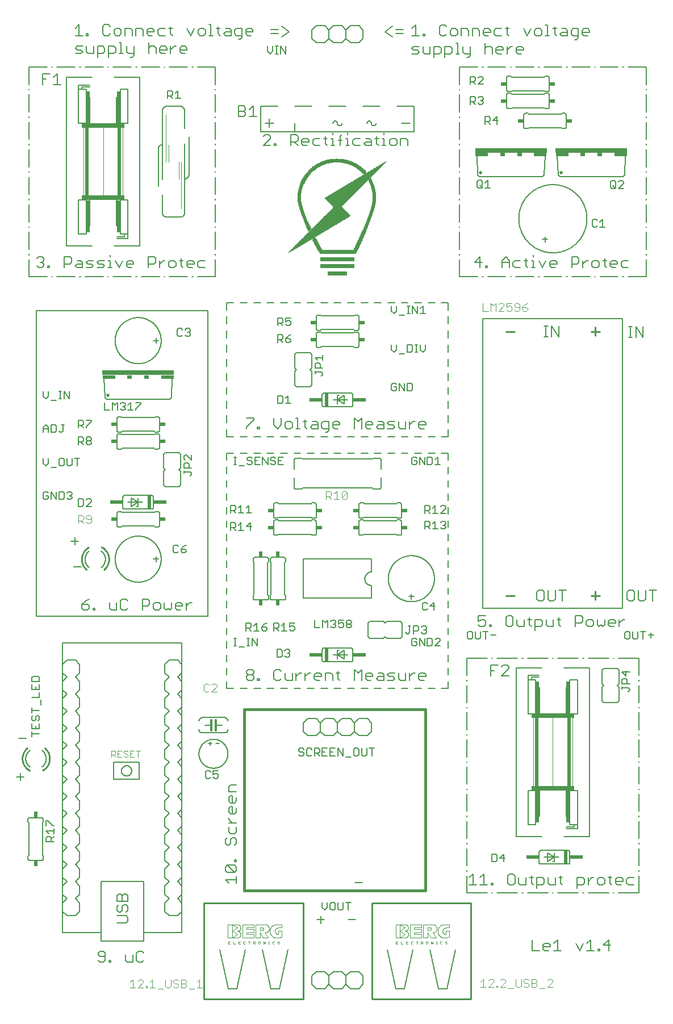
<source format=gbr>
G04 EAGLE Gerber RS-274X export*
G75*
%MOMM*%
%FSLAX34Y34*%
%LPD*%
%INSilkscreen Top*%
%IPPOS*%
%AMOC8*
5,1,8,0,0,1.08239X$1,22.5*%
G01*
%ADD10C,0.152400*%
%ADD11C,0.150000*%
%ADD12C,0.406400*%
%ADD13R,2.946400X0.025400*%
%ADD14R,5.156200X0.025400*%
%ADD15R,5.130800X0.025400*%
%ADD16R,5.105400X0.025400*%
%ADD17R,0.025400X0.025400*%
%ADD18R,0.050800X0.025400*%
%ADD19R,0.076200X0.025400*%
%ADD20R,0.304800X0.025400*%
%ADD21R,0.355600X0.025400*%
%ADD22R,5.384800X0.025400*%
%ADD23R,5.410200X0.025400*%
%ADD24R,5.435600X0.025400*%
%ADD25R,5.461000X0.025400*%
%ADD26R,5.486400X0.025400*%
%ADD27R,5.511800X0.025400*%
%ADD28R,5.562600X0.025400*%
%ADD29R,0.101600X0.025400*%
%ADD30R,5.613400X0.025400*%
%ADD31R,0.127000X0.025400*%
%ADD32R,0.152400X0.025400*%
%ADD33R,5.664200X0.025400*%
%ADD34R,0.177800X0.025400*%
%ADD35R,5.715000X0.025400*%
%ADD36R,0.203200X0.025400*%
%ADD37R,0.228600X0.025400*%
%ADD38R,5.765800X0.025400*%
%ADD39R,0.254000X0.025400*%
%ADD40R,5.816600X0.025400*%
%ADD41R,0.279400X0.025400*%
%ADD42R,5.842000X0.025400*%
%ADD43R,5.892800X0.025400*%
%ADD44R,0.330200X0.025400*%
%ADD45R,0.635000X0.025400*%
%ADD46R,0.609600X0.025400*%
%ADD47R,0.381000X0.025400*%
%ADD48R,0.584200X0.025400*%
%ADD49R,0.406400X0.025400*%
%ADD50R,0.431800X0.025400*%
%ADD51R,0.457200X0.025400*%
%ADD52R,0.508000X0.025400*%
%ADD53R,0.533400X0.025400*%
%ADD54R,0.558800X0.025400*%
%ADD55R,0.660400X0.025400*%
%ADD56R,0.685800X0.025400*%
%ADD57R,0.711200X0.025400*%
%ADD58R,0.736600X0.025400*%
%ADD59R,0.762000X0.025400*%
%ADD60R,0.787400X0.025400*%
%ADD61R,0.812800X0.025400*%
%ADD62R,0.838200X0.025400*%
%ADD63R,0.863600X0.025400*%
%ADD64R,0.889000X0.025400*%
%ADD65R,0.914400X0.025400*%
%ADD66R,0.939800X0.025400*%
%ADD67R,0.965200X0.025400*%
%ADD68R,0.990600X0.025400*%
%ADD69R,1.016000X0.025400*%
%ADD70R,1.041400X0.025400*%
%ADD71R,1.066800X0.025400*%
%ADD72R,1.092200X0.025400*%
%ADD73R,1.117600X0.025400*%
%ADD74R,1.143000X0.025400*%
%ADD75R,1.168400X0.025400*%
%ADD76R,1.193800X0.025400*%
%ADD77R,1.219200X0.025400*%
%ADD78R,1.244600X0.025400*%
%ADD79R,1.270000X0.025400*%
%ADD80R,1.295400X0.025400*%
%ADD81R,1.320800X0.025400*%
%ADD82R,1.346200X0.025400*%
%ADD83R,1.371600X0.025400*%
%ADD84R,1.397000X0.025400*%
%ADD85R,1.422400X0.025400*%
%ADD86R,1.447800X0.025400*%
%ADD87R,1.473200X0.025400*%
%ADD88R,1.498600X0.025400*%
%ADD89R,0.482600X0.025400*%
%ADD90R,1.524000X0.025400*%
%ADD91R,1.549400X0.025400*%
%ADD92R,1.574800X0.025400*%
%ADD93R,1.600200X0.025400*%
%ADD94R,1.625600X0.025400*%
%ADD95R,1.651000X0.025400*%
%ADD96R,1.676400X0.025400*%
%ADD97R,1.701800X0.025400*%
%ADD98R,1.727200X0.025400*%
%ADD99R,1.752600X0.025400*%
%ADD100R,1.778000X0.025400*%
%ADD101R,1.803400X0.025400*%
%ADD102R,1.828800X0.025400*%
%ADD103R,1.854200X0.025400*%
%ADD104R,1.879600X0.025400*%
%ADD105R,1.905000X0.025400*%
%ADD106R,1.930400X0.025400*%
%ADD107R,1.955800X0.025400*%
%ADD108R,1.981200X0.025400*%
%ADD109R,2.006600X0.025400*%
%ADD110R,2.032000X0.025400*%
%ADD111R,2.057400X0.025400*%
%ADD112R,2.082800X0.025400*%
%ADD113R,2.108200X0.025400*%
%ADD114R,2.133600X0.025400*%
%ADD115R,2.159000X0.025400*%
%ADD116R,2.184400X0.025400*%
%ADD117R,2.209800X0.025400*%
%ADD118R,2.235200X0.025400*%
%ADD119R,2.260600X0.025400*%
%ADD120R,2.286000X0.025400*%
%ADD121R,2.311400X0.025400*%
%ADD122R,2.336800X0.025400*%
%ADD123R,2.362200X0.025400*%
%ADD124R,2.387600X0.025400*%
%ADD125R,2.413000X0.025400*%
%ADD126R,2.438400X0.025400*%
%ADD127R,2.463800X0.025400*%
%ADD128R,2.489200X0.025400*%
%ADD129R,2.514600X0.025400*%
%ADD130R,2.540000X0.025400*%
%ADD131R,2.565400X0.025400*%
%ADD132R,2.590800X0.025400*%
%ADD133R,2.616200X0.025400*%
%ADD134R,2.641600X0.025400*%
%ADD135R,2.667000X0.025400*%
%ADD136R,2.692400X0.025400*%
%ADD137R,2.717800X0.025400*%
%ADD138R,2.743200X0.025400*%
%ADD139R,2.768600X0.025400*%
%ADD140R,2.794000X0.025400*%
%ADD141R,2.819400X0.025400*%
%ADD142R,2.844800X0.025400*%
%ADD143R,2.870200X0.025400*%
%ADD144R,2.895600X0.025400*%
%ADD145R,2.921000X0.025400*%
%ADD146R,2.971800X0.025400*%
%ADD147R,2.997200X0.025400*%
%ADD148R,3.022600X0.025400*%
%ADD149R,3.048000X0.025400*%
%ADD150R,3.073400X0.025400*%
%ADD151R,3.098800X0.025400*%
%ADD152R,3.124200X0.025400*%
%ADD153R,3.149600X0.025400*%
%ADD154R,3.175000X0.025400*%
%ADD155R,3.200400X0.025400*%
%ADD156R,3.225800X0.025400*%
%ADD157R,3.251200X0.025400*%
%ADD158R,3.276600X0.025400*%
%ADD159R,3.302000X0.025400*%
%ADD160R,3.327400X0.025400*%
%ADD161R,3.352800X0.025400*%
%ADD162R,3.378200X0.025400*%
%ADD163R,3.403600X0.025400*%
%ADD164R,3.429000X0.025400*%
%ADD165R,3.454400X0.025400*%
%ADD166R,3.479800X0.025400*%
%ADD167R,3.530600X0.025400*%
%ADD168R,3.505200X0.025400*%
%ADD169R,3.556000X0.025400*%
%ADD170R,3.581400X0.025400*%
%ADD171R,3.632200X0.025400*%
%ADD172R,3.657600X0.025400*%
%ADD173R,3.683000X0.025400*%
%ADD174R,3.708400X0.025400*%
%ADD175R,3.733800X0.025400*%
%ADD176R,3.759200X0.025400*%
%ADD177R,3.784600X0.025400*%
%ADD178R,3.835400X0.025400*%
%ADD179R,3.606800X0.025400*%
%ADD180R,4.775200X0.025400*%
%ADD181R,4.673600X0.025400*%
%ADD182R,4.546600X0.025400*%
%ADD183R,4.419600X0.025400*%
%ADD184R,4.318000X0.025400*%
%ADD185R,4.165600X0.025400*%
%ADD186R,4.038600X0.025400*%
%ADD187R,3.911600X0.025400*%
%ADD188C,0.177800*%
%ADD189C,0.127000*%
%ADD190C,0.304800*%
%ADD191C,0.101600*%
%ADD192R,0.863600X0.609600*%
%ADD193C,0.050800*%
%ADD194R,1.143000X0.635000*%
%ADD195R,4.064000X0.635000*%
%ADD196R,0.508000X10.160000*%
%ADD197R,0.127000X3.937000*%
%ADD198R,0.508000X4.826000*%
%ADD199R,0.508000X2.032000*%
%ADD200R,1.905000X0.508000*%
%ADD201C,0.508000*%
%ADD202R,10.668000X0.762000*%
%ADD203R,0.762000X0.508000*%
%ADD204C,0.254000*%
%ADD205C,0.076200*%
%ADD206R,0.609600X0.863600*%
%ADD207C,0.025400*%


D10*
X459576Y120007D02*
X470423Y120007D01*
X465000Y125430D02*
X465000Y114584D01*
D11*
X923143Y1391100D02*
X950000Y1391100D01*
X916318Y1391100D02*
X914968Y1391100D01*
X908143Y1391100D02*
X881286Y1391100D01*
X874461Y1391100D02*
X873111Y1391100D01*
X866286Y1391100D02*
X839429Y1391100D01*
X832604Y1391100D02*
X831254Y1391100D01*
X824429Y1391100D02*
X797571Y1391100D01*
X790746Y1391100D02*
X789396Y1391100D01*
X782571Y1391100D02*
X755714Y1391100D01*
X748889Y1391100D02*
X747539Y1391100D01*
X740714Y1391100D02*
X713857Y1391100D01*
X707032Y1391100D02*
X705682Y1391100D01*
X698857Y1391100D02*
X672000Y1391100D01*
X672000Y1365138D01*
X672000Y1358313D02*
X672000Y1356963D01*
X672000Y1350138D02*
X672000Y1324175D01*
X672000Y1317350D02*
X672000Y1316000D01*
X672000Y1309175D02*
X672000Y1283213D01*
X672000Y1276388D02*
X672000Y1275038D01*
X672000Y1268213D02*
X672000Y1242250D01*
X672000Y1235425D02*
X672000Y1234075D01*
X672000Y1227250D02*
X672000Y1201288D01*
X672000Y1194463D02*
X672000Y1193113D01*
X672000Y1186288D02*
X672000Y1160325D01*
X672000Y1153500D02*
X672000Y1152150D01*
X672000Y1145325D02*
X672000Y1119363D01*
X672000Y1112538D02*
X672000Y1111188D01*
X672000Y1104363D02*
X672000Y1078400D01*
X698857Y1078400D01*
X705682Y1078400D02*
X707032Y1078400D01*
X713857Y1078400D02*
X740714Y1078400D01*
X747539Y1078400D02*
X748889Y1078400D01*
X755714Y1078400D02*
X782571Y1078400D01*
X789396Y1078400D02*
X790746Y1078400D01*
X797571Y1078400D02*
X824429Y1078400D01*
X831254Y1078400D02*
X832604Y1078400D01*
X839429Y1078400D02*
X866286Y1078400D01*
X873111Y1078400D02*
X874461Y1078400D01*
X881286Y1078400D02*
X908143Y1078400D01*
X914968Y1078400D02*
X916318Y1078400D01*
X923143Y1078400D02*
X950000Y1078400D01*
X950000Y1104363D01*
X950000Y1111188D02*
X950000Y1112538D01*
X950000Y1119363D02*
X950000Y1145325D01*
X950000Y1152150D02*
X950000Y1153500D01*
X950000Y1160325D02*
X950000Y1186288D01*
X950000Y1193113D02*
X950000Y1194463D01*
X950000Y1201288D02*
X950000Y1227250D01*
X950000Y1234075D02*
X950000Y1235425D01*
X950000Y1242250D02*
X950000Y1268213D01*
X950000Y1275038D02*
X950000Y1276388D01*
X950000Y1283213D02*
X950000Y1309175D01*
X950000Y1316000D02*
X950000Y1317350D01*
X950000Y1324175D02*
X950000Y1350138D01*
X950000Y1356963D02*
X950000Y1358313D01*
X950000Y1365138D02*
X950000Y1391100D01*
D12*
X620900Y433400D02*
X350900Y433400D01*
X350900Y163400D01*
X620900Y163400D01*
X620900Y433400D01*
D10*
X99259Y1448829D02*
X104682Y1454252D01*
X104682Y1437982D01*
X99259Y1437982D02*
X110106Y1437982D01*
X115631Y1437982D02*
X115631Y1440694D01*
X118342Y1440694D01*
X118342Y1437982D01*
X115631Y1437982D01*
X148323Y1454252D02*
X151035Y1451540D01*
X148323Y1454252D02*
X142900Y1454252D01*
X140188Y1451540D01*
X140188Y1440694D01*
X142900Y1437982D01*
X148323Y1437982D01*
X151035Y1440694D01*
X159271Y1437982D02*
X164695Y1437982D01*
X167406Y1440694D01*
X167406Y1446117D01*
X164695Y1448829D01*
X159271Y1448829D01*
X156560Y1446117D01*
X156560Y1440694D01*
X159271Y1437982D01*
X172931Y1437982D02*
X172931Y1448829D01*
X181066Y1448829D01*
X183778Y1446117D01*
X183778Y1437982D01*
X189303Y1437982D02*
X189303Y1448829D01*
X197438Y1448829D01*
X200149Y1446117D01*
X200149Y1437982D01*
X208386Y1437982D02*
X213809Y1437982D01*
X208386Y1437982D02*
X205674Y1440694D01*
X205674Y1446117D01*
X208386Y1448829D01*
X213809Y1448829D01*
X216521Y1446117D01*
X216521Y1443405D01*
X205674Y1443405D01*
X224758Y1448829D02*
X232892Y1448829D01*
X224758Y1448829D02*
X222046Y1446117D01*
X222046Y1440694D01*
X224758Y1437982D01*
X232892Y1437982D01*
X241129Y1440694D02*
X241129Y1451540D01*
X241129Y1440694D02*
X243841Y1437982D01*
X243841Y1448829D02*
X238417Y1448829D01*
X265703Y1448829D02*
X271127Y1437982D01*
X276550Y1448829D01*
X284787Y1437982D02*
X290210Y1437982D01*
X292922Y1440694D01*
X292922Y1446117D01*
X290210Y1448829D01*
X284787Y1448829D01*
X282075Y1446117D01*
X282075Y1440694D01*
X284787Y1437982D01*
X298447Y1454252D02*
X301158Y1454252D01*
X301158Y1437982D01*
X298447Y1437982D02*
X303870Y1437982D01*
X312073Y1440694D02*
X312073Y1451540D01*
X312073Y1440694D02*
X314784Y1437982D01*
X314784Y1448829D02*
X309361Y1448829D01*
X322987Y1448829D02*
X328410Y1448829D01*
X331122Y1446117D01*
X331122Y1437982D01*
X322987Y1437982D01*
X320275Y1440694D01*
X322987Y1443405D01*
X331122Y1443405D01*
X342070Y1432559D02*
X344782Y1432559D01*
X347493Y1435270D01*
X347493Y1448829D01*
X339358Y1448829D01*
X336647Y1446117D01*
X336647Y1440694D01*
X339358Y1437982D01*
X347493Y1437982D01*
X355730Y1437982D02*
X361153Y1437982D01*
X355730Y1437982D02*
X353018Y1440694D01*
X353018Y1446117D01*
X355730Y1448829D01*
X361153Y1448829D01*
X363865Y1446117D01*
X363865Y1443405D01*
X353018Y1443405D01*
X107394Y1411312D02*
X99259Y1411312D01*
X107394Y1411312D02*
X110106Y1414024D01*
X107394Y1416735D01*
X101971Y1416735D01*
X99259Y1419447D01*
X101971Y1422159D01*
X110106Y1422159D01*
X115631Y1422159D02*
X115631Y1414024D01*
X118342Y1411312D01*
X126477Y1411312D01*
X126477Y1422159D01*
X132002Y1422159D02*
X132002Y1405889D01*
X132002Y1422159D02*
X140137Y1422159D01*
X142849Y1419447D01*
X142849Y1414024D01*
X140137Y1411312D01*
X132002Y1411312D01*
X148374Y1405889D02*
X148374Y1422159D01*
X156509Y1422159D01*
X159220Y1419447D01*
X159220Y1414024D01*
X156509Y1411312D01*
X148374Y1411312D01*
X164745Y1427582D02*
X167457Y1427582D01*
X167457Y1411312D01*
X164745Y1411312D02*
X170169Y1411312D01*
X175660Y1414024D02*
X175660Y1422159D01*
X175660Y1414024D02*
X178371Y1411312D01*
X186506Y1411312D01*
X186506Y1408600D02*
X186506Y1422159D01*
X186506Y1408600D02*
X183795Y1405889D01*
X181083Y1405889D01*
X208403Y1411312D02*
X208403Y1427582D01*
X211115Y1422159D02*
X208403Y1419447D01*
X211115Y1422159D02*
X216538Y1422159D01*
X219250Y1419447D01*
X219250Y1411312D01*
X227486Y1411312D02*
X232909Y1411312D01*
X227486Y1411312D02*
X224774Y1414024D01*
X224774Y1419447D01*
X227486Y1422159D01*
X232909Y1422159D01*
X235621Y1419447D01*
X235621Y1416735D01*
X224774Y1416735D01*
X241146Y1411312D02*
X241146Y1422159D01*
X246569Y1422159D02*
X241146Y1416735D01*
X246569Y1422159D02*
X249281Y1422159D01*
X257501Y1411312D02*
X262924Y1411312D01*
X257501Y1411312D02*
X254789Y1414024D01*
X254789Y1419447D01*
X257501Y1422159D01*
X262924Y1422159D01*
X265636Y1419447D01*
X265636Y1416735D01*
X254789Y1416735D01*
X560762Y1443897D02*
X571609Y1452032D01*
X560762Y1443897D02*
X571609Y1435762D01*
X577134Y1441185D02*
X587980Y1441185D01*
X587980Y1446609D02*
X577134Y1446609D01*
X390084Y1273894D02*
X379238Y1273894D01*
X390084Y1284741D01*
X390084Y1287452D01*
X387373Y1290164D01*
X381949Y1290164D01*
X379238Y1287452D01*
X395609Y1276606D02*
X395609Y1273894D01*
X395609Y1276606D02*
X398321Y1276606D01*
X398321Y1273894D01*
X395609Y1273894D01*
X420167Y1273894D02*
X420167Y1290164D01*
X428302Y1290164D01*
X431013Y1287452D01*
X431013Y1282029D01*
X428302Y1279317D01*
X420167Y1279317D01*
X425590Y1279317D02*
X431013Y1273894D01*
X439250Y1273894D02*
X444673Y1273894D01*
X439250Y1273894D02*
X436538Y1276606D01*
X436538Y1282029D01*
X439250Y1284741D01*
X444673Y1284741D01*
X447385Y1282029D01*
X447385Y1279317D01*
X436538Y1279317D01*
X455621Y1284741D02*
X463756Y1284741D01*
X455621Y1284741D02*
X452910Y1282029D01*
X452910Y1276606D01*
X455621Y1273894D01*
X463756Y1273894D01*
X471993Y1276606D02*
X471993Y1287452D01*
X471993Y1276606D02*
X474705Y1273894D01*
X474705Y1284741D02*
X469281Y1284741D01*
X480196Y1284741D02*
X482907Y1284741D01*
X482907Y1273894D01*
X480196Y1273894D02*
X485619Y1273894D01*
X482907Y1290164D02*
X482907Y1292876D01*
X493822Y1287452D02*
X493822Y1273894D01*
X493822Y1287452D02*
X496533Y1290164D01*
X496533Y1282029D02*
X491110Y1282029D01*
X502024Y1284741D02*
X504736Y1284741D01*
X504736Y1273894D01*
X502024Y1273894D02*
X507448Y1273894D01*
X504736Y1290164D02*
X504736Y1292876D01*
X515650Y1284741D02*
X523785Y1284741D01*
X515650Y1284741D02*
X512939Y1282029D01*
X512939Y1276606D01*
X515650Y1273894D01*
X523785Y1273894D01*
X532022Y1284741D02*
X537445Y1284741D01*
X540157Y1282029D01*
X540157Y1273894D01*
X532022Y1273894D01*
X529310Y1276606D01*
X532022Y1279317D01*
X540157Y1279317D01*
X548394Y1276606D02*
X548394Y1287452D01*
X548394Y1276606D02*
X551105Y1273894D01*
X551105Y1284741D02*
X545682Y1284741D01*
X556596Y1284741D02*
X559308Y1284741D01*
X559308Y1273894D01*
X556596Y1273894D02*
X562020Y1273894D01*
X559308Y1290164D02*
X559308Y1292876D01*
X570222Y1273894D02*
X575646Y1273894D01*
X578357Y1276606D01*
X578357Y1282029D01*
X575646Y1284741D01*
X570222Y1284741D01*
X567511Y1282029D01*
X567511Y1276606D01*
X570222Y1273894D01*
X583882Y1273894D02*
X583882Y1284741D01*
X592017Y1284741D01*
X594729Y1282029D01*
X594729Y1273894D01*
X44230Y1108142D02*
X41518Y1105430D01*
X44230Y1108142D02*
X49653Y1108142D01*
X52364Y1105430D01*
X52364Y1102719D01*
X49653Y1100007D01*
X46941Y1100007D01*
X49653Y1100007D02*
X52364Y1097295D01*
X52364Y1094584D01*
X49653Y1091872D01*
X44230Y1091872D01*
X41518Y1094584D01*
X57889Y1094584D02*
X57889Y1091872D01*
X57889Y1094584D02*
X60601Y1094584D01*
X60601Y1091872D01*
X57889Y1091872D01*
X82447Y1091872D02*
X82447Y1108142D01*
X90582Y1108142D01*
X93293Y1105430D01*
X93293Y1100007D01*
X90582Y1097295D01*
X82447Y1097295D01*
X101530Y1102719D02*
X106953Y1102719D01*
X109665Y1100007D01*
X109665Y1091872D01*
X101530Y1091872D01*
X98818Y1094584D01*
X101530Y1097295D01*
X109665Y1097295D01*
X115190Y1091872D02*
X123325Y1091872D01*
X126037Y1094584D01*
X123325Y1097295D01*
X117902Y1097295D01*
X115190Y1100007D01*
X117902Y1102719D01*
X126037Y1102719D01*
X131561Y1091872D02*
X139696Y1091872D01*
X142408Y1094584D01*
X139696Y1097295D01*
X134273Y1097295D01*
X131561Y1100007D01*
X134273Y1102719D01*
X142408Y1102719D01*
X147933Y1102719D02*
X150645Y1102719D01*
X150645Y1091872D01*
X153356Y1091872D02*
X147933Y1091872D01*
X150645Y1108142D02*
X150645Y1110854D01*
X158847Y1102719D02*
X164271Y1091872D01*
X169694Y1102719D01*
X177931Y1091872D02*
X183354Y1091872D01*
X177931Y1091872D02*
X175219Y1094584D01*
X175219Y1100007D01*
X177931Y1102719D01*
X183354Y1102719D01*
X186066Y1100007D01*
X186066Y1097295D01*
X175219Y1097295D01*
X207962Y1091872D02*
X207962Y1108142D01*
X216097Y1108142D01*
X218809Y1105430D01*
X218809Y1100007D01*
X216097Y1097295D01*
X207962Y1097295D01*
X224334Y1091872D02*
X224334Y1102719D01*
X229757Y1102719D02*
X224334Y1097295D01*
X229757Y1102719D02*
X232469Y1102719D01*
X240688Y1091872D02*
X246112Y1091872D01*
X248823Y1094584D01*
X248823Y1100007D01*
X246112Y1102719D01*
X240688Y1102719D01*
X237977Y1100007D01*
X237977Y1094584D01*
X240688Y1091872D01*
X257060Y1094584D02*
X257060Y1105430D01*
X257060Y1094584D02*
X259771Y1091872D01*
X259771Y1102719D02*
X254348Y1102719D01*
X267974Y1091872D02*
X273398Y1091872D01*
X267974Y1091872D02*
X265263Y1094584D01*
X265263Y1100007D01*
X267974Y1102719D01*
X273398Y1102719D01*
X276109Y1100007D01*
X276109Y1097295D01*
X265263Y1097295D01*
X284346Y1102719D02*
X292481Y1102719D01*
X284346Y1102719D02*
X281634Y1100007D01*
X281634Y1094584D01*
X284346Y1091872D01*
X292481Y1091872D01*
X702567Y1091872D02*
X702567Y1108142D01*
X694432Y1100007D01*
X705279Y1100007D01*
X710804Y1094584D02*
X710804Y1091872D01*
X710804Y1094584D02*
X713515Y1094584D01*
X713515Y1091872D01*
X710804Y1091872D01*
X735361Y1091872D02*
X735361Y1102719D01*
X740784Y1108142D01*
X746208Y1102719D01*
X746208Y1091872D01*
X746208Y1100007D02*
X735361Y1100007D01*
X754444Y1102719D02*
X762579Y1102719D01*
X754444Y1102719D02*
X751733Y1100007D01*
X751733Y1094584D01*
X754444Y1091872D01*
X762579Y1091872D01*
X770816Y1094584D02*
X770816Y1105430D01*
X770816Y1094584D02*
X773528Y1091872D01*
X773528Y1102719D02*
X768104Y1102719D01*
X779019Y1102719D02*
X781730Y1102719D01*
X781730Y1091872D01*
X779019Y1091872D02*
X784442Y1091872D01*
X781730Y1108142D02*
X781730Y1110854D01*
X789933Y1102719D02*
X795356Y1091872D01*
X800780Y1102719D01*
X809016Y1091872D02*
X814440Y1091872D01*
X809016Y1091872D02*
X806305Y1094584D01*
X806305Y1100007D01*
X809016Y1102719D01*
X814440Y1102719D01*
X817151Y1100007D01*
X817151Y1097295D01*
X806305Y1097295D01*
X839048Y1091872D02*
X839048Y1108142D01*
X847183Y1108142D01*
X849894Y1105430D01*
X849894Y1100007D01*
X847183Y1097295D01*
X839048Y1097295D01*
X855419Y1091872D02*
X855419Y1102719D01*
X855419Y1097295D02*
X860843Y1102719D01*
X863554Y1102719D01*
X871774Y1091872D02*
X877197Y1091872D01*
X879909Y1094584D01*
X879909Y1100007D01*
X877197Y1102719D01*
X871774Y1102719D01*
X869062Y1100007D01*
X869062Y1094584D01*
X871774Y1091872D01*
X888145Y1094584D02*
X888145Y1105430D01*
X888145Y1094584D02*
X890857Y1091872D01*
X890857Y1102719D02*
X885434Y1102719D01*
X899060Y1091872D02*
X904483Y1091872D01*
X899060Y1091872D02*
X896348Y1094584D01*
X896348Y1100007D01*
X899060Y1102719D01*
X904483Y1102719D01*
X907195Y1100007D01*
X907195Y1097295D01*
X896348Y1097295D01*
X915431Y1102719D02*
X923566Y1102719D01*
X915431Y1102719D02*
X912720Y1100007D01*
X912720Y1094584D01*
X915431Y1091872D01*
X923566Y1091872D01*
D11*
X655000Y465000D02*
X645000Y465000D01*
X635000Y465000D02*
X625000Y465000D01*
X615000Y465000D02*
X605000Y465000D01*
X595000Y465000D02*
X585000Y465000D01*
X575000Y465000D02*
X565000Y465000D01*
X555000Y465000D02*
X545000Y465000D01*
X535000Y465000D02*
X525000Y465000D01*
X515000Y465000D02*
X505000Y465000D01*
X495000Y465000D02*
X485000Y465000D01*
X475000Y465000D02*
X465000Y465000D01*
X455000Y465000D02*
X445000Y465000D01*
X435000Y465000D02*
X425000Y465000D01*
X415000Y465000D02*
X405000Y465000D01*
X395000Y465000D02*
X385000Y465000D01*
X375000Y465000D02*
X365000Y465000D01*
X355000Y465000D02*
X345000Y465000D01*
X335000Y465000D02*
X325000Y465000D01*
X325000Y475000D01*
X325000Y485000D02*
X325000Y495000D01*
X325000Y505000D02*
X325000Y515000D01*
X325000Y525000D02*
X325000Y535000D01*
X325000Y545000D02*
X325000Y555000D01*
X325000Y565000D02*
X325000Y575000D01*
X325000Y585000D02*
X325000Y595000D01*
X325000Y605000D02*
X325000Y615000D01*
X325000Y625000D02*
X325000Y635000D01*
X325000Y645000D02*
X325000Y655000D01*
X325000Y665000D02*
X325000Y675000D01*
X325000Y685000D02*
X325000Y695000D01*
X325000Y705000D02*
X325000Y715000D01*
X325000Y725000D02*
X325000Y735000D01*
X325000Y745000D02*
X325000Y755000D01*
X325000Y765000D02*
X325000Y775000D01*
X325000Y785000D02*
X325000Y795000D01*
X325000Y805000D02*
X325000Y815000D01*
X335000Y815000D01*
X345000Y815000D02*
X355000Y815000D01*
X365000Y815000D02*
X375000Y815000D01*
X385000Y815000D02*
X395000Y815000D01*
X405000Y815000D02*
X415000Y815000D01*
X425000Y815000D02*
X435000Y815000D01*
X445000Y815000D02*
X455000Y815000D01*
X465000Y815000D02*
X475000Y815000D01*
X485000Y815000D02*
X495000Y815000D01*
X505000Y815000D02*
X515000Y815000D01*
X525000Y815000D02*
X535000Y815000D01*
X545000Y815000D02*
X555000Y815000D01*
X565000Y815000D02*
X575000Y815000D01*
X585000Y815000D02*
X595000Y815000D01*
X605000Y815000D02*
X615000Y815000D01*
X625000Y815000D02*
X635000Y815000D01*
X645000Y815000D02*
X655000Y815000D01*
X655000Y805000D01*
X655000Y795000D02*
X655000Y785000D01*
X655000Y775000D02*
X655000Y765000D01*
X655000Y755000D02*
X655000Y745000D01*
X655000Y735000D02*
X655000Y725000D01*
X655000Y715000D02*
X655000Y705000D01*
X655000Y695000D02*
X655000Y685000D01*
X655000Y675000D02*
X655000Y665000D01*
X655000Y655000D02*
X655000Y645000D01*
X655000Y635000D02*
X655000Y625000D01*
X655000Y615000D02*
X655000Y605000D01*
X655000Y595000D02*
X655000Y585000D01*
X655000Y575000D02*
X655000Y565000D01*
X655000Y555000D02*
X655000Y545000D01*
X655000Y535000D02*
X655000Y525000D01*
X655000Y515000D02*
X655000Y505000D01*
X655000Y495000D02*
X655000Y485000D01*
X655000Y475000D02*
X655000Y465000D01*
X296750Y1027500D02*
X41250Y1027500D01*
X41250Y572500D01*
X296750Y572500D01*
X296750Y1027500D01*
D10*
X119772Y598142D02*
X114349Y595430D01*
X108925Y590007D01*
X108925Y584584D01*
X111637Y581872D01*
X117060Y581872D01*
X119772Y584584D01*
X119772Y587295D01*
X117060Y590007D01*
X108925Y590007D01*
X125297Y584584D02*
X125297Y581872D01*
X125297Y584584D02*
X128009Y584584D01*
X128009Y581872D01*
X125297Y581872D01*
X149854Y584584D02*
X149854Y592719D01*
X149854Y584584D02*
X152566Y581872D01*
X160701Y581872D01*
X160701Y592719D01*
X174361Y598142D02*
X177073Y595430D01*
X174361Y598142D02*
X168938Y598142D01*
X166226Y595430D01*
X166226Y584584D01*
X168938Y581872D01*
X174361Y581872D01*
X177073Y584584D01*
X198969Y581872D02*
X198969Y598142D01*
X207104Y598142D01*
X209816Y595430D01*
X209816Y590007D01*
X207104Y587295D01*
X198969Y587295D01*
X218052Y581872D02*
X223476Y581872D01*
X226187Y584584D01*
X226187Y590007D01*
X223476Y592719D01*
X218052Y592719D01*
X215341Y590007D01*
X215341Y584584D01*
X218052Y581872D01*
X231712Y584584D02*
X231712Y592719D01*
X231712Y584584D02*
X234424Y581872D01*
X237135Y584584D01*
X239847Y581872D01*
X242559Y584584D01*
X242559Y592719D01*
X250795Y581872D02*
X256219Y581872D01*
X250795Y581872D02*
X248084Y584584D01*
X248084Y590007D01*
X250795Y592719D01*
X256219Y592719D01*
X258930Y590007D01*
X258930Y587295D01*
X248084Y587295D01*
X264455Y581872D02*
X264455Y592719D01*
X264455Y587295D02*
X269879Y592719D01*
X272590Y592719D01*
D11*
X645000Y1040000D02*
X655000Y1040000D01*
X635000Y1040000D02*
X625000Y1040000D01*
X615000Y1040000D02*
X605000Y1040000D01*
X595000Y1040000D02*
X585000Y1040000D01*
X575000Y1040000D02*
X565000Y1040000D01*
X555000Y1040000D02*
X545000Y1040000D01*
X535000Y1040000D02*
X525000Y1040000D01*
X515000Y1040000D02*
X505000Y1040000D01*
X495000Y1040000D02*
X485000Y1040000D01*
X475000Y1040000D02*
X465000Y1040000D01*
X455000Y1040000D02*
X445000Y1040000D01*
X435000Y1040000D02*
X425000Y1040000D01*
X415000Y1040000D02*
X405000Y1040000D01*
X395000Y1040000D02*
X385000Y1040000D01*
X375000Y1040000D02*
X365000Y1040000D01*
X355000Y1040000D02*
X345000Y1040000D01*
X335000Y1040000D02*
X325000Y1040000D01*
X325000Y1029000D01*
X325000Y1019000D02*
X325000Y1008000D01*
X325000Y998000D02*
X325000Y987000D01*
X325000Y977000D02*
X325000Y966000D01*
X325000Y956000D02*
X325000Y945000D01*
X325000Y935000D02*
X325000Y924000D01*
X325000Y914000D02*
X325000Y903000D01*
X325000Y893000D02*
X325000Y882000D01*
X325000Y872000D02*
X325000Y861000D01*
X325000Y851000D02*
X325000Y840000D01*
X335000Y840000D01*
X345000Y840000D02*
X355000Y840000D01*
X365000Y840000D02*
X375000Y840000D01*
X385000Y840000D02*
X395000Y840000D01*
X405000Y840000D02*
X415000Y840000D01*
X425000Y840000D02*
X435000Y840000D01*
X445000Y840000D02*
X455000Y840000D01*
X465000Y840000D02*
X475000Y840000D01*
X485000Y840000D02*
X495000Y840000D01*
X505000Y840000D02*
X515000Y840000D01*
X525000Y840000D02*
X535000Y840000D01*
X545000Y840000D02*
X555000Y840000D01*
X565000Y840000D02*
X575000Y840000D01*
X585000Y840000D02*
X595000Y840000D01*
X605000Y840000D02*
X615000Y840000D01*
X625000Y840000D02*
X635000Y840000D01*
X645000Y840000D02*
X655000Y840000D01*
X655000Y851000D01*
X655000Y861000D02*
X655000Y872000D01*
X655000Y882000D02*
X655000Y893000D01*
X655000Y903000D02*
X655000Y914000D01*
X655000Y924000D02*
X655000Y935000D01*
X655000Y945000D02*
X655000Y956000D01*
X655000Y966000D02*
X655000Y977000D01*
X655000Y987000D02*
X655000Y998000D01*
X655000Y1008000D02*
X655000Y1019000D01*
X655000Y1029000D02*
X655000Y1040000D01*
D10*
X365179Y868142D02*
X354332Y868142D01*
X365179Y868142D02*
X365179Y865430D01*
X354332Y854584D01*
X354332Y851872D01*
X370704Y851872D02*
X370704Y854584D01*
X373415Y854584D01*
X373415Y851872D01*
X370704Y851872D01*
X395261Y857295D02*
X395261Y868142D01*
X395261Y857295D02*
X400684Y851872D01*
X406108Y857295D01*
X406108Y868142D01*
X414344Y851872D02*
X419767Y851872D01*
X422479Y854584D01*
X422479Y860007D01*
X419767Y862719D01*
X414344Y862719D01*
X411633Y860007D01*
X411633Y854584D01*
X414344Y851872D01*
X428004Y868142D02*
X430716Y868142D01*
X430716Y851872D01*
X433427Y851872D02*
X428004Y851872D01*
X441630Y854584D02*
X441630Y865430D01*
X441630Y854584D02*
X444342Y851872D01*
X444342Y862719D02*
X438918Y862719D01*
X452544Y862719D02*
X457968Y862719D01*
X460679Y860007D01*
X460679Y851872D01*
X452544Y851872D01*
X449833Y854584D01*
X452544Y857295D01*
X460679Y857295D01*
X471628Y846449D02*
X474339Y846449D01*
X477051Y849160D01*
X477051Y862719D01*
X468916Y862719D01*
X466204Y860007D01*
X466204Y854584D01*
X468916Y851872D01*
X477051Y851872D01*
X485288Y851872D02*
X490711Y851872D01*
X485288Y851872D02*
X482576Y854584D01*
X482576Y860007D01*
X485288Y862719D01*
X490711Y862719D01*
X493423Y860007D01*
X493423Y857295D01*
X482576Y857295D01*
X515319Y851872D02*
X515319Y868142D01*
X520742Y862719D01*
X526166Y868142D01*
X526166Y851872D01*
X534402Y851872D02*
X539826Y851872D01*
X534402Y851872D02*
X531691Y854584D01*
X531691Y860007D01*
X534402Y862719D01*
X539826Y862719D01*
X542537Y860007D01*
X542537Y857295D01*
X531691Y857295D01*
X550774Y862719D02*
X556197Y862719D01*
X558909Y860007D01*
X558909Y851872D01*
X550774Y851872D01*
X548062Y854584D01*
X550774Y857295D01*
X558909Y857295D01*
X564434Y851872D02*
X572569Y851872D01*
X575280Y854584D01*
X572569Y857295D01*
X567145Y857295D01*
X564434Y860007D01*
X567145Y862719D01*
X575280Y862719D01*
X580805Y862719D02*
X580805Y854584D01*
X583517Y851872D01*
X591652Y851872D01*
X591652Y862719D01*
X597177Y862719D02*
X597177Y851872D01*
X597177Y857295D02*
X602600Y862719D01*
X605312Y862719D01*
X613532Y851872D02*
X618955Y851872D01*
X613532Y851872D02*
X610820Y854584D01*
X610820Y860007D01*
X613532Y862719D01*
X618955Y862719D01*
X621666Y860007D01*
X621666Y857295D01*
X610820Y857295D01*
X357044Y493142D02*
X354332Y490430D01*
X357044Y493142D02*
X362467Y493142D01*
X365179Y490430D01*
X365179Y487719D01*
X362467Y485007D01*
X365179Y482295D01*
X365179Y479584D01*
X362467Y476872D01*
X357044Y476872D01*
X354332Y479584D01*
X354332Y482295D01*
X357044Y485007D01*
X354332Y487719D01*
X354332Y490430D01*
X357044Y485007D02*
X362467Y485007D01*
X370704Y479584D02*
X370704Y476872D01*
X370704Y479584D02*
X373415Y479584D01*
X373415Y476872D01*
X370704Y476872D01*
X403396Y493142D02*
X406108Y490430D01*
X403396Y493142D02*
X397973Y493142D01*
X395261Y490430D01*
X395261Y479584D01*
X397973Y476872D01*
X403396Y476872D01*
X406108Y479584D01*
X411633Y479584D02*
X411633Y487719D01*
X411633Y479584D02*
X414344Y476872D01*
X422479Y476872D01*
X422479Y487719D01*
X428004Y487719D02*
X428004Y476872D01*
X428004Y482295D02*
X433427Y487719D01*
X436139Y487719D01*
X441647Y487719D02*
X441647Y476872D01*
X441647Y482295D02*
X447070Y487719D01*
X449782Y487719D01*
X458002Y476872D02*
X463425Y476872D01*
X458002Y476872D02*
X455290Y479584D01*
X455290Y485007D01*
X458002Y487719D01*
X463425Y487719D01*
X466137Y485007D01*
X466137Y482295D01*
X455290Y482295D01*
X471662Y476872D02*
X471662Y487719D01*
X479797Y487719D01*
X482508Y485007D01*
X482508Y476872D01*
X490745Y479584D02*
X490745Y490430D01*
X490745Y479584D02*
X493456Y476872D01*
X493456Y487719D02*
X488033Y487719D01*
X515319Y493142D02*
X515319Y476872D01*
X520742Y487719D02*
X515319Y493142D01*
X520742Y487719D02*
X526166Y493142D01*
X526166Y476872D01*
X534402Y476872D02*
X539826Y476872D01*
X534402Y476872D02*
X531691Y479584D01*
X531691Y485007D01*
X534402Y487719D01*
X539826Y487719D01*
X542537Y485007D01*
X542537Y482295D01*
X531691Y482295D01*
X550774Y487719D02*
X556197Y487719D01*
X558909Y485007D01*
X558909Y476872D01*
X550774Y476872D01*
X548062Y479584D01*
X550774Y482295D01*
X558909Y482295D01*
X564434Y476872D02*
X572569Y476872D01*
X575280Y479584D01*
X572569Y482295D01*
X567145Y482295D01*
X564434Y485007D01*
X567145Y487719D01*
X575280Y487719D01*
X580805Y487719D02*
X580805Y479584D01*
X583517Y476872D01*
X591652Y476872D01*
X591652Y487719D01*
X597177Y487719D02*
X597177Y476872D01*
X597177Y482295D02*
X602600Y487719D01*
X605312Y487719D01*
X613532Y476872D02*
X618955Y476872D01*
X613532Y476872D02*
X610820Y479584D01*
X610820Y485007D01*
X613532Y487719D01*
X618955Y487719D01*
X621666Y485007D01*
X621666Y482295D01*
X610820Y482295D01*
D11*
X909167Y160000D02*
X939500Y160000D01*
X902342Y160000D02*
X900992Y160000D01*
X894167Y160000D02*
X863833Y160000D01*
X857008Y160000D02*
X855658Y160000D01*
X848833Y160000D02*
X818500Y160000D01*
X811675Y160000D02*
X810325Y160000D01*
X803500Y160000D02*
X773167Y160000D01*
X766342Y160000D02*
X764992Y160000D01*
X758167Y160000D02*
X727833Y160000D01*
X721008Y160000D02*
X719658Y160000D01*
X712833Y160000D02*
X682500Y160000D01*
X682500Y185556D01*
X682500Y192381D02*
X682500Y193731D01*
X682500Y200556D02*
X682500Y226111D01*
X682500Y232936D02*
X682500Y234286D01*
X682500Y241111D02*
X682500Y266667D01*
X682500Y273492D02*
X682500Y274842D01*
X682500Y281667D02*
X682500Y307222D01*
X682500Y314047D02*
X682500Y315397D01*
X682500Y322222D02*
X682500Y347778D01*
X682500Y354603D02*
X682500Y355953D01*
X682500Y362778D02*
X682500Y388333D01*
X682500Y395158D02*
X682500Y396508D01*
X682500Y403333D02*
X682500Y428889D01*
X682500Y435714D02*
X682500Y437064D01*
X682500Y443889D02*
X682500Y469444D01*
X682500Y476269D02*
X682500Y477619D01*
X682500Y484444D02*
X682500Y510000D01*
X712833Y510000D01*
X719658Y510000D02*
X721008Y510000D01*
X727833Y510000D02*
X758167Y510000D01*
X764992Y510000D02*
X766342Y510000D01*
X773167Y510000D02*
X803500Y510000D01*
X810325Y510000D02*
X811675Y510000D01*
X818500Y510000D02*
X848833Y510000D01*
X855658Y510000D02*
X857008Y510000D01*
X863833Y510000D02*
X894167Y510000D01*
X900992Y510000D02*
X902342Y510000D01*
X909167Y510000D02*
X939500Y510000D01*
X939500Y484444D01*
X939500Y477619D02*
X939500Y476269D01*
X939500Y469444D02*
X939500Y443889D01*
X939500Y437064D02*
X939500Y435714D01*
X939500Y428889D02*
X939500Y403333D01*
X939500Y396508D02*
X939500Y395158D01*
X939500Y388333D02*
X939500Y362778D01*
X939500Y355953D02*
X939500Y354603D01*
X939500Y347778D02*
X939500Y322222D01*
X939500Y315397D02*
X939500Y314047D01*
X939500Y307222D02*
X939500Y281667D01*
X939500Y274842D02*
X939500Y273492D01*
X939500Y266667D02*
X939500Y241111D01*
X939500Y234286D02*
X939500Y232936D01*
X939500Y226111D02*
X939500Y200556D01*
X939500Y193731D02*
X939500Y192381D01*
X939500Y185556D02*
X939500Y160000D01*
D10*
X691670Y188142D02*
X686246Y182719D01*
X691670Y188142D02*
X691670Y171872D01*
X697093Y171872D02*
X686246Y171872D01*
X702618Y182719D02*
X708041Y188142D01*
X708041Y171872D01*
X702618Y171872D02*
X713465Y171872D01*
X718990Y171872D02*
X718990Y174584D01*
X721701Y174584D01*
X721701Y171872D01*
X718990Y171872D01*
X746259Y188142D02*
X751682Y188142D01*
X746259Y188142D02*
X743547Y185430D01*
X743547Y174584D01*
X746259Y171872D01*
X751682Y171872D01*
X754394Y174584D01*
X754394Y185430D01*
X751682Y188142D01*
X759919Y182719D02*
X759919Y174584D01*
X762630Y171872D01*
X770765Y171872D01*
X770765Y182719D01*
X779002Y185430D02*
X779002Y174584D01*
X781713Y171872D01*
X781713Y182719D02*
X776290Y182719D01*
X787204Y182719D02*
X787204Y166449D01*
X787204Y182719D02*
X795339Y182719D01*
X798051Y180007D01*
X798051Y174584D01*
X795339Y171872D01*
X787204Y171872D01*
X803576Y174584D02*
X803576Y182719D01*
X803576Y174584D02*
X806288Y171872D01*
X814423Y171872D01*
X814423Y182719D01*
X822659Y185430D02*
X822659Y174584D01*
X825371Y171872D01*
X825371Y182719D02*
X819948Y182719D01*
X847234Y182719D02*
X847234Y166449D01*
X847234Y182719D02*
X855368Y182719D01*
X858080Y180007D01*
X858080Y174584D01*
X855368Y171872D01*
X847234Y171872D01*
X863605Y171872D02*
X863605Y182719D01*
X869028Y182719D02*
X863605Y177295D01*
X869028Y182719D02*
X871740Y182719D01*
X879960Y171872D02*
X885383Y171872D01*
X888095Y174584D01*
X888095Y180007D01*
X885383Y182719D01*
X879960Y182719D01*
X877248Y180007D01*
X877248Y174584D01*
X879960Y171872D01*
X896331Y174584D02*
X896331Y185430D01*
X896331Y174584D02*
X899043Y171872D01*
X899043Y182719D02*
X893620Y182719D01*
X907246Y171872D02*
X912669Y171872D01*
X907246Y171872D02*
X904534Y174584D01*
X904534Y180007D01*
X907246Y182719D01*
X912669Y182719D01*
X915381Y180007D01*
X915381Y177295D01*
X904534Y177295D01*
X923617Y182719D02*
X931752Y182719D01*
X923617Y182719D02*
X920906Y180007D01*
X920906Y174584D01*
X923617Y171872D01*
X931752Y171872D01*
X516423Y120007D02*
X505576Y120007D01*
X516162Y175397D02*
X527009Y175397D01*
X401609Y1441185D02*
X390762Y1441185D01*
X390762Y1446609D02*
X401609Y1446609D01*
X407134Y1452032D02*
X417980Y1443897D01*
X407134Y1435762D01*
X600762Y1448279D02*
X606185Y1453702D01*
X606185Y1437432D01*
X600762Y1437432D02*
X611609Y1437432D01*
X617134Y1437432D02*
X617134Y1440144D01*
X619845Y1440144D01*
X619845Y1437432D01*
X617134Y1437432D01*
X649826Y1453702D02*
X652538Y1450990D01*
X649826Y1453702D02*
X644403Y1453702D01*
X641691Y1450990D01*
X641691Y1440144D01*
X644403Y1437432D01*
X649826Y1437432D01*
X652538Y1440144D01*
X660774Y1437432D02*
X666197Y1437432D01*
X668909Y1440144D01*
X668909Y1445567D01*
X666197Y1448279D01*
X660774Y1448279D01*
X658062Y1445567D01*
X658062Y1440144D01*
X660774Y1437432D01*
X674434Y1437432D02*
X674434Y1448279D01*
X682569Y1448279D01*
X685281Y1445567D01*
X685281Y1437432D01*
X690806Y1437432D02*
X690806Y1448279D01*
X698941Y1448279D01*
X701652Y1445567D01*
X701652Y1437432D01*
X709889Y1437432D02*
X715312Y1437432D01*
X709889Y1437432D02*
X707177Y1440144D01*
X707177Y1445567D01*
X709889Y1448279D01*
X715312Y1448279D01*
X718024Y1445567D01*
X718024Y1442855D01*
X707177Y1442855D01*
X726260Y1448279D02*
X734395Y1448279D01*
X726260Y1448279D02*
X723549Y1445567D01*
X723549Y1440144D01*
X726260Y1437432D01*
X734395Y1437432D01*
X742632Y1440144D02*
X742632Y1450990D01*
X742632Y1440144D02*
X745344Y1437432D01*
X745344Y1448279D02*
X739920Y1448279D01*
X767206Y1448279D02*
X772630Y1437432D01*
X778053Y1448279D01*
X786289Y1437432D02*
X791713Y1437432D01*
X794424Y1440144D01*
X794424Y1445567D01*
X791713Y1448279D01*
X786289Y1448279D01*
X783578Y1445567D01*
X783578Y1440144D01*
X786289Y1437432D01*
X799949Y1453702D02*
X802661Y1453702D01*
X802661Y1437432D01*
X799949Y1437432D02*
X805373Y1437432D01*
X813575Y1440144D02*
X813575Y1450990D01*
X813575Y1440144D02*
X816287Y1437432D01*
X816287Y1448279D02*
X810864Y1448279D01*
X824490Y1448279D02*
X829913Y1448279D01*
X832625Y1445567D01*
X832625Y1437432D01*
X824490Y1437432D01*
X821778Y1440144D01*
X824490Y1442855D01*
X832625Y1442855D01*
X843573Y1432009D02*
X846285Y1432009D01*
X848996Y1434720D01*
X848996Y1448279D01*
X840861Y1448279D01*
X838150Y1445567D01*
X838150Y1440144D01*
X840861Y1437432D01*
X848996Y1437432D01*
X857233Y1437432D02*
X862656Y1437432D01*
X857233Y1437432D02*
X854521Y1440144D01*
X854521Y1445567D01*
X857233Y1448279D01*
X862656Y1448279D01*
X865368Y1445567D01*
X865368Y1442855D01*
X854521Y1442855D01*
X608897Y1410762D02*
X600762Y1410762D01*
X608897Y1410762D02*
X611609Y1413474D01*
X608897Y1416185D01*
X603474Y1416185D01*
X600762Y1418897D01*
X603474Y1421609D01*
X611609Y1421609D01*
X617134Y1421609D02*
X617134Y1413474D01*
X619845Y1410762D01*
X627980Y1410762D01*
X627980Y1421609D01*
X633505Y1421609D02*
X633505Y1405339D01*
X633505Y1421609D02*
X641640Y1421609D01*
X644352Y1418897D01*
X644352Y1413474D01*
X641640Y1410762D01*
X633505Y1410762D01*
X649877Y1405339D02*
X649877Y1421609D01*
X658012Y1421609D01*
X660723Y1418897D01*
X660723Y1413474D01*
X658012Y1410762D01*
X649877Y1410762D01*
X666248Y1427032D02*
X668960Y1427032D01*
X668960Y1410762D01*
X666248Y1410762D02*
X671672Y1410762D01*
X677163Y1413474D02*
X677163Y1421609D01*
X677163Y1413474D02*
X679874Y1410762D01*
X688009Y1410762D01*
X688009Y1408050D02*
X688009Y1421609D01*
X688009Y1408050D02*
X685298Y1405339D01*
X682586Y1405339D01*
X709906Y1410762D02*
X709906Y1427032D01*
X712617Y1421609D02*
X709906Y1418897D01*
X712617Y1421609D02*
X718041Y1421609D01*
X720752Y1418897D01*
X720752Y1410762D01*
X728989Y1410762D02*
X734412Y1410762D01*
X728989Y1410762D02*
X726277Y1413474D01*
X726277Y1418897D01*
X728989Y1421609D01*
X734412Y1421609D01*
X737124Y1418897D01*
X737124Y1416185D01*
X726277Y1416185D01*
X742649Y1410762D02*
X742649Y1421609D01*
X748072Y1421609D02*
X742649Y1416185D01*
X748072Y1421609D02*
X750784Y1421609D01*
X759003Y1410762D02*
X764427Y1410762D01*
X759003Y1410762D02*
X756292Y1413474D01*
X756292Y1418897D01*
X759003Y1421609D01*
X764427Y1421609D01*
X767138Y1418897D01*
X767138Y1416185D01*
X756292Y1416185D01*
D13*
X489961Y1080694D03*
X489961Y1080948D03*
X489961Y1081202D03*
X489961Y1081456D03*
X489961Y1081710D03*
X489961Y1081964D03*
X489961Y1082218D03*
X489961Y1082472D03*
X489961Y1082726D03*
X489961Y1082980D03*
X489961Y1083234D03*
X489961Y1083488D03*
X489961Y1083742D03*
X489961Y1083996D03*
X489961Y1084250D03*
X489961Y1084504D03*
X489961Y1084758D03*
X489961Y1085012D03*
X489961Y1085266D03*
X489961Y1085520D03*
D14*
X489834Y1091362D03*
D15*
X489707Y1091616D03*
D14*
X489834Y1091870D03*
X489834Y1092124D03*
D15*
X489707Y1092378D03*
D14*
X489834Y1092632D03*
D15*
X489707Y1092886D03*
D14*
X489834Y1093140D03*
D15*
X489707Y1093394D03*
D14*
X489834Y1093648D03*
D15*
X489707Y1093902D03*
D14*
X489834Y1094156D03*
D15*
X489707Y1094410D03*
D14*
X489834Y1094664D03*
X489834Y1094918D03*
D15*
X489707Y1095172D03*
D14*
X489834Y1095426D03*
X489834Y1095680D03*
D15*
X489707Y1095934D03*
D14*
X489834Y1096188D03*
D15*
X489707Y1096442D03*
X489707Y1101522D03*
D14*
X489834Y1101776D03*
D15*
X489707Y1102030D03*
D14*
X489834Y1102284D03*
D15*
X489707Y1102538D03*
X489707Y1102792D03*
D14*
X489834Y1103046D03*
D15*
X489707Y1103300D03*
D14*
X489834Y1103554D03*
D15*
X489961Y1103808D03*
D16*
X489834Y1104062D03*
D15*
X489961Y1104316D03*
D16*
X489834Y1104570D03*
X489834Y1104824D03*
D15*
X489961Y1105078D03*
X489961Y1105332D03*
D16*
X489834Y1105586D03*
D15*
X489961Y1105840D03*
D16*
X489834Y1106094D03*
D15*
X489961Y1106348D03*
D16*
X489834Y1106602D03*
D17*
X499994Y1106856D03*
X501010Y1106856D03*
D18*
X501899Y1106856D03*
D17*
X502534Y1106856D03*
X503042Y1106856D03*
X503550Y1106856D03*
X504312Y1106856D03*
X504820Y1106856D03*
D18*
X505455Y1106856D03*
D19*
X506344Y1106856D03*
D17*
X507360Y1106856D03*
D20*
X509265Y1106856D03*
D18*
X511297Y1106856D03*
D21*
X513583Y1106856D03*
D22*
X490469Y1112698D03*
D23*
X490342Y1112952D03*
D24*
X490469Y1113206D03*
D25*
X490342Y1113460D03*
D26*
X490469Y1113714D03*
D27*
X490342Y1113968D03*
D28*
X490342Y1114222D03*
D19*
X417952Y1114476D03*
D28*
X490342Y1114476D03*
D29*
X418079Y1114730D03*
D30*
X490342Y1114730D03*
D31*
X418460Y1114984D03*
D30*
X490342Y1114984D03*
D32*
X418841Y1115238D03*
D33*
X490342Y1115238D03*
D34*
X419222Y1115492D03*
D33*
X490342Y1115492D03*
D34*
X419476Y1115746D03*
D35*
X490342Y1115746D03*
D36*
X419857Y1116000D03*
D35*
X490342Y1116000D03*
D37*
X420238Y1116254D03*
D38*
X490342Y1116254D03*
D39*
X420619Y1116508D03*
D38*
X490342Y1116508D03*
D39*
X420873Y1116762D03*
D40*
X490342Y1116762D03*
D41*
X421254Y1117016D03*
D42*
X490215Y1117016D03*
D20*
X421635Y1117270D03*
D42*
X490215Y1117270D03*
D20*
X421889Y1117524D03*
D43*
X490215Y1117524D03*
D44*
X422270Y1117778D03*
D45*
X463926Y1117778D03*
D19*
X467736Y1117778D03*
X468752Y1117778D03*
D17*
X469514Y1117778D03*
D19*
X470276Y1117778D03*
D17*
X471038Y1117778D03*
D32*
X472181Y1117778D03*
D18*
X473451Y1117778D03*
D31*
X474594Y1117778D03*
D18*
X475991Y1117778D03*
D17*
X476626Y1117778D03*
D18*
X477515Y1117778D03*
D17*
X478150Y1117778D03*
D18*
X478785Y1117778D03*
X479547Y1117778D03*
D17*
X480182Y1117778D03*
X480690Y1117778D03*
D18*
X481579Y1117778D03*
D19*
X482468Y1117778D03*
D18*
X483611Y1117778D03*
D17*
X484246Y1117778D03*
X484754Y1117778D03*
X485262Y1117778D03*
X485770Y1117778D03*
X486278Y1117778D03*
X487040Y1117778D03*
X487548Y1117778D03*
D18*
X488183Y1117778D03*
X489199Y1117778D03*
D17*
X490088Y1117778D03*
X490596Y1117778D03*
X491104Y1117778D03*
D18*
X491739Y1117778D03*
D17*
X492628Y1117778D03*
D18*
X493263Y1117778D03*
D17*
X494152Y1117778D03*
X494660Y1117778D03*
X495422Y1117778D03*
X496438Y1117778D03*
X496946Y1117778D03*
X497962Y1117778D03*
X498724Y1117778D03*
X499486Y1117778D03*
X499994Y1117778D03*
X501518Y1117778D03*
X502534Y1117778D03*
X503042Y1117778D03*
X506090Y1117778D03*
X507106Y1117778D03*
X510154Y1117778D03*
X511170Y1117778D03*
X513456Y1117778D03*
D46*
X516885Y1117778D03*
D47*
X422524Y1118032D03*
D45*
X463672Y1118032D03*
D48*
X517012Y1118032D03*
D47*
X423032Y1118286D03*
D46*
X463545Y1118286D03*
D48*
X517012Y1118286D03*
D47*
X423286Y1118540D03*
D46*
X463291Y1118540D03*
D48*
X517266Y1118540D03*
D49*
X423667Y1118794D03*
D46*
X463291Y1118794D03*
D48*
X517266Y1118794D03*
D50*
X424048Y1119048D03*
D46*
X463037Y1119048D03*
X517393Y1119048D03*
D51*
X424175Y1119302D03*
D46*
X463037Y1119302D03*
D48*
X517520Y1119302D03*
D51*
X424683Y1119556D03*
D46*
X462783Y1119556D03*
D48*
X517774Y1119556D03*
D52*
X424937Y1119810D03*
D46*
X462783Y1119810D03*
D48*
X517774Y1119810D03*
D52*
X425191Y1120064D03*
D46*
X462529Y1120064D03*
X517901Y1120064D03*
D53*
X425572Y1120318D03*
D46*
X462529Y1120318D03*
D48*
X518028Y1120318D03*
D53*
X426080Y1120572D03*
D46*
X462275Y1120572D03*
X518155Y1120572D03*
D54*
X426207Y1120826D03*
D46*
X462021Y1120826D03*
D48*
X518282Y1120826D03*
X426588Y1121080D03*
D46*
X462021Y1121080D03*
X518409Y1121080D03*
X426969Y1121334D03*
X461767Y1121334D03*
D48*
X518536Y1121334D03*
D45*
X427350Y1121588D03*
D46*
X461767Y1121588D03*
D48*
X518536Y1121588D03*
D45*
X427604Y1121842D03*
D46*
X461513Y1121842D03*
D48*
X518790Y1121842D03*
D55*
X427985Y1122096D03*
D46*
X461513Y1122096D03*
X518917Y1122096D03*
D56*
X428366Y1122350D03*
D46*
X461259Y1122350D03*
D48*
X519044Y1122350D03*
D56*
X428620Y1122604D03*
D46*
X461259Y1122604D03*
X519171Y1122604D03*
D57*
X429001Y1122858D03*
D46*
X461005Y1122858D03*
D48*
X519298Y1122858D03*
D58*
X429382Y1123112D03*
D46*
X461005Y1123112D03*
D48*
X519298Y1123112D03*
D58*
X429636Y1123366D03*
D46*
X460751Y1123366D03*
D48*
X519552Y1123366D03*
D59*
X430017Y1123620D03*
D46*
X460751Y1123620D03*
D48*
X519552Y1123620D03*
D60*
X430398Y1123874D03*
D46*
X460497Y1123874D03*
X519679Y1123874D03*
D60*
X430652Y1124128D03*
D45*
X460370Y1124128D03*
D48*
X519806Y1124128D03*
D61*
X431033Y1124382D03*
D46*
X460243Y1124382D03*
X519933Y1124382D03*
D62*
X431414Y1124636D03*
D48*
X460116Y1124636D03*
X520060Y1124636D03*
D62*
X431668Y1124890D03*
D46*
X459989Y1124890D03*
X520187Y1124890D03*
D63*
X432049Y1125144D03*
D46*
X459735Y1125144D03*
D48*
X520314Y1125144D03*
D64*
X432430Y1125398D03*
D46*
X459735Y1125398D03*
X520441Y1125398D03*
D64*
X432684Y1125652D03*
D46*
X459481Y1125652D03*
D48*
X520568Y1125652D03*
D65*
X433065Y1125906D03*
D46*
X459481Y1125906D03*
X520695Y1125906D03*
D66*
X433446Y1126160D03*
D46*
X459227Y1126160D03*
D48*
X520822Y1126160D03*
D67*
X433827Y1126414D03*
D46*
X459227Y1126414D03*
D48*
X520822Y1126414D03*
D67*
X434081Y1126668D03*
D46*
X458973Y1126668D03*
D48*
X521076Y1126668D03*
D68*
X434462Y1126922D03*
D46*
X458973Y1126922D03*
X521203Y1126922D03*
D69*
X434843Y1127176D03*
D46*
X458719Y1127176D03*
D48*
X521330Y1127176D03*
D69*
X435097Y1127430D03*
D46*
X458719Y1127430D03*
D48*
X521330Y1127430D03*
D70*
X435478Y1127684D03*
D46*
X458465Y1127684D03*
X521457Y1127684D03*
D71*
X435859Y1127938D03*
D46*
X458465Y1127938D03*
D48*
X521584Y1127938D03*
D71*
X436113Y1128192D03*
D46*
X458211Y1128192D03*
X521711Y1128192D03*
D72*
X436494Y1128446D03*
D46*
X458211Y1128446D03*
D48*
X521838Y1128446D03*
D73*
X436875Y1128700D03*
D46*
X457957Y1128700D03*
X521965Y1128700D03*
D73*
X437129Y1128954D03*
D46*
X457957Y1128954D03*
D48*
X522092Y1128954D03*
D74*
X437510Y1129208D03*
D46*
X457703Y1129208D03*
X522219Y1129208D03*
D75*
X437891Y1129462D03*
D46*
X457449Y1129462D03*
D48*
X522346Y1129462D03*
D75*
X438145Y1129716D03*
D46*
X457449Y1129716D03*
X522473Y1129716D03*
D76*
X438526Y1129970D03*
D46*
X457195Y1129970D03*
D48*
X522600Y1129970D03*
D77*
X438907Y1130224D03*
D46*
X457195Y1130224D03*
D48*
X522600Y1130224D03*
D77*
X439161Y1130478D03*
D46*
X456941Y1130478D03*
D48*
X522854Y1130478D03*
D78*
X439542Y1130732D03*
D46*
X456941Y1130732D03*
D48*
X522854Y1130732D03*
D79*
X439923Y1130986D03*
D46*
X456687Y1130986D03*
X522981Y1130986D03*
D79*
X440177Y1131240D03*
D46*
X456687Y1131240D03*
D48*
X523108Y1131240D03*
D80*
X440558Y1131494D03*
D46*
X456433Y1131494D03*
X523235Y1131494D03*
D81*
X440939Y1131748D03*
D46*
X456433Y1131748D03*
D48*
X523362Y1131748D03*
D82*
X441320Y1132002D03*
D46*
X456179Y1132002D03*
X523489Y1132002D03*
D82*
X441574Y1132256D03*
D46*
X456179Y1132256D03*
D48*
X523616Y1132256D03*
D83*
X441955Y1132510D03*
D46*
X455925Y1132510D03*
X523743Y1132510D03*
D84*
X442336Y1132764D03*
D46*
X455925Y1132764D03*
D48*
X523870Y1132764D03*
D84*
X442590Y1133018D03*
D46*
X455671Y1133018D03*
X523997Y1133018D03*
D85*
X442971Y1133272D03*
D46*
X455671Y1133272D03*
D48*
X524124Y1133272D03*
D86*
X443352Y1133526D03*
D46*
X455417Y1133526D03*
D48*
X524124Y1133526D03*
D86*
X443606Y1133780D03*
D48*
X455544Y1133780D03*
X524378Y1133780D03*
D87*
X443987Y1134034D03*
D53*
X455544Y1134034D03*
D48*
X524378Y1134034D03*
D88*
X444368Y1134288D03*
D89*
X455798Y1134288D03*
D46*
X524505Y1134288D03*
D88*
X444622Y1134542D03*
D49*
X455925Y1134542D03*
D48*
X524632Y1134542D03*
D90*
X445003Y1134796D03*
D21*
X455925Y1134796D03*
D46*
X524759Y1134796D03*
D91*
X445384Y1135050D03*
D20*
X456179Y1135050D03*
D48*
X524886Y1135050D03*
D91*
X445638Y1135304D03*
D39*
X456433Y1135304D03*
D46*
X525013Y1135304D03*
D92*
X446019Y1135558D03*
D36*
X456433Y1135558D03*
D48*
X525140Y1135558D03*
D93*
X446400Y1135812D03*
D31*
X456560Y1135812D03*
D46*
X525267Y1135812D03*
D93*
X446654Y1136066D03*
D19*
X456814Y1136066D03*
D48*
X525394Y1136066D03*
D94*
X447035Y1136320D03*
D46*
X525521Y1136320D03*
D95*
X447416Y1136574D03*
D46*
X525521Y1136574D03*
D96*
X447797Y1136828D03*
D48*
X525648Y1136828D03*
D96*
X448051Y1137082D03*
D46*
X525775Y1137082D03*
D97*
X448432Y1137336D03*
D48*
X525902Y1137336D03*
D98*
X448813Y1137590D03*
D46*
X526029Y1137590D03*
D98*
X449067Y1137844D03*
D48*
X526156Y1137844D03*
D99*
X449448Y1138098D03*
D46*
X526283Y1138098D03*
D100*
X449829Y1138352D03*
D48*
X526410Y1138352D03*
D100*
X450083Y1138606D03*
D48*
X526410Y1138606D03*
D101*
X450464Y1138860D03*
D48*
X526664Y1138860D03*
D102*
X450845Y1139114D03*
D48*
X526664Y1139114D03*
D102*
X451099Y1139368D03*
D46*
X526791Y1139368D03*
D103*
X451480Y1139622D03*
D48*
X526918Y1139622D03*
D104*
X451861Y1139876D03*
D46*
X527045Y1139876D03*
D104*
X452115Y1140130D03*
D48*
X527172Y1140130D03*
D105*
X452496Y1140384D03*
D48*
X527172Y1140384D03*
D106*
X452877Y1140638D03*
D48*
X527426Y1140638D03*
D106*
X453131Y1140892D03*
D48*
X527426Y1140892D03*
D107*
X453512Y1141146D03*
D48*
X527680Y1141146D03*
D108*
X453893Y1141400D03*
D48*
X527680Y1141400D03*
D108*
X454147Y1141654D03*
D46*
X527807Y1141654D03*
D109*
X454528Y1141908D03*
D48*
X527934Y1141908D03*
D110*
X454909Y1142162D03*
D46*
X528061Y1142162D03*
D110*
X455163Y1142416D03*
D48*
X528188Y1142416D03*
D111*
X455544Y1142670D03*
D48*
X528188Y1142670D03*
D112*
X455925Y1142924D03*
D48*
X528442Y1142924D03*
D112*
X456179Y1143178D03*
D48*
X528442Y1143178D03*
D113*
X456560Y1143432D03*
D46*
X528569Y1143432D03*
D114*
X456941Y1143686D03*
D48*
X528696Y1143686D03*
D114*
X457195Y1143940D03*
D46*
X528823Y1143940D03*
D115*
X457576Y1144194D03*
D48*
X528950Y1144194D03*
D116*
X457957Y1144448D03*
D48*
X528950Y1144448D03*
D117*
X458338Y1144702D03*
D48*
X529204Y1144702D03*
D117*
X458592Y1144956D03*
D48*
X529204Y1144956D03*
D118*
X458973Y1145210D03*
D48*
X529458Y1145210D03*
D18*
X446781Y1145464D03*
D119*
X459354Y1145464D03*
D48*
X529458Y1145464D03*
D19*
X446908Y1145718D03*
D119*
X459608Y1145718D03*
D46*
X529585Y1145718D03*
D31*
X446908Y1145972D03*
D120*
X459989Y1145972D03*
D48*
X529712Y1145972D03*
D32*
X447035Y1146226D03*
D121*
X460370Y1146226D03*
D48*
X529712Y1146226D03*
D36*
X447035Y1146480D03*
D121*
X460624Y1146480D03*
D48*
X529966Y1146480D03*
D37*
X447162Y1146734D03*
D122*
X461005Y1146734D03*
D48*
X529966Y1146734D03*
D39*
X447289Y1146988D03*
D123*
X461386Y1146988D03*
D48*
X530220Y1146988D03*
D20*
X447289Y1147242D03*
D123*
X461640Y1147242D03*
D48*
X530220Y1147242D03*
D44*
X447416Y1147496D03*
D124*
X462021Y1147496D03*
D46*
X530347Y1147496D03*
D47*
X447416Y1147750D03*
D125*
X462402Y1147750D03*
D48*
X530474Y1147750D03*
D49*
X447543Y1148004D03*
D125*
X462656Y1148004D03*
D48*
X530474Y1148004D03*
D51*
X447543Y1148258D03*
D126*
X463037Y1148258D03*
D48*
X530728Y1148258D03*
D89*
X447670Y1148512D03*
D127*
X463418Y1148512D03*
D48*
X530728Y1148512D03*
D89*
X447670Y1148766D03*
D127*
X463672Y1148766D03*
D48*
X530982Y1148766D03*
D53*
X447670Y1149020D03*
D128*
X464053Y1149020D03*
D48*
X530982Y1149020D03*
D54*
X447797Y1149274D03*
D129*
X464434Y1149274D03*
D48*
X530982Y1149274D03*
X447670Y1149528D03*
D129*
X464688Y1149528D03*
D48*
X531236Y1149528D03*
X447670Y1149782D03*
D130*
X465069Y1149782D03*
D48*
X531236Y1149782D03*
D46*
X447543Y1150036D03*
D131*
X465450Y1150036D03*
D48*
X531490Y1150036D03*
X447416Y1150290D03*
D131*
X465704Y1150290D03*
D48*
X531490Y1150290D03*
D46*
X447289Y1150544D03*
D132*
X466085Y1150544D03*
D46*
X531617Y1150544D03*
D48*
X447162Y1150798D03*
D133*
X466466Y1150798D03*
D48*
X531744Y1150798D03*
X447162Y1151052D03*
D133*
X466720Y1151052D03*
D48*
X531744Y1151052D03*
X446908Y1151306D03*
D134*
X467101Y1151306D03*
D48*
X531998Y1151306D03*
X446908Y1151560D03*
D135*
X467482Y1151560D03*
D48*
X531998Y1151560D03*
D46*
X446781Y1151814D03*
D135*
X467736Y1151814D03*
D48*
X532252Y1151814D03*
X446654Y1152068D03*
D136*
X468117Y1152068D03*
D48*
X532252Y1152068D03*
D46*
X446527Y1152322D03*
D137*
X468498Y1152322D03*
D48*
X532252Y1152322D03*
X446400Y1152576D03*
D138*
X468879Y1152576D03*
D48*
X532506Y1152576D03*
D46*
X446273Y1152830D03*
D138*
X469133Y1152830D03*
D48*
X532506Y1152830D03*
X446146Y1153084D03*
D139*
X469514Y1153084D03*
D48*
X532760Y1153084D03*
X446146Y1153338D03*
D140*
X469895Y1153338D03*
D48*
X532760Y1153338D03*
X445892Y1153592D03*
D140*
X470149Y1153592D03*
D48*
X532760Y1153592D03*
X445892Y1153846D03*
D141*
X470530Y1153846D03*
D48*
X533014Y1153846D03*
X445638Y1154100D03*
D142*
X470911Y1154100D03*
D48*
X533014Y1154100D03*
X445638Y1154354D03*
D142*
X471165Y1154354D03*
D48*
X533268Y1154354D03*
D46*
X445511Y1154608D03*
D143*
X471546Y1154608D03*
D48*
X533268Y1154608D03*
X445384Y1154862D03*
D144*
X471927Y1154862D03*
D54*
X533395Y1154862D03*
D48*
X445384Y1155116D03*
D144*
X472181Y1155116D03*
D48*
X533522Y1155116D03*
X445130Y1155370D03*
D145*
X472562Y1155370D03*
D48*
X533522Y1155370D03*
X445130Y1155624D03*
D13*
X472943Y1155624D03*
D48*
X533776Y1155624D03*
X444876Y1155878D03*
D13*
X473197Y1155878D03*
D48*
X533776Y1155878D03*
X444876Y1156132D03*
D146*
X473578Y1156132D03*
D54*
X533903Y1156132D03*
D48*
X444622Y1156386D03*
D147*
X473959Y1156386D03*
D48*
X534030Y1156386D03*
X444622Y1156640D03*
D147*
X474213Y1156640D03*
D48*
X534030Y1156640D03*
D46*
X444495Y1156894D03*
D148*
X474594Y1156894D03*
D48*
X534284Y1156894D03*
X444368Y1157148D03*
D149*
X474975Y1157148D03*
D48*
X534284Y1157148D03*
X444368Y1157402D03*
D149*
X475229Y1157402D03*
D54*
X534411Y1157402D03*
D48*
X444114Y1157656D03*
D150*
X475610Y1157656D03*
D48*
X534538Y1157656D03*
X444114Y1157910D03*
D151*
X475991Y1157910D03*
D48*
X534538Y1157910D03*
X443860Y1158164D03*
D151*
X476245Y1158164D03*
D48*
X534792Y1158164D03*
X443860Y1158418D03*
D152*
X476626Y1158418D03*
D48*
X534792Y1158418D03*
D46*
X443733Y1158672D03*
D153*
X477007Y1158672D03*
D54*
X534919Y1158672D03*
D48*
X443606Y1158926D03*
D153*
X477261Y1158926D03*
D48*
X535046Y1158926D03*
X443606Y1159180D03*
D154*
X477642Y1159180D03*
D48*
X535046Y1159180D03*
X443352Y1159434D03*
D155*
X478023Y1159434D03*
D48*
X535300Y1159434D03*
X443352Y1159688D03*
D155*
X478277Y1159688D03*
D48*
X535300Y1159688D03*
X443098Y1159942D03*
D156*
X478658Y1159942D03*
D54*
X535427Y1159942D03*
D48*
X443098Y1160196D03*
D157*
X479039Y1160196D03*
D48*
X535554Y1160196D03*
X442844Y1160450D03*
D157*
X479293Y1160450D03*
D48*
X535554Y1160450D03*
X442844Y1160704D03*
D158*
X479674Y1160704D03*
D54*
X535681Y1160704D03*
D48*
X442844Y1160958D03*
D159*
X480055Y1160958D03*
D48*
X535808Y1160958D03*
X442590Y1161212D03*
D159*
X480309Y1161212D03*
D54*
X535935Y1161212D03*
D48*
X442590Y1161466D03*
D160*
X480690Y1161466D03*
D48*
X536062Y1161466D03*
X442336Y1161720D03*
D161*
X481071Y1161720D03*
D48*
X536062Y1161720D03*
X442336Y1161974D03*
D162*
X481452Y1161974D03*
D54*
X536189Y1161974D03*
D48*
X442336Y1162228D03*
D162*
X481706Y1162228D03*
D48*
X536316Y1162228D03*
X442082Y1162482D03*
D163*
X482087Y1162482D03*
D48*
X536316Y1162482D03*
X442082Y1162736D03*
D164*
X482214Y1162736D03*
D54*
X536443Y1162736D03*
D48*
X441828Y1162990D03*
D164*
X482722Y1162990D03*
D48*
X536570Y1162990D03*
X441828Y1163244D03*
D165*
X483103Y1163244D03*
D54*
X536697Y1163244D03*
X441701Y1163498D03*
D165*
X483357Y1163498D03*
D48*
X536824Y1163498D03*
X441574Y1163752D03*
D166*
X483738Y1163752D03*
D48*
X536824Y1163752D03*
X441574Y1164006D03*
D167*
X483992Y1164006D03*
D54*
X536951Y1164006D03*
D48*
X441320Y1164260D03*
D168*
X484373Y1164260D03*
D48*
X537078Y1164260D03*
X441320Y1164514D03*
D167*
X484754Y1164514D03*
D48*
X537078Y1164514D03*
D54*
X441193Y1164768D03*
D169*
X485135Y1164768D03*
D54*
X537205Y1164768D03*
D48*
X441066Y1165022D03*
D169*
X485389Y1165022D03*
D48*
X537332Y1165022D03*
X441066Y1165276D03*
D170*
X485770Y1165276D03*
D54*
X537459Y1165276D03*
D48*
X440812Y1165530D03*
D171*
X486024Y1165530D03*
D54*
X537459Y1165530D03*
D48*
X440812Y1165784D03*
D171*
X486532Y1165784D03*
D48*
X537586Y1165784D03*
D54*
X440685Y1166038D03*
D171*
X486786Y1166038D03*
D54*
X537713Y1166038D03*
D48*
X440558Y1166292D03*
D172*
X487167Y1166292D03*
D48*
X537840Y1166292D03*
X440558Y1166546D03*
D172*
X487421Y1166546D03*
D48*
X537840Y1166546D03*
X440304Y1166800D03*
D173*
X487802Y1166800D03*
D54*
X537967Y1166800D03*
D48*
X440304Y1167054D03*
D174*
X488183Y1167054D03*
D48*
X538094Y1167054D03*
D54*
X440177Y1167308D03*
D175*
X488310Y1167308D03*
D54*
X538221Y1167308D03*
D48*
X440050Y1167562D03*
D175*
X488818Y1167562D03*
D54*
X538221Y1167562D03*
D48*
X440050Y1167816D03*
D176*
X489199Y1167816D03*
D48*
X538348Y1167816D03*
D54*
X439923Y1168070D03*
D176*
X489453Y1168070D03*
D54*
X538475Y1168070D03*
D48*
X439796Y1168324D03*
D177*
X489834Y1168324D03*
D54*
X538475Y1168324D03*
X439669Y1168578D03*
D178*
X490088Y1168578D03*
D48*
X538602Y1168578D03*
X439542Y1168832D03*
D177*
X490342Y1168832D03*
D54*
X538729Y1168832D03*
D48*
X439542Y1169086D03*
D175*
X490342Y1169086D03*
D54*
X538729Y1169086D03*
X439415Y1169340D03*
D173*
X490342Y1169340D03*
D48*
X538856Y1169340D03*
X439288Y1169594D03*
D171*
X490342Y1169594D03*
D54*
X538983Y1169594D03*
D48*
X439288Y1169848D03*
D179*
X490215Y1169848D03*
D54*
X538983Y1169848D03*
X439161Y1170102D03*
D167*
X490342Y1170102D03*
D48*
X539110Y1170102D03*
X439034Y1170356D03*
D166*
X490342Y1170356D03*
D54*
X539237Y1170356D03*
X438907Y1170610D03*
D164*
X490342Y1170610D03*
D48*
X539364Y1170610D03*
X438780Y1170864D03*
D163*
X490215Y1170864D03*
D54*
X539491Y1170864D03*
D48*
X438780Y1171118D03*
D160*
X490342Y1171118D03*
D54*
X539491Y1171118D03*
X438653Y1171372D03*
D158*
X490342Y1171372D03*
D54*
X539491Y1171372D03*
D48*
X438526Y1171626D03*
D158*
X490342Y1171626D03*
D54*
X539745Y1171626D03*
D48*
X438526Y1171880D03*
D154*
X490342Y1171880D03*
D54*
X539745Y1171880D03*
X438399Y1172134D03*
D154*
X490342Y1172134D03*
D54*
X539745Y1172134D03*
D48*
X438272Y1172388D03*
D151*
X490469Y1172388D03*
D54*
X539999Y1172388D03*
X438145Y1172642D03*
D149*
X490469Y1172642D03*
D54*
X539999Y1172642D03*
X438145Y1172896D03*
D148*
X490342Y1172896D03*
D54*
X539999Y1172896D03*
D48*
X438018Y1173150D03*
D146*
X490342Y1173150D03*
D54*
X540253Y1173150D03*
X437891Y1173404D03*
D144*
X490469Y1173404D03*
D54*
X540253Y1173404D03*
X437891Y1173658D03*
D143*
X490342Y1173658D03*
D54*
X540253Y1173658D03*
D48*
X437764Y1173912D03*
D140*
X490469Y1173912D03*
D54*
X540507Y1173912D03*
X437637Y1174166D03*
D138*
X490469Y1174166D03*
D54*
X540507Y1174166D03*
X437637Y1174420D03*
D137*
X490342Y1174420D03*
D54*
X540507Y1174420D03*
D48*
X437510Y1174674D03*
D134*
X490469Y1174674D03*
D54*
X540761Y1174674D03*
X437383Y1174928D03*
D133*
X490342Y1174928D03*
D54*
X540761Y1174928D03*
X437383Y1175182D03*
D131*
X490342Y1175182D03*
D54*
X540761Y1175182D03*
D48*
X437256Y1175436D03*
D128*
X490469Y1175436D03*
D54*
X541015Y1175436D03*
X437129Y1175690D03*
D126*
X490469Y1175690D03*
D54*
X541015Y1175690D03*
X437129Y1175944D03*
D125*
X490342Y1175944D03*
D54*
X541015Y1175944D03*
X436875Y1176198D03*
D123*
X490342Y1176198D03*
D48*
X541142Y1176198D03*
D54*
X436875Y1176452D03*
D121*
X490342Y1176452D03*
D54*
X541269Y1176452D03*
X436875Y1176706D03*
D118*
X490469Y1176706D03*
D54*
X541269Y1176706D03*
D48*
X436748Y1176960D03*
D117*
X490342Y1176960D03*
D54*
X541269Y1176960D03*
X436621Y1177214D03*
D114*
X490469Y1177214D03*
D54*
X541523Y1177214D03*
X436621Y1177468D03*
D112*
X490469Y1177468D03*
D54*
X541523Y1177468D03*
D48*
X436494Y1177722D03*
D111*
X490342Y1177722D03*
D54*
X541523Y1177722D03*
X436367Y1177976D03*
D109*
X490342Y1177976D03*
D54*
X541777Y1177976D03*
X436367Y1178230D03*
D106*
X490469Y1178230D03*
D54*
X541777Y1178230D03*
D48*
X436240Y1178484D03*
D105*
X490342Y1178484D03*
D54*
X541777Y1178484D03*
X436113Y1178738D03*
D102*
X490469Y1178738D03*
D53*
X541904Y1178738D03*
D54*
X436113Y1178992D03*
D101*
X490342Y1178992D03*
D54*
X542031Y1178992D03*
X436113Y1179246D03*
D99*
X490342Y1179246D03*
D54*
X542031Y1179246D03*
X435859Y1179500D03*
D97*
X490342Y1179500D03*
D54*
X542031Y1179500D03*
X435859Y1179754D03*
D94*
X490469Y1179754D03*
D54*
X542285Y1179754D03*
X435859Y1180008D03*
D93*
X490342Y1180008D03*
D54*
X542285Y1180008D03*
X435605Y1180262D03*
D91*
X490342Y1180262D03*
D54*
X542285Y1180262D03*
X435605Y1180516D03*
D87*
X490469Y1180516D03*
D54*
X542539Y1180516D03*
X435605Y1180770D03*
D86*
X490342Y1180770D03*
D54*
X542539Y1180770D03*
D53*
X435478Y1181024D03*
D84*
X490342Y1181024D03*
D54*
X542539Y1181024D03*
X435351Y1181278D03*
D82*
X490342Y1181278D03*
D54*
X542539Y1181278D03*
X435351Y1181532D03*
D80*
X490342Y1181532D03*
D53*
X542666Y1181532D03*
D54*
X435351Y1181786D03*
D80*
X490088Y1181786D03*
D54*
X542793Y1181786D03*
X435097Y1182040D03*
D80*
X489834Y1182040D03*
D54*
X542793Y1182040D03*
X435097Y1182294D03*
D80*
X489580Y1182294D03*
D54*
X542793Y1182294D03*
X435097Y1182548D03*
D80*
X489326Y1182548D03*
D53*
X542920Y1182548D03*
X434970Y1182802D03*
D82*
X489326Y1182802D03*
D54*
X543047Y1182802D03*
X434843Y1183056D03*
D84*
X489326Y1183056D03*
D54*
X543047Y1183056D03*
X434843Y1183310D03*
D86*
X489326Y1183310D03*
D53*
X543174Y1183310D03*
D54*
X434843Y1183564D03*
D88*
X489326Y1183564D03*
D53*
X543174Y1183564D03*
X434716Y1183818D03*
D91*
X489326Y1183818D03*
D54*
X543301Y1183818D03*
X434589Y1184072D03*
D93*
X489326Y1184072D03*
D54*
X543301Y1184072D03*
X434589Y1184326D03*
D95*
X489326Y1184326D03*
D54*
X543301Y1184326D03*
X434589Y1184580D03*
D97*
X489326Y1184580D03*
D53*
X543428Y1184580D03*
D54*
X434335Y1184834D03*
D99*
X489326Y1184834D03*
D54*
X543555Y1184834D03*
X434335Y1185088D03*
D101*
X489326Y1185088D03*
D54*
X543555Y1185088D03*
X434335Y1185342D03*
D103*
X489326Y1185342D03*
D54*
X543555Y1185342D03*
D53*
X434208Y1185596D03*
D105*
X489326Y1185596D03*
D53*
X543682Y1185596D03*
X434208Y1185850D03*
D107*
X489326Y1185850D03*
D54*
X543809Y1185850D03*
X434081Y1186104D03*
D109*
X489326Y1186104D03*
D54*
X543809Y1186104D03*
X434081Y1186358D03*
D111*
X489326Y1186358D03*
D54*
X543809Y1186358D03*
D53*
X433954Y1186612D03*
D113*
X489326Y1186612D03*
D53*
X543936Y1186612D03*
X433954Y1186866D03*
D115*
X489326Y1186866D03*
D53*
X543936Y1186866D03*
X433954Y1187120D03*
D117*
X489326Y1187120D03*
D54*
X544063Y1187120D03*
X433827Y1187374D03*
D119*
X489326Y1187374D03*
D54*
X544063Y1187374D03*
X433827Y1187628D03*
D121*
X489326Y1187628D03*
D54*
X544063Y1187628D03*
D53*
X433700Y1187882D03*
D122*
X489453Y1187882D03*
D53*
X544190Y1187882D03*
X433700Y1188136D03*
D125*
X489326Y1188136D03*
D53*
X544190Y1188136D03*
D54*
X433573Y1188390D03*
D126*
X489453Y1188390D03*
D53*
X544190Y1188390D03*
D54*
X433573Y1188644D03*
D129*
X489326Y1188644D03*
D54*
X544317Y1188644D03*
D53*
X433446Y1188898D03*
D130*
X489453Y1188898D03*
D54*
X544317Y1188898D03*
D53*
X433446Y1189152D03*
D132*
X489453Y1189152D03*
D53*
X544444Y1189152D03*
X433446Y1189406D03*
D134*
X489453Y1189406D03*
D53*
X544444Y1189406D03*
X433446Y1189660D03*
D136*
X489453Y1189660D03*
D53*
X544444Y1189660D03*
D52*
X433319Y1189914D03*
D138*
X489453Y1189914D03*
D53*
X544444Y1189914D03*
D54*
X433319Y1190168D03*
D140*
X489453Y1190168D03*
D54*
X544571Y1190168D03*
D53*
X433192Y1190422D03*
D142*
X489453Y1190422D03*
D54*
X544571Y1190422D03*
D53*
X433192Y1190676D03*
D144*
X489453Y1190676D03*
D53*
X544698Y1190676D03*
X433192Y1190930D03*
D13*
X489453Y1190930D03*
D53*
X544698Y1190930D03*
X433192Y1191184D03*
D147*
X489453Y1191184D03*
D53*
X544698Y1191184D03*
X433192Y1191438D03*
D149*
X489453Y1191438D03*
D53*
X544698Y1191438D03*
X433192Y1191692D03*
D151*
X489453Y1191692D03*
D53*
X544698Y1191692D03*
X433192Y1191946D03*
D153*
X489453Y1191946D03*
D52*
X544825Y1191946D03*
D53*
X433192Y1192200D03*
D155*
X489453Y1192200D03*
D52*
X544825Y1192200D03*
D54*
X433065Y1192454D03*
D157*
X489453Y1192454D03*
D52*
X544825Y1192454D03*
D53*
X433192Y1192708D03*
D159*
X489453Y1192708D03*
D52*
X544825Y1192708D03*
D53*
X432938Y1192962D03*
D161*
X489453Y1192962D03*
D52*
X544825Y1192962D03*
D54*
X433065Y1193216D03*
D163*
X489453Y1193216D03*
D52*
X544825Y1193216D03*
D53*
X432938Y1193470D03*
D165*
X489453Y1193470D03*
D52*
X544825Y1193470D03*
D54*
X433065Y1193724D03*
D168*
X489453Y1193724D03*
D52*
X544825Y1193724D03*
D53*
X432938Y1193978D03*
D169*
X489453Y1193978D03*
D53*
X544952Y1193978D03*
X432938Y1194232D03*
D170*
X489580Y1194232D03*
D53*
X544952Y1194232D03*
D54*
X433065Y1194486D03*
D171*
X489580Y1194486D03*
D53*
X544952Y1194486D03*
X432938Y1194740D03*
D173*
X489580Y1194740D03*
D53*
X544952Y1194740D03*
D54*
X433065Y1194994D03*
D175*
X489580Y1194994D03*
D53*
X544952Y1194994D03*
X432938Y1195248D03*
D176*
X489707Y1195248D03*
D53*
X544952Y1195248D03*
X432938Y1195502D03*
D176*
X489961Y1195502D03*
D53*
X544952Y1195502D03*
D54*
X433065Y1195756D03*
D175*
X490342Y1195756D03*
D52*
X545079Y1195756D03*
D53*
X432938Y1196010D03*
D175*
X490596Y1196010D03*
D53*
X544952Y1196010D03*
X432938Y1196264D03*
D174*
X490977Y1196264D03*
D53*
X544952Y1196264D03*
D54*
X433065Y1196518D03*
D173*
X491358Y1196518D03*
D53*
X544952Y1196518D03*
D54*
X433065Y1196772D03*
D173*
X491612Y1196772D03*
D53*
X544952Y1196772D03*
X432938Y1197026D03*
D172*
X491993Y1197026D03*
D53*
X544952Y1197026D03*
X432938Y1197280D03*
D172*
X492247Y1197280D03*
D53*
X544952Y1197280D03*
D54*
X433065Y1197534D03*
D171*
X492628Y1197534D03*
D53*
X544952Y1197534D03*
X432938Y1197788D03*
D179*
X493009Y1197788D03*
D53*
X544952Y1197788D03*
D54*
X433065Y1198042D03*
D179*
X493263Y1198042D03*
D53*
X544952Y1198042D03*
D54*
X433065Y1198296D03*
D170*
X493644Y1198296D03*
D53*
X544952Y1198296D03*
X432938Y1198550D03*
D169*
X494025Y1198550D03*
D52*
X544825Y1198550D03*
D54*
X433065Y1198804D03*
D169*
X494279Y1198804D03*
D52*
X544825Y1198804D03*
D54*
X433065Y1199058D03*
D167*
X494660Y1199058D03*
D52*
X544825Y1199058D03*
D54*
X433065Y1199312D03*
D168*
X495041Y1199312D03*
D52*
X544825Y1199312D03*
D53*
X433192Y1199566D03*
D168*
X495295Y1199566D03*
D52*
X544825Y1199566D03*
D54*
X433065Y1199820D03*
D166*
X495676Y1199820D03*
D52*
X544825Y1199820D03*
D53*
X433192Y1200074D03*
D165*
X496057Y1200074D03*
D52*
X544825Y1200074D03*
D53*
X433192Y1200328D03*
D165*
X496311Y1200328D03*
D52*
X544825Y1200328D03*
D53*
X433192Y1200582D03*
D164*
X496692Y1200582D03*
D53*
X544698Y1200582D03*
X433192Y1200836D03*
D163*
X497073Y1200836D03*
D53*
X544698Y1200836D03*
X433192Y1201090D03*
D163*
X497327Y1201090D03*
D53*
X544698Y1201090D03*
X433192Y1201344D03*
D162*
X497708Y1201344D03*
D53*
X544698Y1201344D03*
X433192Y1201598D03*
D161*
X498089Y1201598D03*
D53*
X544698Y1201598D03*
X433192Y1201852D03*
D161*
X498343Y1201852D03*
D52*
X544571Y1201852D03*
D54*
X433319Y1202106D03*
D160*
X498724Y1202106D03*
D52*
X544571Y1202106D03*
D54*
X433319Y1202360D03*
D159*
X499105Y1202360D03*
D52*
X544571Y1202360D03*
D54*
X433319Y1202614D03*
D158*
X499486Y1202614D03*
D53*
X544444Y1202614D03*
D54*
X433319Y1202868D03*
D158*
X499740Y1202868D03*
D53*
X544444Y1202868D03*
X433446Y1203122D03*
D157*
X500121Y1203122D03*
D53*
X544444Y1203122D03*
X433446Y1203376D03*
D156*
X500502Y1203376D03*
D53*
X544444Y1203376D03*
X433446Y1203630D03*
D156*
X500756Y1203630D03*
D53*
X544444Y1203630D03*
D54*
X433573Y1203884D03*
D155*
X501137Y1203884D03*
D52*
X544317Y1203884D03*
D54*
X433573Y1204138D03*
D154*
X501518Y1204138D03*
D52*
X544317Y1204138D03*
D54*
X433573Y1204392D03*
D154*
X501772Y1204392D03*
D53*
X544190Y1204392D03*
X433700Y1204646D03*
D153*
X502153Y1204646D03*
D53*
X544190Y1204646D03*
X433700Y1204900D03*
D152*
X502534Y1204900D03*
D53*
X544190Y1204900D03*
X433700Y1205154D03*
D152*
X502788Y1205154D03*
D53*
X544190Y1205154D03*
D54*
X433827Y1205408D03*
D151*
X503169Y1205408D03*
D52*
X544063Y1205408D03*
D54*
X433827Y1205662D03*
D150*
X503550Y1205662D03*
D53*
X543936Y1205662D03*
D54*
X433827Y1205916D03*
D150*
X503804Y1205916D03*
D53*
X543936Y1205916D03*
X433954Y1206170D03*
D149*
X504185Y1206170D03*
D53*
X543936Y1206170D03*
X433954Y1206424D03*
D148*
X504566Y1206424D03*
D53*
X543936Y1206424D03*
D54*
X434081Y1206678D03*
D148*
X504820Y1206678D03*
D53*
X543936Y1206678D03*
D54*
X434081Y1206932D03*
D147*
X505201Y1206932D03*
D53*
X543682Y1206932D03*
D54*
X434081Y1207186D03*
D146*
X505582Y1207186D03*
D53*
X543682Y1207186D03*
X434208Y1207440D03*
D146*
X505836Y1207440D03*
D53*
X543682Y1207440D03*
X434208Y1207694D03*
D13*
X506217Y1207694D03*
D53*
X543682Y1207694D03*
D54*
X434335Y1207948D03*
D145*
X506598Y1207948D03*
D54*
X543555Y1207948D03*
X434335Y1208202D03*
D145*
X506852Y1208202D03*
D53*
X543428Y1208202D03*
D54*
X434335Y1208456D03*
D144*
X507233Y1208456D03*
D53*
X543428Y1208456D03*
D54*
X434589Y1208710D03*
D143*
X507614Y1208710D03*
D53*
X543428Y1208710D03*
D54*
X434589Y1208964D03*
D143*
X507868Y1208964D03*
D54*
X543301Y1208964D03*
X434589Y1209218D03*
D142*
X508249Y1209218D03*
D53*
X543174Y1209218D03*
D54*
X434589Y1209472D03*
D141*
X508630Y1209472D03*
D53*
X543174Y1209472D03*
D54*
X434843Y1209726D03*
D141*
X508884Y1209726D03*
D53*
X543174Y1209726D03*
D54*
X434843Y1209980D03*
D140*
X509265Y1209980D03*
D54*
X543047Y1209980D03*
X434843Y1210234D03*
D139*
X509646Y1210234D03*
D53*
X542920Y1210234D03*
D48*
X434970Y1210488D03*
D139*
X509900Y1210488D03*
D53*
X542920Y1210488D03*
D54*
X435097Y1210742D03*
D138*
X510281Y1210742D03*
D54*
X542793Y1210742D03*
X435097Y1210996D03*
D137*
X510662Y1210996D03*
D54*
X542793Y1210996D03*
X435097Y1211250D03*
D136*
X511043Y1211250D03*
D53*
X542666Y1211250D03*
D54*
X435351Y1211504D03*
D136*
X511297Y1211504D03*
D54*
X542539Y1211504D03*
X435351Y1211758D03*
D135*
X511678Y1211758D03*
D54*
X542539Y1211758D03*
X435351Y1212012D03*
D134*
X512059Y1212012D03*
D53*
X542412Y1212012D03*
D48*
X435478Y1212266D03*
D134*
X512313Y1212266D03*
D54*
X542285Y1212266D03*
X435605Y1212520D03*
D133*
X512694Y1212520D03*
D54*
X542285Y1212520D03*
X435605Y1212774D03*
D132*
X513075Y1212774D03*
D53*
X542158Y1212774D03*
D48*
X435732Y1213028D03*
D132*
X513329Y1213028D03*
D54*
X542031Y1213028D03*
X435859Y1213282D03*
D131*
X513710Y1213282D03*
D54*
X542031Y1213282D03*
D48*
X435986Y1213536D03*
D130*
X514091Y1213536D03*
D53*
X541904Y1213536D03*
D48*
X435986Y1213790D03*
D130*
X514345Y1213790D03*
D54*
X541777Y1213790D03*
X436113Y1214044D03*
D129*
X514726Y1214044D03*
D54*
X541777Y1214044D03*
D48*
X436240Y1214298D03*
D128*
X515107Y1214298D03*
D53*
X541650Y1214298D03*
D48*
X436240Y1214552D03*
D128*
X515361Y1214552D03*
D54*
X541523Y1214552D03*
X436367Y1214806D03*
D127*
X515742Y1214806D03*
D54*
X541523Y1214806D03*
D48*
X436494Y1215060D03*
D126*
X516123Y1215060D03*
D54*
X541269Y1215060D03*
D48*
X436494Y1215314D03*
D126*
X516377Y1215314D03*
D54*
X541269Y1215314D03*
D48*
X436748Y1215568D03*
D125*
X516758Y1215568D03*
D54*
X541269Y1215568D03*
D48*
X436748Y1215822D03*
D124*
X517139Y1215822D03*
D54*
X541015Y1215822D03*
D48*
X437002Y1216076D03*
D124*
X517393Y1216076D03*
D54*
X541015Y1216076D03*
D48*
X437002Y1216330D03*
D123*
X517774Y1216330D03*
D54*
X540761Y1216330D03*
D46*
X437129Y1216584D03*
D122*
X518155Y1216584D03*
D54*
X540761Y1216584D03*
D48*
X437256Y1216838D03*
D122*
X518409Y1216838D03*
D48*
X540634Y1216838D03*
X437256Y1217092D03*
D121*
X518790Y1217092D03*
D54*
X540507Y1217092D03*
D48*
X437510Y1217346D03*
D120*
X519171Y1217346D03*
D54*
X540507Y1217346D03*
D48*
X437510Y1217600D03*
D119*
X519552Y1217600D03*
D54*
X540253Y1217600D03*
D46*
X437637Y1217854D03*
D119*
X519806Y1217854D03*
D54*
X540253Y1217854D03*
D48*
X437764Y1218108D03*
D118*
X520187Y1218108D03*
D48*
X540126Y1218108D03*
D46*
X437891Y1218362D03*
D117*
X520568Y1218362D03*
D54*
X539999Y1218362D03*
D48*
X438018Y1218616D03*
D117*
X520822Y1218616D03*
D48*
X539872Y1218616D03*
D46*
X438145Y1218870D03*
D116*
X521203Y1218870D03*
D54*
X539745Y1218870D03*
D48*
X438272Y1219124D03*
D115*
X521584Y1219124D03*
D48*
X539618Y1219124D03*
D46*
X438399Y1219378D03*
D115*
X521838Y1219378D03*
D54*
X539491Y1219378D03*
D46*
X438399Y1219632D03*
D114*
X522219Y1219632D03*
D48*
X539364Y1219632D03*
D46*
X438653Y1219886D03*
D113*
X522600Y1219886D03*
D54*
X539237Y1219886D03*
D46*
X438653Y1220140D03*
D113*
X522854Y1220140D03*
D48*
X539110Y1220140D03*
D46*
X438907Y1220394D03*
D112*
X523235Y1220394D03*
D48*
X539110Y1220394D03*
D46*
X438907Y1220648D03*
D111*
X523616Y1220648D03*
D48*
X538856Y1220648D03*
D46*
X439161Y1220902D03*
D111*
X523870Y1220902D03*
D48*
X538856Y1220902D03*
D46*
X439161Y1221156D03*
D110*
X524251Y1221156D03*
D54*
X538729Y1221156D03*
D46*
X439415Y1221410D03*
D109*
X524632Y1221410D03*
D48*
X538602Y1221410D03*
D45*
X439542Y1221664D03*
D109*
X524886Y1221664D03*
D53*
X538602Y1221664D03*
D46*
X439669Y1221918D03*
D108*
X525267Y1221918D03*
D52*
X538729Y1221918D03*
D45*
X439796Y1222172D03*
D107*
X525648Y1222172D03*
D50*
X538856Y1222172D03*
D46*
X439923Y1222426D03*
D107*
X525902Y1222426D03*
D50*
X538856Y1222426D03*
D45*
X440050Y1222680D03*
D106*
X526283Y1222680D03*
D47*
X538856Y1222680D03*
D46*
X440177Y1222934D03*
D105*
X526664Y1222934D03*
D44*
X539110Y1222934D03*
D45*
X440304Y1223188D03*
D105*
X526918Y1223188D03*
D20*
X538983Y1223188D03*
D45*
X440558Y1223442D03*
D104*
X527299Y1223442D03*
D41*
X539110Y1223442D03*
D45*
X440558Y1223696D03*
D103*
X527680Y1223696D03*
D37*
X539110Y1223696D03*
D45*
X440812Y1223950D03*
D102*
X528061Y1223950D03*
D34*
X539364Y1223950D03*
D45*
X441066Y1224204D03*
D102*
X528315Y1224204D03*
D32*
X539237Y1224204D03*
D45*
X441066Y1224458D03*
D101*
X528696Y1224458D03*
D29*
X539491Y1224458D03*
D45*
X441320Y1224712D03*
D100*
X529077Y1224712D03*
D19*
X539364Y1224712D03*
D55*
X441447Y1224966D03*
D100*
X529331Y1224966D03*
D17*
X539618Y1224966D03*
D45*
X441574Y1225220D03*
D99*
X529712Y1225220D03*
D55*
X441701Y1225474D03*
D98*
X530093Y1225474D03*
D55*
X441955Y1225728D03*
D98*
X530347Y1225728D03*
D45*
X442082Y1225982D03*
D97*
X530728Y1225982D03*
D55*
X442209Y1226236D03*
D96*
X531109Y1226236D03*
D55*
X442463Y1226490D03*
D96*
X531363Y1226490D03*
D45*
X442590Y1226744D03*
D95*
X531744Y1226744D03*
D55*
X442717Y1226998D03*
D94*
X532125Y1226998D03*
D55*
X442971Y1227252D03*
D93*
X532506Y1227252D03*
D45*
X443098Y1227506D03*
D93*
X532760Y1227506D03*
D45*
X443352Y1227760D03*
D92*
X533141Y1227760D03*
D45*
X443606Y1228014D03*
D92*
X533395Y1228014D03*
D55*
X443733Y1228268D03*
D91*
X533776Y1228268D03*
D45*
X443860Y1228522D03*
D90*
X534157Y1228522D03*
D45*
X444114Y1228776D03*
D90*
X534411Y1228776D03*
D55*
X444241Y1229030D03*
D88*
X534792Y1229030D03*
D55*
X444495Y1229284D03*
D87*
X535173Y1229284D03*
D55*
X444749Y1229538D03*
D87*
X535427Y1229538D03*
D56*
X444876Y1229792D03*
D86*
X535808Y1229792D03*
D55*
X445003Y1230046D03*
D85*
X536189Y1230046D03*
D55*
X445257Y1230300D03*
D84*
X536570Y1230300D03*
D55*
X445511Y1230554D03*
D84*
X536824Y1230554D03*
D56*
X445638Y1230808D03*
D83*
X537205Y1230808D03*
D56*
X445892Y1231062D03*
D18*
X529077Y1231062D03*
D82*
X537586Y1231062D03*
D56*
X446146Y1231316D03*
D31*
X529204Y1231316D03*
D82*
X537840Y1231316D03*
D56*
X446400Y1231570D03*
D37*
X529204Y1231570D03*
D81*
X538221Y1231570D03*
D56*
X446654Y1231824D03*
D41*
X529458Y1231824D03*
D80*
X538602Y1231824D03*
D57*
X446781Y1232078D03*
D21*
X529585Y1232078D03*
D80*
X538856Y1232078D03*
D56*
X446908Y1232332D03*
D50*
X529712Y1232332D03*
D79*
X539237Y1232332D03*
D56*
X447162Y1232586D03*
D53*
X529712Y1232586D03*
D78*
X539618Y1232586D03*
D56*
X447416Y1232840D03*
D48*
X529712Y1232840D03*
D78*
X539872Y1232840D03*
D56*
X447670Y1233094D03*
D45*
X529712Y1233094D03*
D77*
X540253Y1233094D03*
D58*
X447924Y1233348D03*
D56*
X529712Y1233348D03*
D76*
X540634Y1233348D03*
D57*
X448051Y1233602D03*
X529585Y1233602D03*
D76*
X540888Y1233602D03*
D57*
X448305Y1233856D03*
D58*
X529458Y1233856D03*
D75*
X541269Y1233856D03*
D58*
X448686Y1234110D03*
X529204Y1234110D03*
D74*
X541650Y1234110D03*
D57*
X448813Y1234364D03*
D58*
X528950Y1234364D03*
D73*
X542031Y1234364D03*
D58*
X449194Y1234618D03*
X528696Y1234618D03*
D73*
X542285Y1234618D03*
D58*
X449448Y1234872D03*
X528442Y1234872D03*
D72*
X542666Y1234872D03*
D58*
X449702Y1235126D03*
D59*
X528315Y1235126D03*
D71*
X543047Y1235126D03*
D58*
X449956Y1235380D03*
D59*
X528061Y1235380D03*
D71*
X543301Y1235380D03*
D58*
X450210Y1235634D03*
D59*
X527807Y1235634D03*
D70*
X543682Y1235634D03*
D59*
X450337Y1235888D03*
D60*
X527426Y1235888D03*
D69*
X544063Y1235888D03*
D58*
X450718Y1236142D03*
D60*
X527172Y1236142D03*
D69*
X544317Y1236142D03*
D60*
X450972Y1236396D03*
X526918Y1236396D03*
D68*
X544698Y1236396D03*
D59*
X451353Y1236650D03*
D60*
X526664Y1236650D03*
D67*
X545079Y1236650D03*
D60*
X451480Y1236904D03*
X526410Y1236904D03*
D67*
X545333Y1236904D03*
D60*
X451734Y1237158D03*
D61*
X526029Y1237158D03*
D66*
X545714Y1237158D03*
D61*
X452115Y1237412D03*
X525775Y1237412D03*
D65*
X546095Y1237412D03*
D61*
X452369Y1237666D03*
X525521Y1237666D03*
D65*
X546349Y1237666D03*
D60*
X452750Y1237920D03*
D61*
X525267Y1237920D03*
D64*
X546730Y1237920D03*
D61*
X453131Y1238174D03*
X524759Y1238174D03*
D63*
X547111Y1238174D03*
D61*
X453385Y1238428D03*
X524505Y1238428D03*
D63*
X547365Y1238428D03*
D61*
X453639Y1238682D03*
D62*
X524124Y1238682D03*
X547746Y1238682D03*
X454020Y1238936D03*
X523870Y1238936D03*
D61*
X548127Y1238936D03*
D62*
X454274Y1239190D03*
X523616Y1239190D03*
D60*
X548508Y1239190D03*
D63*
X454655Y1239444D03*
X523235Y1239444D03*
D60*
X548762Y1239444D03*
D63*
X454909Y1239698D03*
X522981Y1239698D03*
D59*
X549143Y1239698D03*
D64*
X455290Y1239952D03*
X522600Y1239952D03*
D58*
X549524Y1239952D03*
D63*
X455671Y1240206D03*
X522219Y1240206D03*
D58*
X549778Y1240206D03*
D64*
X456052Y1240460D03*
X521838Y1240460D03*
D57*
X550159Y1240460D03*
D64*
X456306Y1240714D03*
X521584Y1240714D03*
D56*
X550540Y1240714D03*
D65*
X456687Y1240968D03*
X521203Y1240968D03*
D56*
X550794Y1240968D03*
D66*
X457068Y1241222D03*
X520822Y1241222D03*
D55*
X551175Y1241222D03*
D65*
X457449Y1241476D03*
X520441Y1241476D03*
D45*
X551556Y1241476D03*
D66*
X457830Y1241730D03*
X520060Y1241730D03*
D46*
X551683Y1241730D03*
D67*
X458211Y1241984D03*
X519679Y1241984D03*
D46*
X552191Y1241984D03*
D67*
X458719Y1242238D03*
X519171Y1242238D03*
D48*
X552572Y1242238D03*
D68*
X459100Y1242492D03*
D67*
X518917Y1242492D03*
D48*
X552826Y1242492D03*
D68*
X459354Y1242746D03*
X518536Y1242746D03*
D54*
X553207Y1242746D03*
D68*
X459862Y1243000D03*
X518028Y1243000D03*
D52*
X553461Y1243000D03*
D69*
X460243Y1243254D03*
X517647Y1243254D03*
D52*
X553969Y1243254D03*
D70*
X460624Y1243508D03*
D69*
X517139Y1243508D03*
D52*
X554223Y1243508D03*
D70*
X461132Y1243762D03*
X516758Y1243762D03*
D89*
X554604Y1243762D03*
D72*
X461640Y1244016D03*
D71*
X516377Y1244016D03*
D50*
X554858Y1244016D03*
D72*
X462148Y1244270D03*
X515742Y1244270D03*
D50*
X555112Y1244270D03*
D73*
X462529Y1244524D03*
D72*
X515234Y1244524D03*
D49*
X555493Y1244524D03*
D74*
X463164Y1244778D03*
D73*
X514853Y1244778D03*
D47*
X555874Y1244778D03*
D74*
X463672Y1245032D03*
X514218Y1245032D03*
D47*
X556128Y1245032D03*
D76*
X464180Y1245286D03*
D75*
X513837Y1245286D03*
D21*
X556509Y1245286D03*
D76*
X464688Y1245540D03*
X513202Y1245540D03*
D44*
X556890Y1245540D03*
D77*
X465323Y1245794D03*
X512567Y1245794D03*
D44*
X557144Y1245794D03*
D79*
X465831Y1246048D03*
X512059Y1246048D03*
D20*
X557525Y1246048D03*
D80*
X466466Y1246302D03*
X511424Y1246302D03*
D41*
X557906Y1246302D03*
D81*
X467101Y1246556D03*
X510789Y1246556D03*
D39*
X558287Y1246556D03*
D83*
X467863Y1246810D03*
X510027Y1246810D03*
D39*
X558541Y1246810D03*
D84*
X468498Y1247064D03*
X509392Y1247064D03*
D37*
X558922Y1247064D03*
D86*
X469260Y1247318D03*
D87*
X508757Y1247318D03*
D36*
X559303Y1247318D03*
D88*
X470022Y1247572D03*
D91*
X507868Y1247572D03*
D36*
X559557Y1247572D03*
D93*
X471038Y1247826D03*
X507106Y1247826D03*
D34*
X559938Y1247826D03*
D97*
X472054Y1248080D03*
X506090Y1248080D03*
D32*
X560319Y1248080D03*
D103*
X473324Y1248334D03*
D102*
X504947Y1248334D03*
D31*
X560700Y1248334D03*
D115*
X475356Y1248588D03*
D17*
X487040Y1248588D03*
X491358Y1248588D03*
X492374Y1248588D03*
X492882Y1248588D03*
D109*
X503296Y1248588D03*
D31*
X560954Y1248588D03*
D180*
X488945Y1248842D03*
D29*
X561335Y1248842D03*
D181*
X488945Y1249096D03*
D19*
X561716Y1249096D03*
D182*
X489072Y1249350D03*
D18*
X562097Y1249350D03*
D183*
X488945Y1249604D03*
D184*
X488945Y1249858D03*
D185*
X488945Y1250112D03*
D186*
X488818Y1250366D03*
D187*
X488945Y1250620D03*
D177*
X488818Y1250874D03*
D171*
X488818Y1251128D03*
D166*
X488818Y1251382D03*
D158*
X488818Y1251636D03*
D152*
X488818Y1251890D03*
D145*
X488818Y1252144D03*
D137*
X488818Y1252398D03*
D129*
X488818Y1252652D03*
D119*
X488818Y1252906D03*
D108*
X488945Y1253160D03*
D93*
X489072Y1253414D03*
D36*
X489199Y1253668D03*
D10*
X779902Y90184D02*
X779902Y73914D01*
X790749Y73914D01*
X798985Y73914D02*
X804409Y73914D01*
X798985Y73914D02*
X796274Y76626D01*
X796274Y82049D01*
X798985Y84761D01*
X804409Y84761D01*
X807120Y82049D01*
X807120Y79337D01*
X796274Y79337D01*
X812645Y84761D02*
X818068Y90184D01*
X818068Y73914D01*
X812645Y73914D02*
X823492Y73914D01*
X845388Y84761D02*
X850812Y73914D01*
X856235Y84761D01*
X861760Y84761D02*
X867183Y90184D01*
X867183Y73914D01*
X861760Y73914D02*
X872606Y73914D01*
X878131Y73914D02*
X878131Y76626D01*
X880843Y76626D01*
X880843Y73914D01*
X878131Y73914D01*
X894452Y73914D02*
X894452Y90184D01*
X886317Y82049D01*
X897164Y82049D01*
X923849Y987836D02*
X929272Y987836D01*
X926561Y987836D02*
X926561Y1004106D01*
X929272Y1004106D02*
X923849Y1004106D01*
X934763Y1004106D02*
X934763Y987836D01*
X945610Y987836D02*
X934763Y1004106D01*
X945610Y1004106D02*
X945610Y987836D01*
X929960Y611576D02*
X924536Y611576D01*
X921825Y608864D01*
X921825Y598018D01*
X924536Y595306D01*
X929960Y595306D01*
X932671Y598018D01*
X932671Y608864D01*
X929960Y611576D01*
X938196Y611576D02*
X938196Y598018D01*
X940908Y595306D01*
X946331Y595306D01*
X949043Y598018D01*
X949043Y611576D01*
X959991Y611576D02*
X959991Y595306D01*
X954568Y611576D02*
X965414Y611576D01*
D11*
X308000Y1391100D02*
X281143Y1391100D01*
X274318Y1391100D02*
X272968Y1391100D01*
X266143Y1391100D02*
X239286Y1391100D01*
X232461Y1391100D02*
X231111Y1391100D01*
X224286Y1391100D02*
X197429Y1391100D01*
X190604Y1391100D02*
X189254Y1391100D01*
X182429Y1391100D02*
X155571Y1391100D01*
X148746Y1391100D02*
X147396Y1391100D01*
X140571Y1391100D02*
X113714Y1391100D01*
X106889Y1391100D02*
X105539Y1391100D01*
X98714Y1391100D02*
X71857Y1391100D01*
X65032Y1391100D02*
X63682Y1391100D01*
X56857Y1391100D02*
X30000Y1391100D01*
X30000Y1365138D01*
X30000Y1358313D02*
X30000Y1356963D01*
X30000Y1350138D02*
X30000Y1324175D01*
X30000Y1317350D02*
X30000Y1316000D01*
X30000Y1309175D02*
X30000Y1283213D01*
X30000Y1276388D02*
X30000Y1275038D01*
X30000Y1268213D02*
X30000Y1242250D01*
X30000Y1235425D02*
X30000Y1234075D01*
X30000Y1227250D02*
X30000Y1201288D01*
X30000Y1194463D02*
X30000Y1193113D01*
X30000Y1186288D02*
X30000Y1160325D01*
X30000Y1153500D02*
X30000Y1152150D01*
X30000Y1145325D02*
X30000Y1119363D01*
X30000Y1112538D02*
X30000Y1111188D01*
X30000Y1104363D02*
X30000Y1078400D01*
X56857Y1078400D01*
X63682Y1078400D02*
X65032Y1078400D01*
X71857Y1078400D02*
X98714Y1078400D01*
X105539Y1078400D02*
X106889Y1078400D01*
X113714Y1078400D02*
X140571Y1078400D01*
X147396Y1078400D02*
X148746Y1078400D01*
X155571Y1078400D02*
X182429Y1078400D01*
X189254Y1078400D02*
X190604Y1078400D01*
X197429Y1078400D02*
X224286Y1078400D01*
X231111Y1078400D02*
X232461Y1078400D01*
X239286Y1078400D02*
X266143Y1078400D01*
X272968Y1078400D02*
X274318Y1078400D01*
X281143Y1078400D02*
X308000Y1078400D01*
X308000Y1104363D01*
X308000Y1111188D02*
X308000Y1112538D01*
X308000Y1119363D02*
X308000Y1145325D01*
X308000Y1152150D02*
X308000Y1153500D01*
X308000Y1160325D02*
X308000Y1186288D01*
X308000Y1193113D02*
X308000Y1194463D01*
X308000Y1201288D02*
X308000Y1227250D01*
X308000Y1234075D02*
X308000Y1235425D01*
X308000Y1242250D02*
X308000Y1268213D01*
X308000Y1275038D02*
X308000Y1276388D01*
X308000Y1283213D02*
X308000Y1309175D01*
X308000Y1316000D02*
X308000Y1317350D01*
X308000Y1324175D02*
X308000Y1350138D01*
X308000Y1356963D02*
X308000Y1358313D01*
X308000Y1365138D02*
X308000Y1391100D01*
D10*
X699889Y573142D02*
X710736Y573142D01*
X699889Y573142D02*
X699889Y565007D01*
X705313Y567719D01*
X708024Y567719D01*
X710736Y565007D01*
X710736Y559584D01*
X708024Y556872D01*
X702601Y556872D01*
X699889Y559584D01*
X716261Y559584D02*
X716261Y556872D01*
X716261Y559584D02*
X718973Y559584D01*
X718973Y556872D01*
X716261Y556872D01*
X743530Y573142D02*
X748953Y573142D01*
X743530Y573142D02*
X740818Y570430D01*
X740818Y559584D01*
X743530Y556872D01*
X748953Y556872D01*
X751665Y559584D01*
X751665Y570430D01*
X748953Y573142D01*
X757190Y567719D02*
X757190Y559584D01*
X759902Y556872D01*
X768037Y556872D01*
X768037Y567719D01*
X776273Y570430D02*
X776273Y559584D01*
X778985Y556872D01*
X778985Y567719D02*
X773562Y567719D01*
X784476Y567719D02*
X784476Y551449D01*
X784476Y567719D02*
X792611Y567719D01*
X795322Y565007D01*
X795322Y559584D01*
X792611Y556872D01*
X784476Y556872D01*
X800847Y559584D02*
X800847Y567719D01*
X800847Y559584D02*
X803559Y556872D01*
X811694Y556872D01*
X811694Y567719D01*
X819931Y570430D02*
X819931Y559584D01*
X822642Y556872D01*
X822642Y567719D02*
X817219Y567719D01*
X844505Y573142D02*
X844505Y556872D01*
X844505Y573142D02*
X852640Y573142D01*
X855352Y570430D01*
X855352Y565007D01*
X852640Y562295D01*
X844505Y562295D01*
X863588Y556872D02*
X869011Y556872D01*
X871723Y559584D01*
X871723Y565007D01*
X869011Y567719D01*
X863588Y567719D01*
X860877Y565007D01*
X860877Y559584D01*
X863588Y556872D01*
X877248Y559584D02*
X877248Y567719D01*
X877248Y559584D02*
X879960Y556872D01*
X882671Y559584D01*
X885383Y556872D01*
X888095Y559584D01*
X888095Y567719D01*
X896331Y556872D02*
X901755Y556872D01*
X896331Y556872D02*
X893620Y559584D01*
X893620Y565007D01*
X896331Y567719D01*
X901755Y567719D01*
X904466Y565007D01*
X904466Y562295D01*
X893620Y562295D01*
X909991Y556872D02*
X909991Y567719D01*
X915414Y567719D02*
X909991Y562295D01*
X915414Y567719D02*
X918126Y567719D01*
X135638Y56872D02*
X132926Y59584D01*
X135638Y56872D02*
X141061Y56872D01*
X143773Y59584D01*
X143773Y70430D01*
X141061Y73142D01*
X135638Y73142D01*
X132926Y70430D01*
X132926Y67719D01*
X135638Y65007D01*
X143773Y65007D01*
X149298Y59584D02*
X149298Y56872D01*
X149298Y59584D02*
X152009Y59584D01*
X152009Y56872D01*
X149298Y56872D01*
X173855Y59584D02*
X173855Y67719D01*
X173855Y59584D02*
X176566Y56872D01*
X184701Y56872D01*
X184701Y67719D01*
X198361Y73142D02*
X201073Y70430D01*
X198361Y73142D02*
X192938Y73142D01*
X190226Y70430D01*
X190226Y59584D01*
X192938Y56872D01*
X198361Y56872D01*
X201073Y59584D01*
X322566Y179467D02*
X327989Y174043D01*
X322566Y179467D02*
X338836Y179467D01*
X338836Y184890D02*
X338836Y174043D01*
X336124Y190415D02*
X325278Y190415D01*
X322566Y193126D01*
X322566Y198550D01*
X325278Y201261D01*
X336124Y201261D01*
X338836Y198550D01*
X338836Y193126D01*
X336124Y190415D01*
X325278Y201261D01*
X336124Y206786D02*
X338836Y206786D01*
X336124Y206786D02*
X336124Y209498D01*
X338836Y209498D01*
X338836Y206786D01*
X322566Y239479D02*
X325278Y242190D01*
X322566Y239479D02*
X322566Y234055D01*
X325278Y231344D01*
X327989Y231344D01*
X330701Y234055D01*
X330701Y239479D01*
X333413Y242190D01*
X336124Y242190D01*
X338836Y239479D01*
X338836Y234055D01*
X336124Y231344D01*
X327989Y250427D02*
X327989Y258562D01*
X327989Y250427D02*
X330701Y247715D01*
X336124Y247715D01*
X338836Y250427D01*
X338836Y258562D01*
X338836Y264087D02*
X327989Y264087D01*
X327989Y269510D02*
X333413Y264087D01*
X327989Y269510D02*
X327989Y272222D01*
X338836Y280441D02*
X338836Y285865D01*
X338836Y280441D02*
X336124Y277730D01*
X330701Y277730D01*
X327989Y280441D01*
X327989Y285865D01*
X330701Y288576D01*
X333413Y288576D01*
X333413Y277730D01*
X338836Y296813D02*
X338836Y302236D01*
X338836Y296813D02*
X336124Y294101D01*
X330701Y294101D01*
X327989Y296813D01*
X327989Y302236D01*
X330701Y304948D01*
X333413Y304948D01*
X333413Y294101D01*
X338836Y310473D02*
X327989Y310473D01*
X327989Y318608D01*
X330701Y321320D01*
X338836Y321320D01*
X22277Y333001D02*
X11430Y333001D01*
X16853Y338424D02*
X16853Y327578D01*
X14732Y390405D02*
X25579Y390405D01*
X92964Y684283D02*
X103811Y684283D01*
X98387Y689706D02*
X98387Y678860D01*
X97028Y645929D02*
X107875Y645929D01*
X604300Y1294600D02*
X604300Y1332700D01*
X375700Y1332700D02*
X375700Y1294600D01*
X426500Y1294600D02*
X604300Y1294600D01*
X426500Y1294600D02*
X375700Y1294600D01*
X388400Y1300950D02*
X388400Y1313650D01*
X394750Y1307300D02*
X382050Y1307300D01*
X585250Y1307300D02*
X597950Y1307300D01*
X540546Y1307300D02*
X540544Y1307414D01*
X540538Y1307528D01*
X540528Y1307641D01*
X540515Y1307755D01*
X540497Y1307867D01*
X540475Y1307979D01*
X540450Y1308090D01*
X540421Y1308200D01*
X540388Y1308310D01*
X540351Y1308417D01*
X540311Y1308524D01*
X540267Y1308629D01*
X540219Y1308733D01*
X540168Y1308835D01*
X540113Y1308935D01*
X540055Y1309033D01*
X539993Y1309129D01*
X539929Y1309222D01*
X539861Y1309314D01*
X539790Y1309403D01*
X539716Y1309490D01*
X539639Y1309574D01*
X539559Y1309655D01*
X539476Y1309733D01*
X539391Y1309809D01*
X539303Y1309882D01*
X539212Y1309951D01*
X539120Y1310017D01*
X539025Y1310081D01*
X538928Y1310140D01*
X538829Y1310197D01*
X538728Y1310250D01*
X538625Y1310299D01*
X538521Y1310345D01*
X538415Y1310387D01*
X538308Y1310426D01*
X538199Y1310461D01*
X538089Y1310492D01*
X537979Y1310519D01*
X537867Y1310543D01*
X537755Y1310562D01*
X537642Y1310578D01*
X537529Y1310590D01*
X537415Y1310598D01*
X537301Y1310602D01*
X537187Y1310602D01*
X537073Y1310598D01*
X536959Y1310590D01*
X536846Y1310578D01*
X536733Y1310562D01*
X536621Y1310543D01*
X536509Y1310519D01*
X536399Y1310492D01*
X536289Y1310461D01*
X536180Y1310426D01*
X536073Y1310387D01*
X535967Y1310345D01*
X535863Y1310299D01*
X535760Y1310250D01*
X535659Y1310197D01*
X535560Y1310140D01*
X535463Y1310081D01*
X535368Y1310017D01*
X535276Y1309951D01*
X535185Y1309882D01*
X535097Y1309809D01*
X535012Y1309733D01*
X534929Y1309655D01*
X534849Y1309574D01*
X534772Y1309490D01*
X534698Y1309403D01*
X534627Y1309314D01*
X534559Y1309222D01*
X534495Y1309129D01*
X534433Y1309033D01*
X534375Y1308935D01*
X534320Y1308835D01*
X534269Y1308733D01*
X534221Y1308629D01*
X534177Y1308524D01*
X534137Y1308417D01*
X534100Y1308310D01*
X534067Y1308200D01*
X534038Y1308090D01*
X534013Y1307979D01*
X533991Y1307867D01*
X533973Y1307755D01*
X533960Y1307641D01*
X533950Y1307528D01*
X533944Y1307414D01*
X533942Y1307300D01*
X540546Y1307300D02*
X540548Y1307186D01*
X540554Y1307072D01*
X540564Y1306959D01*
X540577Y1306845D01*
X540595Y1306733D01*
X540617Y1306621D01*
X540642Y1306510D01*
X540671Y1306400D01*
X540704Y1306290D01*
X540741Y1306183D01*
X540781Y1306076D01*
X540825Y1305971D01*
X540873Y1305867D01*
X540924Y1305765D01*
X540979Y1305665D01*
X541037Y1305567D01*
X541099Y1305471D01*
X541163Y1305378D01*
X541231Y1305286D01*
X541302Y1305197D01*
X541376Y1305110D01*
X541453Y1305026D01*
X541533Y1304945D01*
X541616Y1304867D01*
X541701Y1304791D01*
X541789Y1304718D01*
X541880Y1304649D01*
X541972Y1304583D01*
X542067Y1304519D01*
X542164Y1304460D01*
X542263Y1304403D01*
X542364Y1304350D01*
X542467Y1304301D01*
X542571Y1304255D01*
X542677Y1304213D01*
X542784Y1304174D01*
X542893Y1304139D01*
X543003Y1304108D01*
X543113Y1304081D01*
X543225Y1304057D01*
X543337Y1304038D01*
X543450Y1304022D01*
X543563Y1304010D01*
X543677Y1304002D01*
X543791Y1303998D01*
X543905Y1303998D01*
X544019Y1304002D01*
X544133Y1304010D01*
X544246Y1304022D01*
X544359Y1304038D01*
X544471Y1304057D01*
X544583Y1304081D01*
X544693Y1304108D01*
X544803Y1304139D01*
X544912Y1304174D01*
X545019Y1304213D01*
X545125Y1304255D01*
X545229Y1304301D01*
X545332Y1304350D01*
X545433Y1304403D01*
X545532Y1304460D01*
X545629Y1304519D01*
X545724Y1304583D01*
X545816Y1304649D01*
X545907Y1304718D01*
X545995Y1304791D01*
X546080Y1304867D01*
X546163Y1304945D01*
X546243Y1305026D01*
X546320Y1305110D01*
X546394Y1305197D01*
X546465Y1305286D01*
X546533Y1305378D01*
X546597Y1305471D01*
X546659Y1305567D01*
X546717Y1305665D01*
X546772Y1305765D01*
X546823Y1305867D01*
X546871Y1305971D01*
X546915Y1306076D01*
X546955Y1306183D01*
X546992Y1306290D01*
X547025Y1306400D01*
X547054Y1306510D01*
X547079Y1306621D01*
X547101Y1306733D01*
X547119Y1306845D01*
X547132Y1306959D01*
X547142Y1307072D01*
X547148Y1307186D01*
X547150Y1307300D01*
X489746Y1307300D02*
X489744Y1307414D01*
X489738Y1307528D01*
X489728Y1307641D01*
X489715Y1307755D01*
X489697Y1307867D01*
X489675Y1307979D01*
X489650Y1308090D01*
X489621Y1308200D01*
X489588Y1308310D01*
X489551Y1308417D01*
X489511Y1308524D01*
X489467Y1308629D01*
X489419Y1308733D01*
X489368Y1308835D01*
X489313Y1308935D01*
X489255Y1309033D01*
X489193Y1309129D01*
X489129Y1309222D01*
X489061Y1309314D01*
X488990Y1309403D01*
X488916Y1309490D01*
X488839Y1309574D01*
X488759Y1309655D01*
X488676Y1309733D01*
X488591Y1309809D01*
X488503Y1309882D01*
X488412Y1309951D01*
X488320Y1310017D01*
X488225Y1310081D01*
X488128Y1310140D01*
X488029Y1310197D01*
X487928Y1310250D01*
X487825Y1310299D01*
X487721Y1310345D01*
X487615Y1310387D01*
X487508Y1310426D01*
X487399Y1310461D01*
X487289Y1310492D01*
X487179Y1310519D01*
X487067Y1310543D01*
X486955Y1310562D01*
X486842Y1310578D01*
X486729Y1310590D01*
X486615Y1310598D01*
X486501Y1310602D01*
X486387Y1310602D01*
X486273Y1310598D01*
X486159Y1310590D01*
X486046Y1310578D01*
X485933Y1310562D01*
X485821Y1310543D01*
X485709Y1310519D01*
X485599Y1310492D01*
X485489Y1310461D01*
X485380Y1310426D01*
X485273Y1310387D01*
X485167Y1310345D01*
X485063Y1310299D01*
X484960Y1310250D01*
X484859Y1310197D01*
X484760Y1310140D01*
X484663Y1310081D01*
X484568Y1310017D01*
X484476Y1309951D01*
X484385Y1309882D01*
X484297Y1309809D01*
X484212Y1309733D01*
X484129Y1309655D01*
X484049Y1309574D01*
X483972Y1309490D01*
X483898Y1309403D01*
X483827Y1309314D01*
X483759Y1309222D01*
X483695Y1309129D01*
X483633Y1309033D01*
X483575Y1308935D01*
X483520Y1308835D01*
X483469Y1308733D01*
X483421Y1308629D01*
X483377Y1308524D01*
X483337Y1308417D01*
X483300Y1308310D01*
X483267Y1308200D01*
X483238Y1308090D01*
X483213Y1307979D01*
X483191Y1307867D01*
X483173Y1307755D01*
X483160Y1307641D01*
X483150Y1307528D01*
X483144Y1307414D01*
X483142Y1307300D01*
X489746Y1307300D02*
X489748Y1307186D01*
X489754Y1307072D01*
X489764Y1306959D01*
X489777Y1306845D01*
X489795Y1306733D01*
X489817Y1306621D01*
X489842Y1306510D01*
X489871Y1306400D01*
X489904Y1306290D01*
X489941Y1306183D01*
X489981Y1306076D01*
X490025Y1305971D01*
X490073Y1305867D01*
X490124Y1305765D01*
X490179Y1305665D01*
X490237Y1305567D01*
X490299Y1305471D01*
X490363Y1305378D01*
X490431Y1305286D01*
X490502Y1305197D01*
X490576Y1305110D01*
X490653Y1305026D01*
X490733Y1304945D01*
X490816Y1304867D01*
X490901Y1304791D01*
X490989Y1304718D01*
X491080Y1304649D01*
X491172Y1304583D01*
X491267Y1304519D01*
X491364Y1304460D01*
X491463Y1304403D01*
X491564Y1304350D01*
X491667Y1304301D01*
X491771Y1304255D01*
X491877Y1304213D01*
X491984Y1304174D01*
X492093Y1304139D01*
X492203Y1304108D01*
X492313Y1304081D01*
X492425Y1304057D01*
X492537Y1304038D01*
X492650Y1304022D01*
X492763Y1304010D01*
X492877Y1304002D01*
X492991Y1303998D01*
X493105Y1303998D01*
X493219Y1304002D01*
X493333Y1304010D01*
X493446Y1304022D01*
X493559Y1304038D01*
X493671Y1304057D01*
X493783Y1304081D01*
X493893Y1304108D01*
X494003Y1304139D01*
X494112Y1304174D01*
X494219Y1304213D01*
X494325Y1304255D01*
X494429Y1304301D01*
X494532Y1304350D01*
X494633Y1304403D01*
X494732Y1304460D01*
X494829Y1304519D01*
X494924Y1304583D01*
X495016Y1304649D01*
X495107Y1304718D01*
X495195Y1304791D01*
X495280Y1304867D01*
X495363Y1304945D01*
X495443Y1305026D01*
X495520Y1305110D01*
X495594Y1305197D01*
X495665Y1305286D01*
X495733Y1305378D01*
X495797Y1305471D01*
X495859Y1305567D01*
X495917Y1305665D01*
X495972Y1305765D01*
X496023Y1305867D01*
X496071Y1305971D01*
X496115Y1306076D01*
X496155Y1306183D01*
X496192Y1306290D01*
X496225Y1306400D01*
X496254Y1306510D01*
X496279Y1306621D01*
X496301Y1306733D01*
X496319Y1306845D01*
X496332Y1306959D01*
X496342Y1307072D01*
X496348Y1307186D01*
X496350Y1307300D01*
X401100Y1332700D02*
X375700Y1332700D01*
X426500Y1332700D02*
X451900Y1332700D01*
X477300Y1332700D02*
X502700Y1332700D01*
X528100Y1332700D02*
X553500Y1332700D01*
X426500Y1307300D02*
X426500Y1294600D01*
X578900Y1332700D02*
X604300Y1332700D01*
D188*
X342260Y1333230D02*
X342260Y1317214D01*
X342260Y1333230D02*
X350267Y1333230D01*
X352937Y1330561D01*
X352937Y1327891D01*
X350267Y1325222D01*
X352937Y1322553D01*
X352937Y1319883D01*
X350267Y1317214D01*
X342260Y1317214D01*
X342260Y1325222D02*
X350267Y1325222D01*
X358631Y1327891D02*
X363970Y1333230D01*
X363970Y1317214D01*
X369308Y1317214D02*
X358631Y1317214D01*
D10*
X799570Y1138330D02*
X799570Y1130710D01*
X803380Y1134520D02*
X795760Y1134520D01*
X760200Y1165000D02*
X760215Y1166247D01*
X760261Y1167493D01*
X760338Y1168737D01*
X760445Y1169979D01*
X760582Y1171218D01*
X760750Y1172454D01*
X760948Y1173685D01*
X761176Y1174911D01*
X761434Y1176130D01*
X761722Y1177343D01*
X762040Y1178549D01*
X762387Y1179746D01*
X762764Y1180935D01*
X763170Y1182114D01*
X763604Y1183283D01*
X764067Y1184440D01*
X764558Y1185586D01*
X765077Y1186720D01*
X765624Y1187840D01*
X766198Y1188947D01*
X766800Y1190039D01*
X767427Y1191116D01*
X768081Y1192178D01*
X768761Y1193223D01*
X769467Y1194251D01*
X770197Y1195262D01*
X770952Y1196254D01*
X771731Y1197227D01*
X772534Y1198181D01*
X773360Y1199115D01*
X774208Y1200029D01*
X775079Y1200921D01*
X775971Y1201792D01*
X776885Y1202640D01*
X777819Y1203466D01*
X778773Y1204269D01*
X779746Y1205048D01*
X780738Y1205803D01*
X781749Y1206533D01*
X782777Y1207239D01*
X783822Y1207919D01*
X784884Y1208573D01*
X785961Y1209200D01*
X787053Y1209802D01*
X788160Y1210376D01*
X789280Y1210923D01*
X790414Y1211442D01*
X791560Y1211933D01*
X792717Y1212396D01*
X793886Y1212830D01*
X795065Y1213236D01*
X796254Y1213613D01*
X797451Y1213960D01*
X798657Y1214278D01*
X799870Y1214566D01*
X801089Y1214824D01*
X802315Y1215052D01*
X803546Y1215250D01*
X804782Y1215418D01*
X806021Y1215555D01*
X807263Y1215662D01*
X808507Y1215739D01*
X809753Y1215785D01*
X811000Y1215800D01*
X812247Y1215785D01*
X813493Y1215739D01*
X814737Y1215662D01*
X815979Y1215555D01*
X817218Y1215418D01*
X818454Y1215250D01*
X819685Y1215052D01*
X820911Y1214824D01*
X822130Y1214566D01*
X823343Y1214278D01*
X824549Y1213960D01*
X825746Y1213613D01*
X826935Y1213236D01*
X828114Y1212830D01*
X829283Y1212396D01*
X830440Y1211933D01*
X831586Y1211442D01*
X832720Y1210923D01*
X833840Y1210376D01*
X834947Y1209802D01*
X836039Y1209200D01*
X837116Y1208573D01*
X838178Y1207919D01*
X839223Y1207239D01*
X840251Y1206533D01*
X841262Y1205803D01*
X842254Y1205048D01*
X843227Y1204269D01*
X844181Y1203466D01*
X845115Y1202640D01*
X846029Y1201792D01*
X846921Y1200921D01*
X847792Y1200029D01*
X848640Y1199115D01*
X849466Y1198181D01*
X850269Y1197227D01*
X851048Y1196254D01*
X851803Y1195262D01*
X852533Y1194251D01*
X853239Y1193223D01*
X853919Y1192178D01*
X854573Y1191116D01*
X855200Y1190039D01*
X855802Y1188947D01*
X856376Y1187840D01*
X856923Y1186720D01*
X857442Y1185586D01*
X857933Y1184440D01*
X858396Y1183283D01*
X858830Y1182114D01*
X859236Y1180935D01*
X859613Y1179746D01*
X859960Y1178549D01*
X860278Y1177343D01*
X860566Y1176130D01*
X860824Y1174911D01*
X861052Y1173685D01*
X861250Y1172454D01*
X861418Y1171218D01*
X861555Y1169979D01*
X861662Y1168737D01*
X861739Y1167493D01*
X861785Y1166247D01*
X861800Y1165000D01*
X861785Y1163753D01*
X861739Y1162507D01*
X861662Y1161263D01*
X861555Y1160021D01*
X861418Y1158782D01*
X861250Y1157546D01*
X861052Y1156315D01*
X860824Y1155089D01*
X860566Y1153870D01*
X860278Y1152657D01*
X859960Y1151451D01*
X859613Y1150254D01*
X859236Y1149065D01*
X858830Y1147886D01*
X858396Y1146717D01*
X857933Y1145560D01*
X857442Y1144414D01*
X856923Y1143280D01*
X856376Y1142160D01*
X855802Y1141053D01*
X855200Y1139961D01*
X854573Y1138884D01*
X853919Y1137822D01*
X853239Y1136777D01*
X852533Y1135749D01*
X851803Y1134738D01*
X851048Y1133746D01*
X850269Y1132773D01*
X849466Y1131819D01*
X848640Y1130885D01*
X847792Y1129971D01*
X846921Y1129079D01*
X846029Y1128208D01*
X845115Y1127360D01*
X844181Y1126534D01*
X843227Y1125731D01*
X842254Y1124952D01*
X841262Y1124197D01*
X840251Y1123467D01*
X839223Y1122761D01*
X838178Y1122081D01*
X837116Y1121427D01*
X836039Y1120800D01*
X834947Y1120198D01*
X833840Y1119624D01*
X832720Y1119077D01*
X831586Y1118558D01*
X830440Y1118067D01*
X829283Y1117604D01*
X828114Y1117170D01*
X826935Y1116764D01*
X825746Y1116387D01*
X824549Y1116040D01*
X823343Y1115722D01*
X822130Y1115434D01*
X820911Y1115176D01*
X819685Y1114948D01*
X818454Y1114750D01*
X817218Y1114582D01*
X815979Y1114445D01*
X814737Y1114338D01*
X813493Y1114261D01*
X812247Y1114215D01*
X811000Y1114200D01*
X809753Y1114215D01*
X808507Y1114261D01*
X807263Y1114338D01*
X806021Y1114445D01*
X804782Y1114582D01*
X803546Y1114750D01*
X802315Y1114948D01*
X801089Y1115176D01*
X799870Y1115434D01*
X798657Y1115722D01*
X797451Y1116040D01*
X796254Y1116387D01*
X795065Y1116764D01*
X793886Y1117170D01*
X792717Y1117604D01*
X791560Y1118067D01*
X790414Y1118558D01*
X789280Y1119077D01*
X788160Y1119624D01*
X787053Y1120198D01*
X785961Y1120800D01*
X784884Y1121427D01*
X783822Y1122081D01*
X782777Y1122761D01*
X781749Y1123467D01*
X780738Y1124197D01*
X779746Y1124952D01*
X778773Y1125731D01*
X777819Y1126534D01*
X776885Y1127360D01*
X775971Y1128208D01*
X775079Y1129079D01*
X774208Y1129971D01*
X773360Y1130885D01*
X772534Y1131819D01*
X771731Y1132773D01*
X770952Y1133746D01*
X770197Y1134738D01*
X769467Y1135749D01*
X768761Y1136777D01*
X768081Y1137822D01*
X767427Y1138884D01*
X766800Y1139961D01*
X766198Y1141053D01*
X765624Y1142160D01*
X765077Y1143280D01*
X764558Y1144414D01*
X764067Y1145560D01*
X763604Y1146717D01*
X763170Y1147886D01*
X762764Y1149065D01*
X762387Y1150254D01*
X762040Y1151451D01*
X761722Y1152657D01*
X761434Y1153870D01*
X761176Y1155089D01*
X760948Y1156315D01*
X760750Y1157546D01*
X760582Y1158782D01*
X760445Y1160021D01*
X760338Y1161263D01*
X760261Y1162507D01*
X760215Y1163753D01*
X760200Y1165000D01*
D189*
X875209Y1164049D02*
X877115Y1162142D01*
X875209Y1164049D02*
X871395Y1164049D01*
X869489Y1162142D01*
X869489Y1154516D01*
X871395Y1152609D01*
X875209Y1152609D01*
X877115Y1154516D01*
X881183Y1160236D02*
X884996Y1164049D01*
X884996Y1152609D01*
X881183Y1152609D02*
X888809Y1152609D01*
D10*
X288490Y421430D02*
X288350Y421428D01*
X288210Y421422D01*
X288070Y421413D01*
X287931Y421399D01*
X287792Y421382D01*
X287654Y421361D01*
X287516Y421336D01*
X287379Y421307D01*
X287243Y421275D01*
X287108Y421238D01*
X286974Y421198D01*
X286841Y421155D01*
X286709Y421107D01*
X286578Y421057D01*
X286449Y421002D01*
X286322Y420944D01*
X286196Y420883D01*
X286072Y420818D01*
X285950Y420749D01*
X285830Y420678D01*
X285712Y420603D01*
X285595Y420525D01*
X285481Y420443D01*
X285370Y420359D01*
X285261Y420271D01*
X285154Y420181D01*
X285049Y420087D01*
X284948Y419991D01*
X284849Y419892D01*
X284753Y419791D01*
X284659Y419686D01*
X284569Y419579D01*
X284481Y419470D01*
X284397Y419359D01*
X284315Y419245D01*
X284237Y419128D01*
X284162Y419010D01*
X284091Y418890D01*
X284022Y418768D01*
X283957Y418644D01*
X283896Y418518D01*
X283838Y418391D01*
X283783Y418262D01*
X283733Y418131D01*
X283685Y417999D01*
X283642Y417866D01*
X283602Y417732D01*
X283565Y417597D01*
X283533Y417461D01*
X283504Y417324D01*
X283479Y417186D01*
X283458Y417048D01*
X283441Y416909D01*
X283427Y416770D01*
X283418Y416630D01*
X283412Y416490D01*
X283410Y416350D01*
X283410Y403650D02*
X283412Y403510D01*
X283418Y403370D01*
X283427Y403230D01*
X283441Y403091D01*
X283458Y402952D01*
X283479Y402814D01*
X283504Y402676D01*
X283533Y402539D01*
X283565Y402403D01*
X283602Y402268D01*
X283642Y402134D01*
X283685Y402001D01*
X283733Y401869D01*
X283783Y401738D01*
X283838Y401609D01*
X283896Y401482D01*
X283957Y401356D01*
X284022Y401232D01*
X284091Y401110D01*
X284162Y400990D01*
X284237Y400872D01*
X284315Y400755D01*
X284397Y400641D01*
X284481Y400530D01*
X284569Y400421D01*
X284659Y400314D01*
X284753Y400209D01*
X284849Y400108D01*
X284948Y400009D01*
X285049Y399913D01*
X285154Y399819D01*
X285261Y399729D01*
X285370Y399641D01*
X285481Y399557D01*
X285595Y399475D01*
X285712Y399397D01*
X285830Y399322D01*
X285950Y399251D01*
X286072Y399182D01*
X286196Y399117D01*
X286322Y399056D01*
X286449Y398998D01*
X286578Y398943D01*
X286709Y398893D01*
X286841Y398845D01*
X286974Y398802D01*
X287108Y398762D01*
X287243Y398725D01*
X287379Y398693D01*
X287516Y398664D01*
X287654Y398639D01*
X287792Y398618D01*
X287931Y398601D01*
X288070Y398587D01*
X288210Y398578D01*
X288350Y398572D01*
X288490Y398570D01*
X288490Y421430D02*
X321510Y421430D01*
X321510Y398570D02*
X288490Y398570D01*
X321510Y421430D02*
X321650Y421428D01*
X321790Y421422D01*
X321930Y421413D01*
X322069Y421399D01*
X322208Y421382D01*
X322346Y421361D01*
X322484Y421336D01*
X322621Y421307D01*
X322757Y421275D01*
X322892Y421238D01*
X323026Y421198D01*
X323159Y421155D01*
X323291Y421107D01*
X323422Y421057D01*
X323551Y421002D01*
X323678Y420944D01*
X323804Y420883D01*
X323928Y420818D01*
X324050Y420749D01*
X324170Y420678D01*
X324288Y420603D01*
X324405Y420525D01*
X324519Y420443D01*
X324630Y420359D01*
X324739Y420271D01*
X324846Y420181D01*
X324951Y420087D01*
X325052Y419991D01*
X325151Y419892D01*
X325247Y419791D01*
X325341Y419686D01*
X325431Y419579D01*
X325519Y419470D01*
X325603Y419359D01*
X325685Y419245D01*
X325763Y419128D01*
X325838Y419010D01*
X325909Y418890D01*
X325978Y418768D01*
X326043Y418644D01*
X326104Y418518D01*
X326162Y418391D01*
X326217Y418262D01*
X326267Y418131D01*
X326315Y417999D01*
X326358Y417866D01*
X326398Y417732D01*
X326435Y417597D01*
X326467Y417461D01*
X326496Y417324D01*
X326521Y417186D01*
X326542Y417048D01*
X326559Y416909D01*
X326573Y416770D01*
X326582Y416630D01*
X326588Y416490D01*
X326590Y416350D01*
X326590Y403650D02*
X326588Y403510D01*
X326582Y403370D01*
X326573Y403230D01*
X326559Y403091D01*
X326542Y402952D01*
X326521Y402814D01*
X326496Y402676D01*
X326467Y402539D01*
X326435Y402403D01*
X326398Y402268D01*
X326358Y402134D01*
X326315Y402001D01*
X326267Y401869D01*
X326217Y401738D01*
X326162Y401609D01*
X326104Y401482D01*
X326043Y401356D01*
X325978Y401232D01*
X325909Y401110D01*
X325838Y400990D01*
X325763Y400872D01*
X325685Y400755D01*
X325603Y400641D01*
X325519Y400530D01*
X325431Y400421D01*
X325341Y400314D01*
X325247Y400209D01*
X325151Y400108D01*
X325052Y400009D01*
X324951Y399913D01*
X324846Y399819D01*
X324739Y399729D01*
X324630Y399641D01*
X324519Y399557D01*
X324405Y399475D01*
X324288Y399397D01*
X324170Y399322D01*
X324050Y399251D01*
X323928Y399182D01*
X323804Y399117D01*
X323678Y399056D01*
X323551Y398998D01*
X323422Y398943D01*
X323291Y398893D01*
X323159Y398845D01*
X323026Y398802D01*
X322892Y398762D01*
X322757Y398725D01*
X322621Y398693D01*
X322484Y398664D01*
X322346Y398639D01*
X322208Y398618D01*
X322069Y398601D01*
X321930Y398587D01*
X321790Y398578D01*
X321650Y398572D01*
X321510Y398570D01*
D190*
X301952Y410000D02*
X301952Y417620D01*
X301952Y410000D02*
X301952Y402380D01*
X308302Y410000D02*
X308302Y417620D01*
X308302Y410000D02*
X308302Y402380D01*
D10*
X308302Y410000D02*
X317700Y410000D01*
X301952Y410000D02*
X292300Y410000D01*
D191*
X298256Y469597D02*
X296307Y471546D01*
X292409Y471546D01*
X290460Y469597D01*
X290460Y461801D01*
X292409Y459852D01*
X296307Y459852D01*
X298256Y461801D01*
X302154Y459852D02*
X309950Y459852D01*
X302154Y459852D02*
X309950Y467648D01*
X309950Y469597D01*
X308001Y471546D01*
X304103Y471546D01*
X302154Y469597D01*
D10*
X828510Y1299270D02*
X828610Y1299272D01*
X828709Y1299278D01*
X828809Y1299288D01*
X828907Y1299301D01*
X829006Y1299319D01*
X829103Y1299340D01*
X829199Y1299365D01*
X829295Y1299394D01*
X829389Y1299427D01*
X829482Y1299463D01*
X829573Y1299503D01*
X829663Y1299547D01*
X829751Y1299594D01*
X829837Y1299644D01*
X829921Y1299698D01*
X830003Y1299755D01*
X830082Y1299815D01*
X830160Y1299879D01*
X830234Y1299945D01*
X830306Y1300014D01*
X830375Y1300086D01*
X830441Y1300160D01*
X830505Y1300238D01*
X830565Y1300317D01*
X830622Y1300399D01*
X830676Y1300483D01*
X830726Y1300569D01*
X830773Y1300657D01*
X830817Y1300747D01*
X830857Y1300838D01*
X830893Y1300931D01*
X830926Y1301025D01*
X830955Y1301121D01*
X830980Y1301217D01*
X831001Y1301314D01*
X831019Y1301413D01*
X831032Y1301511D01*
X831042Y1301611D01*
X831048Y1301710D01*
X831050Y1301810D01*
X831050Y1319590D02*
X831048Y1319690D01*
X831042Y1319789D01*
X831032Y1319889D01*
X831019Y1319987D01*
X831001Y1320086D01*
X830980Y1320183D01*
X830955Y1320279D01*
X830926Y1320375D01*
X830893Y1320469D01*
X830857Y1320562D01*
X830817Y1320653D01*
X830773Y1320743D01*
X830726Y1320831D01*
X830676Y1320917D01*
X830622Y1321001D01*
X830565Y1321083D01*
X830505Y1321162D01*
X830441Y1321240D01*
X830375Y1321314D01*
X830306Y1321386D01*
X830234Y1321455D01*
X830160Y1321521D01*
X830082Y1321585D01*
X830003Y1321645D01*
X829921Y1321702D01*
X829837Y1321756D01*
X829751Y1321806D01*
X829663Y1321853D01*
X829573Y1321897D01*
X829482Y1321937D01*
X829389Y1321973D01*
X829295Y1322006D01*
X829199Y1322035D01*
X829103Y1322060D01*
X829006Y1322081D01*
X828907Y1322099D01*
X828809Y1322112D01*
X828709Y1322122D01*
X828610Y1322128D01*
X828510Y1322130D01*
X770090Y1322130D02*
X769990Y1322128D01*
X769891Y1322122D01*
X769791Y1322112D01*
X769693Y1322099D01*
X769594Y1322081D01*
X769497Y1322060D01*
X769401Y1322035D01*
X769305Y1322006D01*
X769211Y1321973D01*
X769118Y1321937D01*
X769027Y1321897D01*
X768937Y1321853D01*
X768849Y1321806D01*
X768763Y1321756D01*
X768679Y1321702D01*
X768597Y1321645D01*
X768518Y1321585D01*
X768440Y1321521D01*
X768366Y1321455D01*
X768294Y1321386D01*
X768225Y1321314D01*
X768159Y1321240D01*
X768095Y1321162D01*
X768035Y1321083D01*
X767978Y1321001D01*
X767924Y1320917D01*
X767874Y1320831D01*
X767827Y1320743D01*
X767783Y1320653D01*
X767743Y1320562D01*
X767707Y1320469D01*
X767674Y1320375D01*
X767645Y1320279D01*
X767620Y1320183D01*
X767599Y1320086D01*
X767581Y1319987D01*
X767568Y1319889D01*
X767558Y1319789D01*
X767552Y1319690D01*
X767550Y1319590D01*
X767550Y1301810D02*
X767552Y1301710D01*
X767558Y1301611D01*
X767568Y1301511D01*
X767581Y1301413D01*
X767599Y1301314D01*
X767620Y1301217D01*
X767645Y1301121D01*
X767674Y1301025D01*
X767707Y1300931D01*
X767743Y1300838D01*
X767783Y1300747D01*
X767827Y1300657D01*
X767874Y1300569D01*
X767924Y1300483D01*
X767978Y1300399D01*
X768035Y1300317D01*
X768095Y1300238D01*
X768159Y1300160D01*
X768225Y1300086D01*
X768294Y1300014D01*
X768366Y1299945D01*
X768440Y1299879D01*
X768518Y1299815D01*
X768597Y1299755D01*
X768679Y1299698D01*
X768763Y1299644D01*
X768849Y1299594D01*
X768937Y1299547D01*
X769027Y1299503D01*
X769118Y1299463D01*
X769211Y1299427D01*
X769305Y1299394D01*
X769401Y1299365D01*
X769497Y1299340D01*
X769594Y1299319D01*
X769693Y1299301D01*
X769791Y1299288D01*
X769891Y1299278D01*
X769990Y1299272D01*
X770090Y1299270D01*
X831050Y1301810D02*
X831050Y1319590D01*
X828510Y1299270D02*
X824700Y1299270D01*
X823430Y1300540D01*
X824700Y1322130D02*
X828510Y1322130D01*
X824700Y1322130D02*
X823430Y1320860D01*
X775170Y1300540D02*
X773900Y1299270D01*
X775170Y1300540D02*
X823430Y1300540D01*
X775170Y1320860D02*
X773900Y1322130D01*
X775170Y1320860D02*
X823430Y1320860D01*
X773900Y1299270D02*
X770090Y1299270D01*
X770090Y1322130D02*
X773900Y1322130D01*
X767550Y1319590D02*
X767550Y1301810D01*
D192*
X763232Y1310700D03*
X835368Y1310700D03*
D189*
X710135Y1305635D02*
X710135Y1317075D01*
X715855Y1317075D01*
X717762Y1315168D01*
X717762Y1311355D01*
X715855Y1309448D01*
X710135Y1309448D01*
X713948Y1309448D02*
X717762Y1305635D01*
X727549Y1305635D02*
X727549Y1317075D01*
X721829Y1311355D01*
X729455Y1311355D01*
D10*
X470950Y1452700D02*
X458250Y1452700D01*
X470950Y1452700D02*
X477300Y1446350D01*
X477300Y1433650D01*
X470950Y1427300D01*
X477300Y1446350D02*
X483650Y1452700D01*
X496350Y1452700D01*
X502700Y1446350D01*
X502700Y1433650D01*
X496350Y1427300D01*
X483650Y1427300D01*
X477300Y1433650D01*
X451900Y1433650D02*
X451900Y1446350D01*
X458250Y1452700D01*
X451900Y1433650D02*
X458250Y1427300D01*
X470950Y1427300D01*
X502700Y1446350D02*
X509050Y1452700D01*
X521750Y1452700D01*
X528100Y1446350D01*
X528100Y1433650D01*
X521750Y1427300D01*
X509050Y1427300D01*
X502700Y1433650D01*
D189*
X385761Y1422253D02*
X385761Y1414626D01*
X389574Y1410813D01*
X393388Y1414626D01*
X393388Y1422253D01*
X397455Y1410813D02*
X401268Y1410813D01*
X399362Y1410813D02*
X399362Y1422253D01*
X401268Y1422253D02*
X397455Y1422253D01*
X405251Y1422253D02*
X405251Y1410813D01*
X412877Y1410813D02*
X405251Y1422253D01*
X412877Y1422253D02*
X412877Y1410813D01*
D10*
X756390Y495730D02*
X756390Y244270D01*
X865610Y244270D02*
X865610Y495730D01*
D193*
X781790Y420800D02*
X781790Y319200D01*
X840210Y319200D02*
X840210Y420800D01*
D10*
X847830Y427150D02*
X847830Y477950D01*
X779250Y477950D02*
X774170Y477950D01*
X785600Y477950D02*
X785600Y427150D01*
X836400Y477950D02*
X847830Y477950D01*
X836400Y477950D02*
X836400Y427150D01*
X774170Y427150D02*
X774170Y477950D01*
X774170Y427150D02*
X785600Y427150D01*
X774170Y477950D02*
X774170Y484300D01*
X790680Y484300D01*
X790680Y481760D02*
X779250Y481760D01*
X779250Y477950D01*
X785600Y477950D01*
X836400Y427150D02*
X847830Y427150D01*
X774170Y312850D02*
X774170Y262050D01*
X842750Y262050D02*
X847830Y262050D01*
X836400Y262050D02*
X836400Y312850D01*
X785600Y262050D02*
X774170Y262050D01*
X785600Y262050D02*
X785600Y312850D01*
X847830Y312850D02*
X847830Y262050D01*
X847830Y312850D02*
X836400Y312850D01*
X847830Y262050D02*
X847830Y255700D01*
X831320Y255700D01*
X831320Y258240D02*
X842750Y258240D01*
X842750Y262050D01*
X836400Y262050D01*
X785600Y312850D02*
X774170Y312850D01*
D193*
X811000Y317930D02*
X811000Y422070D01*
D10*
X827510Y244270D02*
X865610Y244270D01*
X794490Y244270D02*
X756390Y244270D01*
X827510Y495730D02*
X865610Y495730D01*
X794490Y495730D02*
X756390Y495730D01*
D194*
X784965Y423975D03*
X837035Y423975D03*
D195*
X811000Y423975D03*
D194*
X837035Y316025D03*
X784965Y316025D03*
D195*
X811000Y316025D03*
D196*
X835130Y370000D03*
X786870Y370000D03*
D197*
X791315Y293165D03*
X830685Y293165D03*
X830685Y446835D03*
X791315Y446835D03*
D198*
X788140Y451280D03*
X833860Y451280D03*
X833860Y288720D03*
X788140Y288720D03*
D188*
X718289Y483389D02*
X718289Y499405D01*
X728966Y499405D01*
X723628Y491397D02*
X718289Y491397D01*
X734661Y483389D02*
X745338Y483389D01*
X734661Y483389D02*
X745338Y494066D01*
X745338Y496735D01*
X742668Y499405D01*
X737330Y499405D01*
X734661Y496735D01*
D10*
X490000Y895000D02*
X483650Y895000D01*
X500160Y901350D02*
X500160Y888650D01*
X490000Y895000D01*
X505240Y895000D01*
X500160Y901350D02*
X490000Y895000D01*
X490000Y888650D01*
X490000Y901350D02*
X492540Y901350D01*
X490000Y901350D02*
X490000Y895000D01*
X510320Y905160D02*
X510420Y905158D01*
X510519Y905152D01*
X510619Y905142D01*
X510717Y905129D01*
X510816Y905111D01*
X510913Y905090D01*
X511009Y905065D01*
X511105Y905036D01*
X511199Y905003D01*
X511292Y904967D01*
X511383Y904927D01*
X511473Y904883D01*
X511561Y904836D01*
X511647Y904786D01*
X511731Y904732D01*
X511813Y904675D01*
X511892Y904615D01*
X511970Y904551D01*
X512044Y904485D01*
X512116Y904416D01*
X512185Y904344D01*
X512251Y904270D01*
X512315Y904192D01*
X512375Y904113D01*
X512432Y904031D01*
X512486Y903947D01*
X512536Y903861D01*
X512583Y903773D01*
X512627Y903683D01*
X512667Y903592D01*
X512703Y903499D01*
X512736Y903405D01*
X512765Y903309D01*
X512790Y903213D01*
X512811Y903116D01*
X512829Y903017D01*
X512842Y902919D01*
X512852Y902819D01*
X512858Y902720D01*
X512860Y902620D01*
X469680Y905160D02*
X469580Y905158D01*
X469481Y905152D01*
X469381Y905142D01*
X469283Y905129D01*
X469184Y905111D01*
X469087Y905090D01*
X468991Y905065D01*
X468895Y905036D01*
X468801Y905003D01*
X468708Y904967D01*
X468617Y904927D01*
X468527Y904883D01*
X468439Y904836D01*
X468353Y904786D01*
X468269Y904732D01*
X468187Y904675D01*
X468108Y904615D01*
X468030Y904551D01*
X467956Y904485D01*
X467884Y904416D01*
X467815Y904344D01*
X467749Y904270D01*
X467685Y904192D01*
X467625Y904113D01*
X467568Y904031D01*
X467514Y903947D01*
X467464Y903861D01*
X467417Y903773D01*
X467373Y903683D01*
X467333Y903592D01*
X467297Y903499D01*
X467264Y903405D01*
X467235Y903309D01*
X467210Y903213D01*
X467189Y903116D01*
X467171Y903017D01*
X467158Y902919D01*
X467148Y902819D01*
X467142Y902720D01*
X467140Y902620D01*
X467140Y887380D02*
X467142Y887280D01*
X467148Y887181D01*
X467158Y887081D01*
X467171Y886983D01*
X467189Y886884D01*
X467210Y886787D01*
X467235Y886691D01*
X467264Y886595D01*
X467297Y886501D01*
X467333Y886408D01*
X467373Y886317D01*
X467417Y886227D01*
X467464Y886139D01*
X467514Y886053D01*
X467568Y885969D01*
X467625Y885887D01*
X467685Y885808D01*
X467749Y885730D01*
X467815Y885656D01*
X467884Y885584D01*
X467956Y885515D01*
X468030Y885449D01*
X468108Y885385D01*
X468187Y885325D01*
X468269Y885268D01*
X468353Y885214D01*
X468439Y885164D01*
X468527Y885117D01*
X468617Y885073D01*
X468708Y885033D01*
X468801Y884997D01*
X468895Y884964D01*
X468991Y884935D01*
X469087Y884910D01*
X469184Y884889D01*
X469283Y884871D01*
X469381Y884858D01*
X469481Y884848D01*
X469580Y884842D01*
X469680Y884840D01*
X510320Y884840D02*
X510420Y884842D01*
X510519Y884848D01*
X510619Y884858D01*
X510717Y884871D01*
X510816Y884889D01*
X510913Y884910D01*
X511009Y884935D01*
X511105Y884964D01*
X511199Y884997D01*
X511292Y885033D01*
X511383Y885073D01*
X511473Y885117D01*
X511561Y885164D01*
X511647Y885214D01*
X511731Y885268D01*
X511813Y885325D01*
X511892Y885385D01*
X511970Y885449D01*
X512044Y885515D01*
X512116Y885584D01*
X512185Y885656D01*
X512251Y885730D01*
X512315Y885808D01*
X512375Y885887D01*
X512432Y885969D01*
X512486Y886053D01*
X512536Y886139D01*
X512583Y886227D01*
X512627Y886317D01*
X512667Y886408D01*
X512703Y886501D01*
X512736Y886595D01*
X512765Y886691D01*
X512790Y886787D01*
X512811Y886884D01*
X512829Y886983D01*
X512842Y887081D01*
X512852Y887181D01*
X512858Y887280D01*
X512860Y887380D01*
X512860Y902620D01*
X467140Y902620D02*
X467140Y887380D01*
X469680Y905160D02*
X510320Y905160D01*
X510320Y884840D02*
X469680Y884840D01*
D199*
X473490Y895000D03*
D200*
X522385Y895000D03*
X457615Y895000D03*
D189*
X400635Y889835D02*
X400635Y901275D01*
X400635Y889835D02*
X406355Y889835D01*
X408262Y891742D01*
X408262Y899368D01*
X406355Y901275D01*
X400635Y901275D01*
X412329Y897462D02*
X416142Y901275D01*
X416142Y889835D01*
X412329Y889835D02*
X419955Y889835D01*
D10*
X255660Y1332550D02*
X235340Y1332550D01*
D193*
X234070Y1319850D02*
X234070Y1250000D01*
X256930Y1250000D02*
X256930Y1180150D01*
X253120Y1224600D02*
X253120Y1250000D01*
X237880Y1250000D02*
X237880Y1275400D01*
D10*
X268360Y1286830D02*
X268360Y1230950D01*
X222640Y1213170D02*
X222640Y1269050D01*
X222642Y1269208D01*
X222648Y1269367D01*
X222658Y1269525D01*
X222672Y1269682D01*
X222689Y1269840D01*
X222711Y1269996D01*
X222736Y1270153D01*
X222766Y1270308D01*
X222799Y1270463D01*
X222836Y1270617D01*
X222877Y1270770D01*
X222922Y1270922D01*
X222971Y1271072D01*
X223023Y1271222D01*
X223079Y1271370D01*
X223139Y1271517D01*
X223202Y1271662D01*
X223269Y1271805D01*
X223339Y1271947D01*
X223413Y1272087D01*
X223491Y1272225D01*
X223572Y1272361D01*
X223656Y1272495D01*
X223743Y1272627D01*
X223834Y1272757D01*
X223928Y1272884D01*
X224025Y1273009D01*
X224126Y1273132D01*
X224229Y1273252D01*
X224335Y1273369D01*
X224444Y1273484D01*
X224556Y1273596D01*
X224671Y1273705D01*
X224788Y1273811D01*
X224908Y1273914D01*
X225031Y1274015D01*
X225156Y1274112D01*
X225283Y1274206D01*
X225413Y1274297D01*
X225545Y1274384D01*
X225679Y1274468D01*
X225815Y1274549D01*
X225953Y1274627D01*
X226093Y1274701D01*
X226235Y1274771D01*
X226378Y1274838D01*
X226523Y1274901D01*
X226670Y1274961D01*
X226818Y1275017D01*
X226968Y1275069D01*
X227118Y1275118D01*
X227270Y1275163D01*
X227423Y1275204D01*
X227577Y1275241D01*
X227732Y1275274D01*
X227887Y1275304D01*
X228044Y1275329D01*
X228200Y1275351D01*
X228358Y1275368D01*
X228515Y1275382D01*
X228673Y1275392D01*
X228832Y1275398D01*
X228990Y1275400D01*
X268360Y1230950D02*
X268358Y1230792D01*
X268352Y1230633D01*
X268342Y1230475D01*
X268328Y1230318D01*
X268311Y1230160D01*
X268289Y1230004D01*
X268264Y1229847D01*
X268234Y1229692D01*
X268201Y1229537D01*
X268164Y1229383D01*
X268123Y1229230D01*
X268078Y1229078D01*
X268029Y1228928D01*
X267977Y1228778D01*
X267921Y1228630D01*
X267861Y1228483D01*
X267798Y1228338D01*
X267731Y1228195D01*
X267661Y1228053D01*
X267587Y1227913D01*
X267509Y1227775D01*
X267428Y1227639D01*
X267344Y1227505D01*
X267257Y1227373D01*
X267166Y1227243D01*
X267072Y1227116D01*
X266975Y1226991D01*
X266874Y1226868D01*
X266771Y1226748D01*
X266665Y1226631D01*
X266556Y1226516D01*
X266444Y1226404D01*
X266329Y1226295D01*
X266212Y1226189D01*
X266092Y1226086D01*
X265969Y1225985D01*
X265844Y1225888D01*
X265717Y1225794D01*
X265587Y1225703D01*
X265455Y1225616D01*
X265321Y1225532D01*
X265185Y1225451D01*
X265047Y1225373D01*
X264907Y1225299D01*
X264765Y1225229D01*
X264622Y1225162D01*
X264477Y1225099D01*
X264330Y1225039D01*
X264182Y1224983D01*
X264032Y1224931D01*
X263882Y1224882D01*
X263730Y1224837D01*
X263577Y1224796D01*
X263423Y1224759D01*
X263268Y1224726D01*
X263113Y1224696D01*
X262956Y1224671D01*
X262800Y1224649D01*
X262642Y1224632D01*
X262485Y1224618D01*
X262327Y1224608D01*
X262168Y1224602D01*
X262010Y1224600D01*
X262010Y1173800D02*
X262010Y1276670D01*
X228990Y1326200D02*
X228990Y1223330D01*
X262010Y1173800D02*
X262008Y1173642D01*
X262002Y1173483D01*
X261992Y1173325D01*
X261978Y1173168D01*
X261961Y1173010D01*
X261939Y1172854D01*
X261914Y1172697D01*
X261884Y1172542D01*
X261851Y1172387D01*
X261814Y1172233D01*
X261773Y1172080D01*
X261728Y1171928D01*
X261679Y1171778D01*
X261627Y1171628D01*
X261571Y1171480D01*
X261511Y1171333D01*
X261448Y1171188D01*
X261381Y1171045D01*
X261311Y1170903D01*
X261237Y1170763D01*
X261159Y1170625D01*
X261078Y1170489D01*
X260994Y1170355D01*
X260907Y1170223D01*
X260816Y1170093D01*
X260722Y1169966D01*
X260625Y1169841D01*
X260524Y1169718D01*
X260421Y1169598D01*
X260315Y1169481D01*
X260206Y1169366D01*
X260094Y1169254D01*
X259979Y1169145D01*
X259862Y1169039D01*
X259742Y1168936D01*
X259619Y1168835D01*
X259494Y1168738D01*
X259367Y1168644D01*
X259237Y1168553D01*
X259105Y1168466D01*
X258971Y1168382D01*
X258835Y1168301D01*
X258697Y1168223D01*
X258557Y1168149D01*
X258415Y1168079D01*
X258272Y1168012D01*
X258127Y1167949D01*
X257980Y1167889D01*
X257832Y1167833D01*
X257682Y1167781D01*
X257532Y1167732D01*
X257380Y1167687D01*
X257227Y1167646D01*
X257073Y1167609D01*
X256918Y1167576D01*
X256763Y1167546D01*
X256606Y1167521D01*
X256450Y1167499D01*
X256292Y1167482D01*
X256135Y1167468D01*
X255977Y1167458D01*
X255818Y1167452D01*
X255660Y1167450D01*
X235340Y1167450D02*
X235182Y1167452D01*
X235023Y1167458D01*
X234865Y1167468D01*
X234708Y1167482D01*
X234550Y1167499D01*
X234394Y1167521D01*
X234237Y1167546D01*
X234082Y1167576D01*
X233927Y1167609D01*
X233773Y1167646D01*
X233620Y1167687D01*
X233468Y1167732D01*
X233318Y1167781D01*
X233168Y1167833D01*
X233020Y1167889D01*
X232873Y1167949D01*
X232728Y1168012D01*
X232585Y1168079D01*
X232443Y1168149D01*
X232303Y1168223D01*
X232165Y1168301D01*
X232029Y1168382D01*
X231895Y1168466D01*
X231763Y1168553D01*
X231633Y1168644D01*
X231506Y1168738D01*
X231381Y1168835D01*
X231258Y1168936D01*
X231138Y1169039D01*
X231021Y1169145D01*
X230906Y1169254D01*
X230794Y1169366D01*
X230685Y1169481D01*
X230579Y1169598D01*
X230476Y1169718D01*
X230375Y1169841D01*
X230278Y1169966D01*
X230184Y1170093D01*
X230093Y1170223D01*
X230006Y1170355D01*
X229922Y1170489D01*
X229841Y1170625D01*
X229763Y1170763D01*
X229689Y1170903D01*
X229619Y1171045D01*
X229552Y1171188D01*
X229489Y1171333D01*
X229429Y1171480D01*
X229373Y1171628D01*
X229321Y1171778D01*
X229272Y1171928D01*
X229227Y1172080D01*
X229186Y1172233D01*
X229149Y1172387D01*
X229116Y1172542D01*
X229086Y1172697D01*
X229061Y1172854D01*
X229039Y1173010D01*
X229022Y1173168D01*
X229008Y1173325D01*
X228998Y1173483D01*
X228992Y1173642D01*
X228990Y1173800D01*
X228990Y1326200D02*
X228992Y1326358D01*
X228998Y1326517D01*
X229008Y1326675D01*
X229022Y1326832D01*
X229039Y1326990D01*
X229061Y1327146D01*
X229086Y1327303D01*
X229116Y1327458D01*
X229149Y1327613D01*
X229186Y1327767D01*
X229227Y1327920D01*
X229272Y1328072D01*
X229321Y1328222D01*
X229373Y1328372D01*
X229429Y1328520D01*
X229489Y1328667D01*
X229552Y1328812D01*
X229619Y1328955D01*
X229689Y1329097D01*
X229763Y1329237D01*
X229841Y1329375D01*
X229922Y1329511D01*
X230006Y1329645D01*
X230093Y1329777D01*
X230184Y1329907D01*
X230278Y1330034D01*
X230375Y1330159D01*
X230476Y1330282D01*
X230579Y1330402D01*
X230685Y1330519D01*
X230794Y1330634D01*
X230906Y1330746D01*
X231021Y1330855D01*
X231138Y1330961D01*
X231258Y1331064D01*
X231381Y1331165D01*
X231506Y1331262D01*
X231633Y1331356D01*
X231763Y1331447D01*
X231895Y1331534D01*
X232029Y1331618D01*
X232165Y1331699D01*
X232303Y1331777D01*
X232443Y1331851D01*
X232585Y1331921D01*
X232728Y1331988D01*
X232873Y1332051D01*
X233020Y1332111D01*
X233168Y1332167D01*
X233318Y1332219D01*
X233468Y1332268D01*
X233620Y1332313D01*
X233773Y1332354D01*
X233927Y1332391D01*
X234082Y1332424D01*
X234237Y1332454D01*
X234394Y1332479D01*
X234550Y1332501D01*
X234708Y1332518D01*
X234865Y1332532D01*
X235023Y1332542D01*
X235182Y1332548D01*
X235340Y1332550D01*
X255660Y1332550D02*
X255818Y1332548D01*
X255977Y1332542D01*
X256135Y1332532D01*
X256292Y1332518D01*
X256450Y1332501D01*
X256606Y1332479D01*
X256763Y1332454D01*
X256918Y1332424D01*
X257073Y1332391D01*
X257227Y1332354D01*
X257380Y1332313D01*
X257532Y1332268D01*
X257682Y1332219D01*
X257832Y1332167D01*
X257980Y1332111D01*
X258127Y1332051D01*
X258272Y1331988D01*
X258415Y1331921D01*
X258557Y1331851D01*
X258697Y1331777D01*
X258835Y1331699D01*
X258971Y1331618D01*
X259105Y1331534D01*
X259237Y1331447D01*
X259367Y1331356D01*
X259494Y1331262D01*
X259619Y1331165D01*
X259742Y1331064D01*
X259862Y1330961D01*
X259979Y1330855D01*
X260094Y1330746D01*
X260206Y1330634D01*
X260315Y1330519D01*
X260421Y1330402D01*
X260524Y1330282D01*
X260625Y1330159D01*
X260722Y1330034D01*
X260816Y1329907D01*
X260907Y1329777D01*
X260994Y1329645D01*
X261078Y1329511D01*
X261159Y1329375D01*
X261237Y1329237D01*
X261311Y1329097D01*
X261381Y1328955D01*
X261448Y1328812D01*
X261511Y1328667D01*
X261571Y1328520D01*
X261627Y1328372D01*
X261679Y1328222D01*
X261728Y1328072D01*
X261773Y1327920D01*
X261814Y1327767D01*
X261851Y1327613D01*
X261884Y1327458D01*
X261914Y1327303D01*
X261939Y1327146D01*
X261961Y1326990D01*
X261978Y1326832D01*
X261992Y1326675D01*
X262002Y1326517D01*
X262008Y1326358D01*
X262010Y1326200D01*
X255660Y1167450D02*
X235340Y1167450D01*
X262010Y1299530D02*
X262010Y1326200D01*
X228990Y1200470D02*
X228990Y1173800D01*
D189*
X236435Y1344405D02*
X236435Y1355845D01*
X242155Y1355845D01*
X244062Y1353938D01*
X244062Y1350125D01*
X242155Y1348218D01*
X236435Y1348218D01*
X240248Y1348218D02*
X244062Y1344405D01*
X248129Y1352032D02*
X251942Y1355845D01*
X251942Y1344405D01*
X248129Y1344405D02*
X255755Y1344405D01*
D10*
X458250Y42700D02*
X470950Y42700D01*
X477300Y36350D01*
X477300Y23650D01*
X470950Y17300D01*
X477300Y36350D02*
X483650Y42700D01*
X496350Y42700D01*
X502700Y36350D01*
X502700Y23650D01*
X496350Y17300D01*
X483650Y17300D01*
X477300Y23650D01*
X451900Y23650D02*
X451900Y36350D01*
X458250Y42700D01*
X451900Y23650D02*
X458250Y17300D01*
X470950Y17300D01*
X502700Y36350D02*
X509050Y42700D01*
X521750Y42700D01*
X528100Y36350D01*
X528100Y23650D01*
X521750Y17300D01*
X509050Y17300D01*
X502700Y23650D01*
D189*
X467247Y138098D02*
X467247Y145725D01*
X467247Y138098D02*
X471060Y134285D01*
X474874Y138098D01*
X474874Y145725D01*
X480848Y145725D02*
X484661Y145725D01*
X480848Y145725D02*
X478941Y143818D01*
X478941Y136192D01*
X480848Y134285D01*
X484661Y134285D01*
X486568Y136192D01*
X486568Y143818D01*
X484661Y145725D01*
X490635Y145725D02*
X490635Y136192D01*
X492542Y134285D01*
X496355Y134285D01*
X498261Y136192D01*
X498261Y145725D01*
X506142Y145725D02*
X506142Y134285D01*
X502329Y145725D02*
X509955Y145725D01*
D10*
X223230Y657500D02*
X215610Y657500D01*
X219420Y661310D02*
X219420Y653690D01*
X158460Y657500D02*
X158470Y658342D01*
X158501Y659183D01*
X158553Y660023D01*
X158625Y660861D01*
X158718Y661697D01*
X158831Y662531D01*
X158965Y663362D01*
X159119Y664190D01*
X159293Y665013D01*
X159488Y665832D01*
X159702Y666646D01*
X159937Y667454D01*
X160191Y668256D01*
X160464Y669052D01*
X160758Y669841D01*
X161070Y670622D01*
X161402Y671396D01*
X161752Y672161D01*
X162121Y672917D01*
X162509Y673664D01*
X162915Y674401D01*
X163338Y675129D01*
X163780Y675845D01*
X164239Y676551D01*
X164715Y677244D01*
X165208Y677927D01*
X165718Y678596D01*
X166243Y679253D01*
X166785Y679897D01*
X167343Y680528D01*
X167916Y681144D01*
X168503Y681747D01*
X169106Y682334D01*
X169722Y682907D01*
X170353Y683465D01*
X170997Y684007D01*
X171654Y684532D01*
X172323Y685042D01*
X173006Y685535D01*
X173699Y686011D01*
X174405Y686470D01*
X175121Y686912D01*
X175849Y687335D01*
X176586Y687741D01*
X177333Y688129D01*
X178089Y688498D01*
X178854Y688848D01*
X179628Y689180D01*
X180409Y689492D01*
X181198Y689786D01*
X181994Y690059D01*
X182796Y690313D01*
X183604Y690548D01*
X184418Y690762D01*
X185237Y690957D01*
X186060Y691131D01*
X186888Y691285D01*
X187719Y691419D01*
X188553Y691532D01*
X189389Y691625D01*
X190227Y691697D01*
X191067Y691749D01*
X191908Y691780D01*
X192750Y691790D01*
X193592Y691780D01*
X194433Y691749D01*
X195273Y691697D01*
X196111Y691625D01*
X196947Y691532D01*
X197781Y691419D01*
X198612Y691285D01*
X199440Y691131D01*
X200263Y690957D01*
X201082Y690762D01*
X201896Y690548D01*
X202704Y690313D01*
X203506Y690059D01*
X204302Y689786D01*
X205091Y689492D01*
X205872Y689180D01*
X206646Y688848D01*
X207411Y688498D01*
X208167Y688129D01*
X208914Y687741D01*
X209651Y687335D01*
X210379Y686912D01*
X211095Y686470D01*
X211801Y686011D01*
X212494Y685535D01*
X213177Y685042D01*
X213846Y684532D01*
X214503Y684007D01*
X215147Y683465D01*
X215778Y682907D01*
X216394Y682334D01*
X216997Y681747D01*
X217584Y681144D01*
X218157Y680528D01*
X218715Y679897D01*
X219257Y679253D01*
X219782Y678596D01*
X220292Y677927D01*
X220785Y677244D01*
X221261Y676551D01*
X221720Y675845D01*
X222162Y675129D01*
X222585Y674401D01*
X222991Y673664D01*
X223379Y672917D01*
X223748Y672161D01*
X224098Y671396D01*
X224430Y670622D01*
X224742Y669841D01*
X225036Y669052D01*
X225309Y668256D01*
X225563Y667454D01*
X225798Y666646D01*
X226012Y665832D01*
X226207Y665013D01*
X226381Y664190D01*
X226535Y663362D01*
X226669Y662531D01*
X226782Y661697D01*
X226875Y660861D01*
X226947Y660023D01*
X226999Y659183D01*
X227030Y658342D01*
X227040Y657500D01*
X227030Y656658D01*
X226999Y655817D01*
X226947Y654977D01*
X226875Y654139D01*
X226782Y653303D01*
X226669Y652469D01*
X226535Y651638D01*
X226381Y650810D01*
X226207Y649987D01*
X226012Y649168D01*
X225798Y648354D01*
X225563Y647546D01*
X225309Y646744D01*
X225036Y645948D01*
X224742Y645159D01*
X224430Y644378D01*
X224098Y643604D01*
X223748Y642839D01*
X223379Y642083D01*
X222991Y641336D01*
X222585Y640599D01*
X222162Y639871D01*
X221720Y639155D01*
X221261Y638449D01*
X220785Y637756D01*
X220292Y637073D01*
X219782Y636404D01*
X219257Y635747D01*
X218715Y635103D01*
X218157Y634472D01*
X217584Y633856D01*
X216997Y633253D01*
X216394Y632666D01*
X215778Y632093D01*
X215147Y631535D01*
X214503Y630993D01*
X213846Y630468D01*
X213177Y629958D01*
X212494Y629465D01*
X211801Y628989D01*
X211095Y628530D01*
X210379Y628088D01*
X209651Y627665D01*
X208914Y627259D01*
X208167Y626871D01*
X207411Y626502D01*
X206646Y626152D01*
X205872Y625820D01*
X205091Y625508D01*
X204302Y625214D01*
X203506Y624941D01*
X202704Y624687D01*
X201896Y624452D01*
X201082Y624238D01*
X200263Y624043D01*
X199440Y623869D01*
X198612Y623715D01*
X197781Y623581D01*
X196947Y623468D01*
X196111Y623375D01*
X195273Y623303D01*
X194433Y623251D01*
X193592Y623220D01*
X192750Y623210D01*
X191908Y623220D01*
X191067Y623251D01*
X190227Y623303D01*
X189389Y623375D01*
X188553Y623468D01*
X187719Y623581D01*
X186888Y623715D01*
X186060Y623869D01*
X185237Y624043D01*
X184418Y624238D01*
X183604Y624452D01*
X182796Y624687D01*
X181994Y624941D01*
X181198Y625214D01*
X180409Y625508D01*
X179628Y625820D01*
X178854Y626152D01*
X178089Y626502D01*
X177333Y626871D01*
X176586Y627259D01*
X175849Y627665D01*
X175121Y628088D01*
X174405Y628530D01*
X173699Y628989D01*
X173006Y629465D01*
X172323Y629958D01*
X171654Y630468D01*
X170997Y630993D01*
X170353Y631535D01*
X169722Y632093D01*
X169106Y632666D01*
X168503Y633253D01*
X167916Y633856D01*
X167343Y634472D01*
X166785Y635103D01*
X166243Y635747D01*
X165718Y636404D01*
X165208Y637073D01*
X164715Y637756D01*
X164239Y638449D01*
X163780Y639155D01*
X163338Y639871D01*
X162915Y640599D01*
X162509Y641336D01*
X162121Y642083D01*
X161752Y642839D01*
X161402Y643604D01*
X161070Y644378D01*
X160758Y645159D01*
X160464Y645948D01*
X160191Y646744D01*
X159937Y647546D01*
X159702Y648354D01*
X159488Y649168D01*
X159293Y649987D01*
X159119Y650810D01*
X158965Y651638D01*
X158831Y652469D01*
X158718Y653303D01*
X158625Y654139D01*
X158553Y654977D01*
X158501Y655817D01*
X158470Y656658D01*
X158460Y657500D01*
D189*
X250535Y678349D02*
X252442Y676442D01*
X250535Y678349D02*
X246722Y678349D01*
X244815Y676442D01*
X244815Y668816D01*
X246722Y666909D01*
X250535Y666909D01*
X252442Y668816D01*
X260322Y676442D02*
X264136Y678349D01*
X260322Y676442D02*
X256509Y672629D01*
X256509Y668816D01*
X258416Y666909D01*
X262229Y666909D01*
X264136Y668816D01*
X264136Y670722D01*
X262229Y672629D01*
X256509Y672629D01*
D10*
X490000Y400850D02*
X483650Y394500D01*
X470950Y394500D01*
X464600Y400850D01*
X464600Y413550D01*
X470950Y419900D01*
X483650Y419900D01*
X490000Y413550D01*
X521750Y394500D02*
X534450Y394500D01*
X521750Y394500D02*
X515400Y400850D01*
X515400Y413550D01*
X521750Y419900D01*
X515400Y400850D02*
X509050Y394500D01*
X496350Y394500D01*
X490000Y400850D01*
X490000Y413550D01*
X496350Y419900D01*
X509050Y419900D01*
X515400Y413550D01*
X540800Y413550D02*
X540800Y400850D01*
X534450Y394500D01*
X540800Y413550D02*
X534450Y419900D01*
X521750Y419900D01*
X458250Y394500D02*
X445550Y394500D01*
X439200Y400850D01*
X439200Y413550D01*
X445550Y419900D01*
X464600Y400850D02*
X458250Y394500D01*
X464600Y413550D02*
X458250Y419900D01*
X445550Y419900D01*
D189*
X437885Y375725D02*
X439792Y373818D01*
X437885Y375725D02*
X434072Y375725D01*
X432165Y373818D01*
X432165Y371912D01*
X434072Y370005D01*
X437885Y370005D01*
X439792Y368098D01*
X439792Y366192D01*
X437885Y364285D01*
X434072Y364285D01*
X432165Y366192D01*
X449579Y375725D02*
X451486Y373818D01*
X449579Y375725D02*
X445766Y375725D01*
X443859Y373818D01*
X443859Y366192D01*
X445766Y364285D01*
X449579Y364285D01*
X451486Y366192D01*
X455553Y364285D02*
X455553Y375725D01*
X461273Y375725D01*
X463179Y373818D01*
X463179Y370005D01*
X461273Y368098D01*
X455553Y368098D01*
X459366Y368098D02*
X463179Y364285D01*
X467247Y375725D02*
X474873Y375725D01*
X467247Y375725D02*
X467247Y364285D01*
X474873Y364285D01*
X471060Y370005D02*
X467247Y370005D01*
X478941Y375725D02*
X486567Y375725D01*
X478941Y375725D02*
X478941Y364285D01*
X486567Y364285D01*
X482754Y370005D02*
X478941Y370005D01*
X490635Y364285D02*
X490635Y375725D01*
X498261Y364285D01*
X498261Y375725D01*
X502329Y362378D02*
X509955Y362378D01*
X515929Y375725D02*
X519743Y375725D01*
X515929Y375725D02*
X514023Y373818D01*
X514023Y366192D01*
X515929Y364285D01*
X519743Y364285D01*
X521649Y366192D01*
X521649Y373818D01*
X519743Y375725D01*
X525717Y375725D02*
X525717Y366192D01*
X527623Y364285D01*
X531437Y364285D01*
X533343Y366192D01*
X533343Y375725D01*
X541224Y375725D02*
X541224Y364285D01*
X537411Y375725D02*
X545037Y375725D01*
D10*
X552230Y762140D02*
X552330Y762142D01*
X552429Y762148D01*
X552529Y762158D01*
X552627Y762171D01*
X552726Y762189D01*
X552823Y762210D01*
X552919Y762235D01*
X553015Y762264D01*
X553109Y762297D01*
X553202Y762333D01*
X553293Y762373D01*
X553383Y762417D01*
X553471Y762464D01*
X553557Y762514D01*
X553641Y762568D01*
X553723Y762625D01*
X553802Y762685D01*
X553880Y762749D01*
X553954Y762815D01*
X554026Y762884D01*
X554095Y762956D01*
X554161Y763030D01*
X554225Y763108D01*
X554285Y763187D01*
X554342Y763269D01*
X554396Y763353D01*
X554446Y763439D01*
X554493Y763527D01*
X554537Y763617D01*
X554577Y763708D01*
X554613Y763801D01*
X554646Y763895D01*
X554675Y763991D01*
X554700Y764087D01*
X554721Y764184D01*
X554739Y764283D01*
X554752Y764381D01*
X554762Y764481D01*
X554768Y764580D01*
X554770Y764680D01*
X554770Y805320D02*
X554768Y805420D01*
X554762Y805519D01*
X554752Y805619D01*
X554739Y805717D01*
X554721Y805816D01*
X554700Y805913D01*
X554675Y806009D01*
X554646Y806105D01*
X554613Y806199D01*
X554577Y806292D01*
X554537Y806383D01*
X554493Y806473D01*
X554446Y806561D01*
X554396Y806647D01*
X554342Y806731D01*
X554285Y806813D01*
X554225Y806892D01*
X554161Y806970D01*
X554095Y807044D01*
X554026Y807116D01*
X553954Y807185D01*
X553880Y807251D01*
X553802Y807315D01*
X553723Y807375D01*
X553641Y807432D01*
X553557Y807486D01*
X553471Y807536D01*
X553383Y807583D01*
X553293Y807627D01*
X553202Y807667D01*
X553109Y807703D01*
X553015Y807736D01*
X552919Y807765D01*
X552823Y807790D01*
X552726Y807811D01*
X552627Y807829D01*
X552529Y807842D01*
X552429Y807852D01*
X552330Y807858D01*
X552230Y807860D01*
X427770Y807860D02*
X427670Y807858D01*
X427571Y807852D01*
X427471Y807842D01*
X427373Y807829D01*
X427274Y807811D01*
X427177Y807790D01*
X427081Y807765D01*
X426985Y807736D01*
X426891Y807703D01*
X426798Y807667D01*
X426707Y807627D01*
X426617Y807583D01*
X426529Y807536D01*
X426443Y807486D01*
X426359Y807432D01*
X426277Y807375D01*
X426198Y807315D01*
X426120Y807251D01*
X426046Y807185D01*
X425974Y807116D01*
X425905Y807044D01*
X425839Y806970D01*
X425775Y806892D01*
X425715Y806813D01*
X425658Y806731D01*
X425604Y806647D01*
X425554Y806561D01*
X425507Y806473D01*
X425463Y806383D01*
X425423Y806292D01*
X425387Y806199D01*
X425354Y806105D01*
X425325Y806009D01*
X425300Y805913D01*
X425279Y805816D01*
X425261Y805717D01*
X425248Y805619D01*
X425238Y805519D01*
X425232Y805420D01*
X425230Y805320D01*
X425230Y764680D02*
X425232Y764580D01*
X425238Y764481D01*
X425248Y764381D01*
X425261Y764283D01*
X425279Y764184D01*
X425300Y764087D01*
X425325Y763991D01*
X425354Y763895D01*
X425387Y763801D01*
X425423Y763708D01*
X425463Y763617D01*
X425507Y763527D01*
X425554Y763439D01*
X425604Y763353D01*
X425658Y763269D01*
X425715Y763187D01*
X425775Y763108D01*
X425839Y763030D01*
X425905Y762956D01*
X425974Y762884D01*
X426046Y762815D01*
X426120Y762749D01*
X426198Y762685D01*
X426277Y762625D01*
X426359Y762568D01*
X426443Y762514D01*
X426529Y762464D01*
X426617Y762417D01*
X426707Y762373D01*
X426798Y762333D01*
X426891Y762297D01*
X426985Y762264D01*
X427081Y762235D01*
X427177Y762210D01*
X427274Y762189D01*
X427373Y762171D01*
X427471Y762158D01*
X427571Y762148D01*
X427670Y762142D01*
X427770Y762140D01*
X543340Y762140D02*
X552230Y762140D01*
X543340Y762140D02*
X542070Y763410D01*
X543340Y807860D02*
X552230Y807860D01*
X543340Y807860D02*
X542070Y806590D01*
X437930Y763410D02*
X436660Y762140D01*
X437930Y763410D02*
X542070Y763410D01*
X437930Y806590D02*
X436660Y807860D01*
X437930Y806590D02*
X542070Y806590D01*
X436660Y762140D02*
X427770Y762140D01*
X427770Y807860D02*
X436660Y807860D01*
X425230Y805320D02*
X425230Y791350D01*
X425230Y778650D02*
X425230Y764680D01*
X554770Y791350D02*
X554770Y805320D01*
X554770Y778650D02*
X554770Y764680D01*
D191*
X472967Y758852D02*
X472967Y747158D01*
X472967Y758852D02*
X478814Y758852D01*
X480763Y756903D01*
X480763Y753005D01*
X478814Y751056D01*
X472967Y751056D01*
X476865Y751056D02*
X480763Y747158D01*
X484661Y754954D02*
X488559Y758852D01*
X488559Y747158D01*
X484661Y747158D02*
X492457Y747158D01*
X496355Y749107D02*
X496355Y756903D01*
X498304Y758852D01*
X502202Y758852D01*
X504151Y756903D01*
X504151Y749107D01*
X502202Y747158D01*
X498304Y747158D01*
X496355Y749107D01*
X504151Y756903D01*
D10*
X163540Y869930D02*
X163440Y869928D01*
X163341Y869922D01*
X163241Y869912D01*
X163143Y869899D01*
X163044Y869881D01*
X162947Y869860D01*
X162851Y869835D01*
X162755Y869806D01*
X162661Y869773D01*
X162568Y869737D01*
X162477Y869697D01*
X162387Y869653D01*
X162299Y869606D01*
X162213Y869556D01*
X162129Y869502D01*
X162047Y869445D01*
X161968Y869385D01*
X161890Y869321D01*
X161816Y869255D01*
X161744Y869186D01*
X161675Y869114D01*
X161609Y869040D01*
X161545Y868962D01*
X161485Y868883D01*
X161428Y868801D01*
X161374Y868717D01*
X161324Y868631D01*
X161277Y868543D01*
X161233Y868453D01*
X161193Y868362D01*
X161157Y868269D01*
X161124Y868175D01*
X161095Y868079D01*
X161070Y867983D01*
X161049Y867886D01*
X161031Y867787D01*
X161018Y867689D01*
X161008Y867589D01*
X161002Y867490D01*
X161000Y867390D01*
X161000Y849610D02*
X161002Y849510D01*
X161008Y849411D01*
X161018Y849311D01*
X161031Y849213D01*
X161049Y849114D01*
X161070Y849017D01*
X161095Y848921D01*
X161124Y848825D01*
X161157Y848731D01*
X161193Y848638D01*
X161233Y848547D01*
X161277Y848457D01*
X161324Y848369D01*
X161374Y848283D01*
X161428Y848199D01*
X161485Y848117D01*
X161545Y848038D01*
X161609Y847960D01*
X161675Y847886D01*
X161744Y847814D01*
X161816Y847745D01*
X161890Y847679D01*
X161968Y847615D01*
X162047Y847555D01*
X162129Y847498D01*
X162213Y847444D01*
X162299Y847394D01*
X162387Y847347D01*
X162477Y847303D01*
X162568Y847263D01*
X162661Y847227D01*
X162755Y847194D01*
X162851Y847165D01*
X162947Y847140D01*
X163044Y847119D01*
X163143Y847101D01*
X163241Y847088D01*
X163341Y847078D01*
X163440Y847072D01*
X163540Y847070D01*
X221960Y847070D02*
X222060Y847072D01*
X222159Y847078D01*
X222259Y847088D01*
X222357Y847101D01*
X222456Y847119D01*
X222553Y847140D01*
X222649Y847165D01*
X222745Y847194D01*
X222839Y847227D01*
X222932Y847263D01*
X223023Y847303D01*
X223113Y847347D01*
X223201Y847394D01*
X223287Y847444D01*
X223371Y847498D01*
X223453Y847555D01*
X223532Y847615D01*
X223610Y847679D01*
X223684Y847745D01*
X223756Y847814D01*
X223825Y847886D01*
X223891Y847960D01*
X223955Y848038D01*
X224015Y848117D01*
X224072Y848199D01*
X224126Y848283D01*
X224176Y848369D01*
X224223Y848457D01*
X224267Y848547D01*
X224307Y848638D01*
X224343Y848731D01*
X224376Y848825D01*
X224405Y848921D01*
X224430Y849017D01*
X224451Y849114D01*
X224469Y849213D01*
X224482Y849311D01*
X224492Y849411D01*
X224498Y849510D01*
X224500Y849610D01*
X224500Y867390D02*
X224498Y867490D01*
X224492Y867589D01*
X224482Y867689D01*
X224469Y867787D01*
X224451Y867886D01*
X224430Y867983D01*
X224405Y868079D01*
X224376Y868175D01*
X224343Y868269D01*
X224307Y868362D01*
X224267Y868453D01*
X224223Y868543D01*
X224176Y868631D01*
X224126Y868717D01*
X224072Y868801D01*
X224015Y868883D01*
X223955Y868962D01*
X223891Y869040D01*
X223825Y869114D01*
X223756Y869186D01*
X223684Y869255D01*
X223610Y869321D01*
X223532Y869385D01*
X223453Y869445D01*
X223371Y869502D01*
X223287Y869556D01*
X223201Y869606D01*
X223113Y869653D01*
X223023Y869697D01*
X222932Y869737D01*
X222839Y869773D01*
X222745Y869806D01*
X222649Y869835D01*
X222553Y869860D01*
X222456Y869881D01*
X222357Y869899D01*
X222259Y869912D01*
X222159Y869922D01*
X222060Y869928D01*
X221960Y869930D01*
X161000Y867390D02*
X161000Y849610D01*
X163540Y869930D02*
X167350Y869930D01*
X168620Y868660D01*
X167350Y847070D02*
X163540Y847070D01*
X167350Y847070D02*
X168620Y848340D01*
X216880Y868660D02*
X218150Y869930D01*
X216880Y868660D02*
X168620Y868660D01*
X216880Y848340D02*
X218150Y847070D01*
X216880Y848340D02*
X168620Y848340D01*
X218150Y869930D02*
X221960Y869930D01*
X221960Y847070D02*
X218150Y847070D01*
X224500Y849610D02*
X224500Y867390D01*
D192*
X228818Y858500D03*
X156682Y858500D03*
D189*
X103385Y853135D02*
X103385Y864575D01*
X109105Y864575D01*
X111012Y862668D01*
X111012Y858855D01*
X109105Y856948D01*
X103385Y856948D01*
X107198Y856948D02*
X111012Y853135D01*
X115079Y864575D02*
X122705Y864575D01*
X122705Y862668D01*
X115079Y855042D01*
X115079Y853135D01*
D10*
X221960Y821670D02*
X222060Y821672D01*
X222159Y821678D01*
X222259Y821688D01*
X222357Y821701D01*
X222456Y821719D01*
X222553Y821740D01*
X222649Y821765D01*
X222745Y821794D01*
X222839Y821827D01*
X222932Y821863D01*
X223023Y821903D01*
X223113Y821947D01*
X223201Y821994D01*
X223287Y822044D01*
X223371Y822098D01*
X223453Y822155D01*
X223532Y822215D01*
X223610Y822279D01*
X223684Y822345D01*
X223756Y822414D01*
X223825Y822486D01*
X223891Y822560D01*
X223955Y822638D01*
X224015Y822717D01*
X224072Y822799D01*
X224126Y822883D01*
X224176Y822969D01*
X224223Y823057D01*
X224267Y823147D01*
X224307Y823238D01*
X224343Y823331D01*
X224376Y823425D01*
X224405Y823521D01*
X224430Y823617D01*
X224451Y823714D01*
X224469Y823813D01*
X224482Y823911D01*
X224492Y824011D01*
X224498Y824110D01*
X224500Y824210D01*
X224500Y841990D02*
X224498Y842090D01*
X224492Y842189D01*
X224482Y842289D01*
X224469Y842387D01*
X224451Y842486D01*
X224430Y842583D01*
X224405Y842679D01*
X224376Y842775D01*
X224343Y842869D01*
X224307Y842962D01*
X224267Y843053D01*
X224223Y843143D01*
X224176Y843231D01*
X224126Y843317D01*
X224072Y843401D01*
X224015Y843483D01*
X223955Y843562D01*
X223891Y843640D01*
X223825Y843714D01*
X223756Y843786D01*
X223684Y843855D01*
X223610Y843921D01*
X223532Y843985D01*
X223453Y844045D01*
X223371Y844102D01*
X223287Y844156D01*
X223201Y844206D01*
X223113Y844253D01*
X223023Y844297D01*
X222932Y844337D01*
X222839Y844373D01*
X222745Y844406D01*
X222649Y844435D01*
X222553Y844460D01*
X222456Y844481D01*
X222357Y844499D01*
X222259Y844512D01*
X222159Y844522D01*
X222060Y844528D01*
X221960Y844530D01*
X163540Y844530D02*
X163440Y844528D01*
X163341Y844522D01*
X163241Y844512D01*
X163143Y844499D01*
X163044Y844481D01*
X162947Y844460D01*
X162851Y844435D01*
X162755Y844406D01*
X162661Y844373D01*
X162568Y844337D01*
X162477Y844297D01*
X162387Y844253D01*
X162299Y844206D01*
X162213Y844156D01*
X162129Y844102D01*
X162047Y844045D01*
X161968Y843985D01*
X161890Y843921D01*
X161816Y843855D01*
X161744Y843786D01*
X161675Y843714D01*
X161609Y843640D01*
X161545Y843562D01*
X161485Y843483D01*
X161428Y843401D01*
X161374Y843317D01*
X161324Y843231D01*
X161277Y843143D01*
X161233Y843053D01*
X161193Y842962D01*
X161157Y842869D01*
X161124Y842775D01*
X161095Y842679D01*
X161070Y842583D01*
X161049Y842486D01*
X161031Y842387D01*
X161018Y842289D01*
X161008Y842189D01*
X161002Y842090D01*
X161000Y841990D01*
X161000Y824210D02*
X161002Y824110D01*
X161008Y824011D01*
X161018Y823911D01*
X161031Y823813D01*
X161049Y823714D01*
X161070Y823617D01*
X161095Y823521D01*
X161124Y823425D01*
X161157Y823331D01*
X161193Y823238D01*
X161233Y823147D01*
X161277Y823057D01*
X161324Y822969D01*
X161374Y822883D01*
X161428Y822799D01*
X161485Y822717D01*
X161545Y822638D01*
X161609Y822560D01*
X161675Y822486D01*
X161744Y822414D01*
X161816Y822345D01*
X161890Y822279D01*
X161968Y822215D01*
X162047Y822155D01*
X162129Y822098D01*
X162213Y822044D01*
X162299Y821994D01*
X162387Y821947D01*
X162477Y821903D01*
X162568Y821863D01*
X162661Y821827D01*
X162755Y821794D01*
X162851Y821765D01*
X162947Y821740D01*
X163044Y821719D01*
X163143Y821701D01*
X163241Y821688D01*
X163341Y821678D01*
X163440Y821672D01*
X163540Y821670D01*
X224500Y824210D02*
X224500Y841990D01*
X221960Y821670D02*
X218150Y821670D01*
X216880Y822940D01*
X218150Y844530D02*
X221960Y844530D01*
X218150Y844530D02*
X216880Y843260D01*
X168620Y822940D02*
X167350Y821670D01*
X168620Y822940D02*
X216880Y822940D01*
X168620Y843260D02*
X167350Y844530D01*
X168620Y843260D02*
X216880Y843260D01*
X167350Y821670D02*
X163540Y821670D01*
X163540Y844530D02*
X167350Y844530D01*
X161000Y841990D02*
X161000Y824210D01*
D192*
X156682Y833100D03*
X228818Y833100D03*
D189*
X103385Y828135D02*
X103385Y839575D01*
X109105Y839575D01*
X111012Y837668D01*
X111012Y833855D01*
X109105Y831948D01*
X103385Y831948D01*
X107198Y831948D02*
X111012Y828135D01*
X115079Y837668D02*
X116986Y839575D01*
X120799Y839575D01*
X122705Y837668D01*
X122705Y835762D01*
X120799Y833855D01*
X122705Y831948D01*
X122705Y830042D01*
X120799Y828135D01*
X116986Y828135D01*
X115079Y830042D01*
X115079Y831948D01*
X116986Y833855D01*
X115079Y835762D01*
X115079Y837668D01*
X116986Y833855D02*
X120799Y833855D01*
D10*
X239740Y896020D02*
X242280Y898560D01*
X239740Y896020D02*
X145760Y896020D01*
X143220Y898560D01*
X242280Y898560D02*
X243550Y927770D01*
X141950Y927770D02*
X143220Y898560D01*
D201*
X147792Y902116D03*
D202*
X192750Y935390D03*
D200*
X148935Y929040D03*
D203*
X180050Y929040D03*
X205450Y929040D03*
D200*
X236565Y929040D03*
D189*
X142585Y890823D02*
X142585Y879383D01*
X150212Y879383D01*
X154279Y879383D02*
X154279Y890823D01*
X158092Y887010D01*
X161905Y890823D01*
X161905Y879383D01*
X165973Y888916D02*
X167880Y890823D01*
X171693Y890823D01*
X173599Y888916D01*
X173599Y887010D01*
X171693Y885103D01*
X169786Y885103D01*
X171693Y885103D02*
X173599Y883196D01*
X173599Y881290D01*
X171693Y879383D01*
X167880Y879383D01*
X165973Y881290D01*
X177667Y887010D02*
X181480Y890823D01*
X181480Y879383D01*
X177667Y879383D02*
X185293Y879383D01*
X189361Y890823D02*
X196987Y890823D01*
X196987Y888916D01*
X189361Y881290D01*
X189361Y879383D01*
D10*
X458250Y1018890D02*
X458252Y1018990D01*
X458258Y1019089D01*
X458268Y1019189D01*
X458281Y1019287D01*
X458299Y1019386D01*
X458320Y1019483D01*
X458345Y1019579D01*
X458374Y1019675D01*
X458407Y1019769D01*
X458443Y1019862D01*
X458483Y1019953D01*
X458527Y1020043D01*
X458574Y1020131D01*
X458624Y1020217D01*
X458678Y1020301D01*
X458735Y1020383D01*
X458795Y1020462D01*
X458859Y1020540D01*
X458925Y1020614D01*
X458994Y1020686D01*
X459066Y1020755D01*
X459140Y1020821D01*
X459218Y1020885D01*
X459297Y1020945D01*
X459379Y1021002D01*
X459463Y1021056D01*
X459549Y1021106D01*
X459637Y1021153D01*
X459727Y1021197D01*
X459818Y1021237D01*
X459911Y1021273D01*
X460005Y1021306D01*
X460101Y1021335D01*
X460197Y1021360D01*
X460294Y1021381D01*
X460393Y1021399D01*
X460491Y1021412D01*
X460591Y1021422D01*
X460690Y1021428D01*
X460790Y1021430D01*
X458250Y1001110D02*
X458252Y1001010D01*
X458258Y1000911D01*
X458268Y1000811D01*
X458281Y1000713D01*
X458299Y1000614D01*
X458320Y1000517D01*
X458345Y1000421D01*
X458374Y1000325D01*
X458407Y1000231D01*
X458443Y1000138D01*
X458483Y1000047D01*
X458527Y999957D01*
X458574Y999869D01*
X458624Y999783D01*
X458678Y999699D01*
X458735Y999617D01*
X458795Y999538D01*
X458859Y999460D01*
X458925Y999386D01*
X458994Y999314D01*
X459066Y999245D01*
X459140Y999179D01*
X459218Y999115D01*
X459297Y999055D01*
X459379Y998998D01*
X459463Y998944D01*
X459549Y998894D01*
X459637Y998847D01*
X459727Y998803D01*
X459818Y998763D01*
X459911Y998727D01*
X460005Y998694D01*
X460101Y998665D01*
X460197Y998640D01*
X460294Y998619D01*
X460393Y998601D01*
X460491Y998588D01*
X460591Y998578D01*
X460690Y998572D01*
X460790Y998570D01*
X519210Y998570D02*
X519310Y998572D01*
X519409Y998578D01*
X519509Y998588D01*
X519607Y998601D01*
X519706Y998619D01*
X519803Y998640D01*
X519899Y998665D01*
X519995Y998694D01*
X520089Y998727D01*
X520182Y998763D01*
X520273Y998803D01*
X520363Y998847D01*
X520451Y998894D01*
X520537Y998944D01*
X520621Y998998D01*
X520703Y999055D01*
X520782Y999115D01*
X520860Y999179D01*
X520934Y999245D01*
X521006Y999314D01*
X521075Y999386D01*
X521141Y999460D01*
X521205Y999538D01*
X521265Y999617D01*
X521322Y999699D01*
X521376Y999783D01*
X521426Y999869D01*
X521473Y999957D01*
X521517Y1000047D01*
X521557Y1000138D01*
X521593Y1000231D01*
X521626Y1000325D01*
X521655Y1000421D01*
X521680Y1000517D01*
X521701Y1000614D01*
X521719Y1000713D01*
X521732Y1000811D01*
X521742Y1000911D01*
X521748Y1001010D01*
X521750Y1001110D01*
X521750Y1018890D02*
X521748Y1018990D01*
X521742Y1019089D01*
X521732Y1019189D01*
X521719Y1019287D01*
X521701Y1019386D01*
X521680Y1019483D01*
X521655Y1019579D01*
X521626Y1019675D01*
X521593Y1019769D01*
X521557Y1019862D01*
X521517Y1019953D01*
X521473Y1020043D01*
X521426Y1020131D01*
X521376Y1020217D01*
X521322Y1020301D01*
X521265Y1020383D01*
X521205Y1020462D01*
X521141Y1020540D01*
X521075Y1020614D01*
X521006Y1020686D01*
X520934Y1020755D01*
X520860Y1020821D01*
X520782Y1020885D01*
X520703Y1020945D01*
X520621Y1021002D01*
X520537Y1021056D01*
X520451Y1021106D01*
X520363Y1021153D01*
X520273Y1021197D01*
X520182Y1021237D01*
X520089Y1021273D01*
X519995Y1021306D01*
X519899Y1021335D01*
X519803Y1021360D01*
X519706Y1021381D01*
X519607Y1021399D01*
X519509Y1021412D01*
X519409Y1021422D01*
X519310Y1021428D01*
X519210Y1021430D01*
X458250Y1018890D02*
X458250Y1001110D01*
X460790Y1021430D02*
X464600Y1021430D01*
X465870Y1020160D01*
X464600Y998570D02*
X460790Y998570D01*
X464600Y998570D02*
X465870Y999840D01*
X514130Y1020160D02*
X515400Y1021430D01*
X514130Y1020160D02*
X465870Y1020160D01*
X514130Y999840D02*
X515400Y998570D01*
X514130Y999840D02*
X465870Y999840D01*
X515400Y1021430D02*
X519210Y1021430D01*
X519210Y998570D02*
X515400Y998570D01*
X521750Y1001110D02*
X521750Y1018890D01*
D192*
X526068Y1010000D03*
X453932Y1010000D03*
D189*
X400635Y1005635D02*
X400635Y1017075D01*
X406355Y1017075D01*
X408262Y1015168D01*
X408262Y1011355D01*
X406355Y1009448D01*
X400635Y1009448D01*
X404448Y1009448D02*
X408262Y1005635D01*
X412329Y1017075D02*
X419955Y1017075D01*
X412329Y1017075D02*
X412329Y1011355D01*
X416142Y1013262D01*
X418049Y1013262D01*
X419955Y1011355D01*
X419955Y1007542D01*
X418049Y1005635D01*
X414236Y1005635D01*
X412329Y1007542D01*
D10*
X519210Y973170D02*
X519310Y973172D01*
X519409Y973178D01*
X519509Y973188D01*
X519607Y973201D01*
X519706Y973219D01*
X519803Y973240D01*
X519899Y973265D01*
X519995Y973294D01*
X520089Y973327D01*
X520182Y973363D01*
X520273Y973403D01*
X520363Y973447D01*
X520451Y973494D01*
X520537Y973544D01*
X520621Y973598D01*
X520703Y973655D01*
X520782Y973715D01*
X520860Y973779D01*
X520934Y973845D01*
X521006Y973914D01*
X521075Y973986D01*
X521141Y974060D01*
X521205Y974138D01*
X521265Y974217D01*
X521322Y974299D01*
X521376Y974383D01*
X521426Y974469D01*
X521473Y974557D01*
X521517Y974647D01*
X521557Y974738D01*
X521593Y974831D01*
X521626Y974925D01*
X521655Y975021D01*
X521680Y975117D01*
X521701Y975214D01*
X521719Y975313D01*
X521732Y975411D01*
X521742Y975511D01*
X521748Y975610D01*
X521750Y975710D01*
X521750Y993490D02*
X521748Y993590D01*
X521742Y993689D01*
X521732Y993789D01*
X521719Y993887D01*
X521701Y993986D01*
X521680Y994083D01*
X521655Y994179D01*
X521626Y994275D01*
X521593Y994369D01*
X521557Y994462D01*
X521517Y994553D01*
X521473Y994643D01*
X521426Y994731D01*
X521376Y994817D01*
X521322Y994901D01*
X521265Y994983D01*
X521205Y995062D01*
X521141Y995140D01*
X521075Y995214D01*
X521006Y995286D01*
X520934Y995355D01*
X520860Y995421D01*
X520782Y995485D01*
X520703Y995545D01*
X520621Y995602D01*
X520537Y995656D01*
X520451Y995706D01*
X520363Y995753D01*
X520273Y995797D01*
X520182Y995837D01*
X520089Y995873D01*
X519995Y995906D01*
X519899Y995935D01*
X519803Y995960D01*
X519706Y995981D01*
X519607Y995999D01*
X519509Y996012D01*
X519409Y996022D01*
X519310Y996028D01*
X519210Y996030D01*
X460790Y996030D02*
X460690Y996028D01*
X460591Y996022D01*
X460491Y996012D01*
X460393Y995999D01*
X460294Y995981D01*
X460197Y995960D01*
X460101Y995935D01*
X460005Y995906D01*
X459911Y995873D01*
X459818Y995837D01*
X459727Y995797D01*
X459637Y995753D01*
X459549Y995706D01*
X459463Y995656D01*
X459379Y995602D01*
X459297Y995545D01*
X459218Y995485D01*
X459140Y995421D01*
X459066Y995355D01*
X458994Y995286D01*
X458925Y995214D01*
X458859Y995140D01*
X458795Y995062D01*
X458735Y994983D01*
X458678Y994901D01*
X458624Y994817D01*
X458574Y994731D01*
X458527Y994643D01*
X458483Y994553D01*
X458443Y994462D01*
X458407Y994369D01*
X458374Y994275D01*
X458345Y994179D01*
X458320Y994083D01*
X458299Y993986D01*
X458281Y993887D01*
X458268Y993789D01*
X458258Y993689D01*
X458252Y993590D01*
X458250Y993490D01*
X458250Y975710D02*
X458252Y975610D01*
X458258Y975511D01*
X458268Y975411D01*
X458281Y975313D01*
X458299Y975214D01*
X458320Y975117D01*
X458345Y975021D01*
X458374Y974925D01*
X458407Y974831D01*
X458443Y974738D01*
X458483Y974647D01*
X458527Y974557D01*
X458574Y974469D01*
X458624Y974383D01*
X458678Y974299D01*
X458735Y974217D01*
X458795Y974138D01*
X458859Y974060D01*
X458925Y973986D01*
X458994Y973914D01*
X459066Y973845D01*
X459140Y973779D01*
X459218Y973715D01*
X459297Y973655D01*
X459379Y973598D01*
X459463Y973544D01*
X459549Y973494D01*
X459637Y973447D01*
X459727Y973403D01*
X459818Y973363D01*
X459911Y973327D01*
X460005Y973294D01*
X460101Y973265D01*
X460197Y973240D01*
X460294Y973219D01*
X460393Y973201D01*
X460491Y973188D01*
X460591Y973178D01*
X460690Y973172D01*
X460790Y973170D01*
X521750Y975710D02*
X521750Y993490D01*
X519210Y973170D02*
X515400Y973170D01*
X514130Y974440D01*
X515400Y996030D02*
X519210Y996030D01*
X515400Y996030D02*
X514130Y994760D01*
X465870Y974440D02*
X464600Y973170D01*
X465870Y974440D02*
X514130Y974440D01*
X465870Y994760D02*
X464600Y996030D01*
X465870Y994760D02*
X514130Y994760D01*
X464600Y973170D02*
X460790Y973170D01*
X460790Y996030D02*
X464600Y996030D01*
X458250Y993490D02*
X458250Y975710D01*
D192*
X453932Y984600D03*
X526068Y984600D03*
D189*
X400635Y980635D02*
X400635Y992075D01*
X406355Y992075D01*
X408262Y990168D01*
X408262Y986355D01*
X406355Y984448D01*
X400635Y984448D01*
X404448Y984448D02*
X408262Y980635D01*
X416142Y990168D02*
X419955Y992075D01*
X416142Y990168D02*
X412329Y986355D01*
X412329Y982542D01*
X414236Y980635D01*
X418049Y980635D01*
X419955Y982542D01*
X419955Y984448D01*
X418049Y986355D01*
X412329Y986355D01*
D10*
X199100Y742300D02*
X192750Y742300D01*
X182590Y735950D02*
X182590Y748650D01*
X192750Y742300D01*
X177510Y742300D01*
X182590Y735950D02*
X192750Y742300D01*
X192750Y748650D01*
X192750Y735950D02*
X190210Y735950D01*
X192750Y735950D02*
X192750Y742300D01*
X172430Y732140D02*
X172330Y732142D01*
X172231Y732148D01*
X172131Y732158D01*
X172033Y732171D01*
X171934Y732189D01*
X171837Y732210D01*
X171741Y732235D01*
X171645Y732264D01*
X171551Y732297D01*
X171458Y732333D01*
X171367Y732373D01*
X171277Y732417D01*
X171189Y732464D01*
X171103Y732514D01*
X171019Y732568D01*
X170937Y732625D01*
X170858Y732685D01*
X170780Y732749D01*
X170706Y732815D01*
X170634Y732884D01*
X170565Y732956D01*
X170499Y733030D01*
X170435Y733108D01*
X170375Y733187D01*
X170318Y733269D01*
X170264Y733353D01*
X170214Y733439D01*
X170167Y733527D01*
X170123Y733617D01*
X170083Y733708D01*
X170047Y733801D01*
X170014Y733895D01*
X169985Y733991D01*
X169960Y734087D01*
X169939Y734184D01*
X169921Y734283D01*
X169908Y734381D01*
X169898Y734481D01*
X169892Y734580D01*
X169890Y734680D01*
X213070Y732140D02*
X213170Y732142D01*
X213269Y732148D01*
X213369Y732158D01*
X213467Y732171D01*
X213566Y732189D01*
X213663Y732210D01*
X213759Y732235D01*
X213855Y732264D01*
X213949Y732297D01*
X214042Y732333D01*
X214133Y732373D01*
X214223Y732417D01*
X214311Y732464D01*
X214397Y732514D01*
X214481Y732568D01*
X214563Y732625D01*
X214642Y732685D01*
X214720Y732749D01*
X214794Y732815D01*
X214866Y732884D01*
X214935Y732956D01*
X215001Y733030D01*
X215065Y733108D01*
X215125Y733187D01*
X215182Y733269D01*
X215236Y733353D01*
X215286Y733439D01*
X215333Y733527D01*
X215377Y733617D01*
X215417Y733708D01*
X215453Y733801D01*
X215486Y733895D01*
X215515Y733991D01*
X215540Y734087D01*
X215561Y734184D01*
X215579Y734283D01*
X215592Y734381D01*
X215602Y734481D01*
X215608Y734580D01*
X215610Y734680D01*
X215610Y749920D02*
X215608Y750020D01*
X215602Y750119D01*
X215592Y750219D01*
X215579Y750317D01*
X215561Y750416D01*
X215540Y750513D01*
X215515Y750609D01*
X215486Y750705D01*
X215453Y750799D01*
X215417Y750892D01*
X215377Y750983D01*
X215333Y751073D01*
X215286Y751161D01*
X215236Y751247D01*
X215182Y751331D01*
X215125Y751413D01*
X215065Y751492D01*
X215001Y751570D01*
X214935Y751644D01*
X214866Y751716D01*
X214794Y751785D01*
X214720Y751851D01*
X214642Y751915D01*
X214563Y751975D01*
X214481Y752032D01*
X214397Y752086D01*
X214311Y752136D01*
X214223Y752183D01*
X214133Y752227D01*
X214042Y752267D01*
X213949Y752303D01*
X213855Y752336D01*
X213759Y752365D01*
X213663Y752390D01*
X213566Y752411D01*
X213467Y752429D01*
X213369Y752442D01*
X213269Y752452D01*
X213170Y752458D01*
X213070Y752460D01*
X172430Y752460D02*
X172330Y752458D01*
X172231Y752452D01*
X172131Y752442D01*
X172033Y752429D01*
X171934Y752411D01*
X171837Y752390D01*
X171741Y752365D01*
X171645Y752336D01*
X171551Y752303D01*
X171458Y752267D01*
X171367Y752227D01*
X171277Y752183D01*
X171189Y752136D01*
X171103Y752086D01*
X171019Y752032D01*
X170937Y751975D01*
X170858Y751915D01*
X170780Y751851D01*
X170706Y751785D01*
X170634Y751716D01*
X170565Y751644D01*
X170499Y751570D01*
X170435Y751492D01*
X170375Y751413D01*
X170318Y751331D01*
X170264Y751247D01*
X170214Y751161D01*
X170167Y751073D01*
X170123Y750983D01*
X170083Y750892D01*
X170047Y750799D01*
X170014Y750705D01*
X169985Y750609D01*
X169960Y750513D01*
X169939Y750416D01*
X169921Y750317D01*
X169908Y750219D01*
X169898Y750119D01*
X169892Y750020D01*
X169890Y749920D01*
X169890Y734680D01*
X215610Y734680D02*
X215610Y749920D01*
X213070Y732140D02*
X172430Y732140D01*
X172430Y752460D02*
X213070Y752460D01*
D199*
X209260Y742300D03*
D200*
X160365Y742300D03*
X225135Y742300D03*
D189*
X103385Y747575D02*
X103385Y736135D01*
X109105Y736135D01*
X111012Y738042D01*
X111012Y745668D01*
X109105Y747575D01*
X103385Y747575D01*
X115079Y736135D02*
X122705Y736135D01*
X115079Y736135D02*
X122705Y743762D01*
X122705Y745668D01*
X120799Y747575D01*
X116986Y747575D01*
X115079Y745668D01*
D10*
X813500Y213000D02*
X819850Y213000D01*
X803340Y206650D02*
X803340Y219350D01*
X813500Y213000D01*
X798260Y213000D01*
X803340Y206650D02*
X813500Y213000D01*
X813500Y219350D01*
X813500Y206650D02*
X810960Y206650D01*
X813500Y206650D02*
X813500Y213000D01*
X793180Y202840D02*
X793080Y202842D01*
X792981Y202848D01*
X792881Y202858D01*
X792783Y202871D01*
X792684Y202889D01*
X792587Y202910D01*
X792491Y202935D01*
X792395Y202964D01*
X792301Y202997D01*
X792208Y203033D01*
X792117Y203073D01*
X792027Y203117D01*
X791939Y203164D01*
X791853Y203214D01*
X791769Y203268D01*
X791687Y203325D01*
X791608Y203385D01*
X791530Y203449D01*
X791456Y203515D01*
X791384Y203584D01*
X791315Y203656D01*
X791249Y203730D01*
X791185Y203808D01*
X791125Y203887D01*
X791068Y203969D01*
X791014Y204053D01*
X790964Y204139D01*
X790917Y204227D01*
X790873Y204317D01*
X790833Y204408D01*
X790797Y204501D01*
X790764Y204595D01*
X790735Y204691D01*
X790710Y204787D01*
X790689Y204884D01*
X790671Y204983D01*
X790658Y205081D01*
X790648Y205181D01*
X790642Y205280D01*
X790640Y205380D01*
X833820Y202840D02*
X833920Y202842D01*
X834019Y202848D01*
X834119Y202858D01*
X834217Y202871D01*
X834316Y202889D01*
X834413Y202910D01*
X834509Y202935D01*
X834605Y202964D01*
X834699Y202997D01*
X834792Y203033D01*
X834883Y203073D01*
X834973Y203117D01*
X835061Y203164D01*
X835147Y203214D01*
X835231Y203268D01*
X835313Y203325D01*
X835392Y203385D01*
X835470Y203449D01*
X835544Y203515D01*
X835616Y203584D01*
X835685Y203656D01*
X835751Y203730D01*
X835815Y203808D01*
X835875Y203887D01*
X835932Y203969D01*
X835986Y204053D01*
X836036Y204139D01*
X836083Y204227D01*
X836127Y204317D01*
X836167Y204408D01*
X836203Y204501D01*
X836236Y204595D01*
X836265Y204691D01*
X836290Y204787D01*
X836311Y204884D01*
X836329Y204983D01*
X836342Y205081D01*
X836352Y205181D01*
X836358Y205280D01*
X836360Y205380D01*
X836360Y220620D02*
X836358Y220720D01*
X836352Y220819D01*
X836342Y220919D01*
X836329Y221017D01*
X836311Y221116D01*
X836290Y221213D01*
X836265Y221309D01*
X836236Y221405D01*
X836203Y221499D01*
X836167Y221592D01*
X836127Y221683D01*
X836083Y221773D01*
X836036Y221861D01*
X835986Y221947D01*
X835932Y222031D01*
X835875Y222113D01*
X835815Y222192D01*
X835751Y222270D01*
X835685Y222344D01*
X835616Y222416D01*
X835544Y222485D01*
X835470Y222551D01*
X835392Y222615D01*
X835313Y222675D01*
X835231Y222732D01*
X835147Y222786D01*
X835061Y222836D01*
X834973Y222883D01*
X834883Y222927D01*
X834792Y222967D01*
X834699Y223003D01*
X834605Y223036D01*
X834509Y223065D01*
X834413Y223090D01*
X834316Y223111D01*
X834217Y223129D01*
X834119Y223142D01*
X834019Y223152D01*
X833920Y223158D01*
X833820Y223160D01*
X793180Y223160D02*
X793080Y223158D01*
X792981Y223152D01*
X792881Y223142D01*
X792783Y223129D01*
X792684Y223111D01*
X792587Y223090D01*
X792491Y223065D01*
X792395Y223036D01*
X792301Y223003D01*
X792208Y222967D01*
X792117Y222927D01*
X792027Y222883D01*
X791939Y222836D01*
X791853Y222786D01*
X791769Y222732D01*
X791687Y222675D01*
X791608Y222615D01*
X791530Y222551D01*
X791456Y222485D01*
X791384Y222416D01*
X791315Y222344D01*
X791249Y222270D01*
X791185Y222192D01*
X791125Y222113D01*
X791068Y222031D01*
X791014Y221947D01*
X790964Y221861D01*
X790917Y221773D01*
X790873Y221683D01*
X790833Y221592D01*
X790797Y221499D01*
X790764Y221405D01*
X790735Y221309D01*
X790710Y221213D01*
X790689Y221116D01*
X790671Y221017D01*
X790658Y220919D01*
X790648Y220819D01*
X790642Y220720D01*
X790640Y220620D01*
X790640Y205380D01*
X836360Y205380D02*
X836360Y220620D01*
X833820Y202840D02*
X793180Y202840D01*
X793180Y223160D02*
X833820Y223160D01*
D199*
X830010Y213000D03*
D200*
X781115Y213000D03*
X845885Y213000D03*
D189*
X720307Y217675D02*
X720307Y206235D01*
X726027Y206235D01*
X727934Y208142D01*
X727934Y215768D01*
X726027Y217675D01*
X720307Y217675D01*
X737721Y217675D02*
X737721Y206235D01*
X732001Y211955D02*
X737721Y217675D01*
X739628Y211955D02*
X732001Y211955D01*
D10*
X137608Y645099D02*
X137908Y645318D01*
X138202Y645545D01*
X138490Y645779D01*
X138773Y646020D01*
X139050Y646267D01*
X139321Y646522D01*
X139585Y646783D01*
X139843Y647050D01*
X140094Y647323D01*
X140339Y647603D01*
X140577Y647888D01*
X140807Y648179D01*
X141031Y648476D01*
X141247Y648778D01*
X141456Y649085D01*
X141657Y649397D01*
X141851Y649714D01*
X142037Y650036D01*
X142215Y650362D01*
X142385Y650692D01*
X142547Y651026D01*
X142700Y651364D01*
X142846Y651706D01*
X142983Y652051D01*
X143111Y652400D01*
X143231Y652751D01*
X143343Y653106D01*
X143445Y653463D01*
X143540Y653822D01*
X143625Y654183D01*
X143701Y654547D01*
X143769Y654912D01*
X143827Y655279D01*
X143877Y655647D01*
X143918Y656016D01*
X143949Y656386D01*
X143972Y656757D01*
X143985Y657128D01*
X143990Y657500D01*
X143985Y657872D01*
X143972Y658243D01*
X143949Y658615D01*
X143917Y658985D01*
X143877Y659355D01*
X143827Y659723D01*
X143768Y660091D01*
X143701Y660456D01*
X143624Y660820D01*
X143538Y661182D01*
X143444Y661542D01*
X143341Y661899D01*
X143230Y662254D01*
X143109Y662606D01*
X142980Y662955D01*
X142843Y663300D01*
X142697Y663642D01*
X142543Y663981D01*
X142381Y664316D01*
X142211Y664646D01*
X142032Y664972D01*
X141846Y665294D01*
X141652Y665612D01*
X141450Y665924D01*
X141241Y666231D01*
X141024Y666533D01*
X140800Y666830D01*
X140569Y667122D01*
X140331Y667407D01*
X140085Y667687D01*
X139833Y667960D01*
X139575Y668228D01*
X139310Y668488D01*
X139039Y668743D01*
X138761Y668991D01*
X138478Y669231D01*
X138189Y669465D01*
X137894Y669692D01*
X113510Y657500D02*
X113514Y657135D01*
X113527Y656770D01*
X113549Y656406D01*
X113580Y656043D01*
X113619Y655680D01*
X113667Y655318D01*
X113724Y654958D01*
X113789Y654599D01*
X113862Y654241D01*
X113945Y653886D01*
X114035Y653533D01*
X114135Y653181D01*
X114242Y652833D01*
X114358Y652487D01*
X114482Y652144D01*
X114615Y651804D01*
X114755Y651467D01*
X114903Y651134D01*
X115060Y650804D01*
X115224Y650478D01*
X115396Y650156D01*
X115576Y649839D01*
X115763Y649526D01*
X115957Y649217D01*
X116159Y648913D01*
X116369Y648614D01*
X116585Y648320D01*
X116808Y648032D01*
X117038Y647749D01*
X117275Y647471D01*
X117518Y647199D01*
X117768Y646933D01*
X118024Y646673D01*
X118287Y646420D01*
X118555Y646172D01*
X118829Y645932D01*
X119109Y645697D01*
X119394Y645470D01*
X113510Y657500D02*
X113514Y657865D01*
X113527Y658230D01*
X113549Y658594D01*
X113580Y658957D01*
X113619Y659320D01*
X113667Y659682D01*
X113724Y660042D01*
X113789Y660401D01*
X113862Y660759D01*
X113945Y661114D01*
X114035Y661467D01*
X114135Y661819D01*
X114242Y662167D01*
X114358Y662513D01*
X114482Y662856D01*
X114615Y663196D01*
X114755Y663533D01*
X114903Y663866D01*
X115060Y664196D01*
X115224Y664522D01*
X115396Y664844D01*
X115576Y665161D01*
X115763Y665474D01*
X115957Y665783D01*
X116159Y666087D01*
X116369Y666386D01*
X116585Y666680D01*
X116808Y666968D01*
X117038Y667251D01*
X117275Y667529D01*
X117518Y667801D01*
X117768Y668067D01*
X118024Y668327D01*
X118287Y668580D01*
X118555Y668828D01*
X118829Y669068D01*
X119109Y669303D01*
X119394Y669530D01*
D204*
X149070Y657500D02*
X149064Y657006D01*
X149046Y656512D01*
X149016Y656018D01*
X148974Y655525D01*
X148920Y655034D01*
X148854Y654544D01*
X148776Y654056D01*
X148686Y653569D01*
X148585Y653085D01*
X148471Y652604D01*
X148346Y652126D01*
X148210Y651650D01*
X148062Y651179D01*
X147902Y650711D01*
X147731Y650247D01*
X147549Y649787D01*
X147356Y649332D01*
X147152Y648881D01*
X146937Y648436D01*
X146711Y647996D01*
X146474Y647562D01*
X146227Y647134D01*
X145970Y646712D01*
X145702Y646296D01*
X145424Y645887D01*
X145137Y645485D01*
X144840Y645089D01*
X144533Y644702D01*
X144217Y644321D01*
X143892Y643949D01*
X143557Y643584D01*
X143214Y643228D01*
X142863Y642881D01*
X142503Y642541D01*
X142135Y642211D01*
X141759Y641890D01*
X149070Y657500D02*
X149064Y657988D01*
X149047Y658475D01*
X149017Y658962D01*
X148976Y659449D01*
X148924Y659934D01*
X148859Y660418D01*
X148783Y660900D01*
X148696Y661380D01*
X148597Y661858D01*
X148487Y662333D01*
X148365Y662806D01*
X148232Y663275D01*
X148087Y663742D01*
X147932Y664204D01*
X147765Y664663D01*
X147588Y665118D01*
X147399Y665568D01*
X147200Y666013D01*
X146990Y666454D01*
X146770Y666890D01*
X146539Y667320D01*
X146298Y667744D01*
X146047Y668162D01*
X145786Y668575D01*
X145515Y668981D01*
X145235Y669380D01*
X144945Y669773D01*
X144645Y670158D01*
X144336Y670536D01*
X144019Y670907D01*
X143692Y671269D01*
X143357Y671624D01*
X143014Y671971D01*
X142662Y672309D01*
X142303Y672639D01*
X141935Y672960D01*
X141560Y673273D01*
X141177Y673576D01*
X140788Y673870D01*
X140391Y674154D01*
X139988Y674429D01*
X139578Y674694D01*
X139162Y674949D01*
X138740Y675194D01*
X138312Y675429D01*
X108430Y657500D02*
X108436Y657010D01*
X108454Y656520D01*
X108483Y656031D01*
X108525Y655542D01*
X108578Y655055D01*
X108642Y654569D01*
X108719Y654085D01*
X108807Y653603D01*
X108907Y653123D01*
X109018Y652645D01*
X109141Y652171D01*
X109276Y651699D01*
X109421Y651231D01*
X109578Y650767D01*
X109746Y650306D01*
X109925Y649850D01*
X110115Y649398D01*
X110316Y648951D01*
X110528Y648509D01*
X110750Y648072D01*
X110982Y647640D01*
X111225Y647214D01*
X111479Y646795D01*
X111742Y646381D01*
X112015Y645974D01*
X112298Y645574D01*
X112591Y645180D01*
X112892Y644794D01*
X113204Y644415D01*
X113524Y644044D01*
X113853Y643681D01*
X114190Y643325D01*
X114537Y642978D01*
X114891Y642640D01*
X115254Y642310D01*
X115624Y641988D01*
X108430Y657500D02*
X108436Y657997D01*
X108454Y658494D01*
X108485Y658990D01*
X108527Y659485D01*
X108582Y659979D01*
X108648Y660472D01*
X108727Y660962D01*
X108818Y661451D01*
X108920Y661937D01*
X109035Y662421D01*
X109161Y662901D01*
X109299Y663379D01*
X109448Y663853D01*
X109609Y664323D01*
X109782Y664789D01*
X109966Y665251D01*
X110161Y665708D01*
X110367Y666160D01*
X110584Y666607D01*
X110813Y667048D01*
X111051Y667484D01*
X111301Y667914D01*
X111561Y668337D01*
X111831Y668755D01*
X112111Y669165D01*
X112401Y669568D01*
X112701Y669965D01*
X113011Y670353D01*
X113330Y670734D01*
X113658Y671107D01*
X113995Y671472D01*
X114341Y671829D01*
X114696Y672177D01*
X115059Y672516D01*
X115430Y672847D01*
X115810Y673168D01*
X116197Y673480D01*
X116591Y673782D01*
X116993Y674074D01*
X117402Y674357D01*
X117817Y674629D01*
X118240Y674892D01*
X118668Y675143D01*
D10*
X161000Y725790D02*
X161002Y725890D01*
X161008Y725989D01*
X161018Y726089D01*
X161031Y726187D01*
X161049Y726286D01*
X161070Y726383D01*
X161095Y726479D01*
X161124Y726575D01*
X161157Y726669D01*
X161193Y726762D01*
X161233Y726853D01*
X161277Y726943D01*
X161324Y727031D01*
X161374Y727117D01*
X161428Y727201D01*
X161485Y727283D01*
X161545Y727362D01*
X161609Y727440D01*
X161675Y727514D01*
X161744Y727586D01*
X161816Y727655D01*
X161890Y727721D01*
X161968Y727785D01*
X162047Y727845D01*
X162129Y727902D01*
X162213Y727956D01*
X162299Y728006D01*
X162387Y728053D01*
X162477Y728097D01*
X162568Y728137D01*
X162661Y728173D01*
X162755Y728206D01*
X162851Y728235D01*
X162947Y728260D01*
X163044Y728281D01*
X163143Y728299D01*
X163241Y728312D01*
X163341Y728322D01*
X163440Y728328D01*
X163540Y728330D01*
X161000Y708010D02*
X161002Y707910D01*
X161008Y707811D01*
X161018Y707711D01*
X161031Y707613D01*
X161049Y707514D01*
X161070Y707417D01*
X161095Y707321D01*
X161124Y707225D01*
X161157Y707131D01*
X161193Y707038D01*
X161233Y706947D01*
X161277Y706857D01*
X161324Y706769D01*
X161374Y706683D01*
X161428Y706599D01*
X161485Y706517D01*
X161545Y706438D01*
X161609Y706360D01*
X161675Y706286D01*
X161744Y706214D01*
X161816Y706145D01*
X161890Y706079D01*
X161968Y706015D01*
X162047Y705955D01*
X162129Y705898D01*
X162213Y705844D01*
X162299Y705794D01*
X162387Y705747D01*
X162477Y705703D01*
X162568Y705663D01*
X162661Y705627D01*
X162755Y705594D01*
X162851Y705565D01*
X162947Y705540D01*
X163044Y705519D01*
X163143Y705501D01*
X163241Y705488D01*
X163341Y705478D01*
X163440Y705472D01*
X163540Y705470D01*
X221960Y705470D02*
X222060Y705472D01*
X222159Y705478D01*
X222259Y705488D01*
X222357Y705501D01*
X222456Y705519D01*
X222553Y705540D01*
X222649Y705565D01*
X222745Y705594D01*
X222839Y705627D01*
X222932Y705663D01*
X223023Y705703D01*
X223113Y705747D01*
X223201Y705794D01*
X223287Y705844D01*
X223371Y705898D01*
X223453Y705955D01*
X223532Y706015D01*
X223610Y706079D01*
X223684Y706145D01*
X223756Y706214D01*
X223825Y706286D01*
X223891Y706360D01*
X223955Y706438D01*
X224015Y706517D01*
X224072Y706599D01*
X224126Y706683D01*
X224176Y706769D01*
X224223Y706857D01*
X224267Y706947D01*
X224307Y707038D01*
X224343Y707131D01*
X224376Y707225D01*
X224405Y707321D01*
X224430Y707417D01*
X224451Y707514D01*
X224469Y707613D01*
X224482Y707711D01*
X224492Y707811D01*
X224498Y707910D01*
X224500Y708010D01*
X224500Y725790D02*
X224498Y725890D01*
X224492Y725989D01*
X224482Y726089D01*
X224469Y726187D01*
X224451Y726286D01*
X224430Y726383D01*
X224405Y726479D01*
X224376Y726575D01*
X224343Y726669D01*
X224307Y726762D01*
X224267Y726853D01*
X224223Y726943D01*
X224176Y727031D01*
X224126Y727117D01*
X224072Y727201D01*
X224015Y727283D01*
X223955Y727362D01*
X223891Y727440D01*
X223825Y727514D01*
X223756Y727586D01*
X223684Y727655D01*
X223610Y727721D01*
X223532Y727785D01*
X223453Y727845D01*
X223371Y727902D01*
X223287Y727956D01*
X223201Y728006D01*
X223113Y728053D01*
X223023Y728097D01*
X222932Y728137D01*
X222839Y728173D01*
X222745Y728206D01*
X222649Y728235D01*
X222553Y728260D01*
X222456Y728281D01*
X222357Y728299D01*
X222259Y728312D01*
X222159Y728322D01*
X222060Y728328D01*
X221960Y728330D01*
X161000Y725790D02*
X161000Y708010D01*
X163540Y728330D02*
X167350Y728330D01*
X168620Y727060D01*
X167350Y705470D02*
X163540Y705470D01*
X167350Y705470D02*
X168620Y706740D01*
X216880Y727060D02*
X218150Y728330D01*
X216880Y727060D02*
X168620Y727060D01*
X216880Y706740D02*
X218150Y705470D01*
X216880Y706740D02*
X168620Y706740D01*
X218150Y728330D02*
X221960Y728330D01*
X221960Y705470D02*
X218150Y705470D01*
X224500Y708010D02*
X224500Y725790D01*
D192*
X228818Y716900D03*
X156682Y716900D03*
D191*
X103258Y722702D02*
X103258Y711008D01*
X103258Y722702D02*
X109105Y722702D01*
X111054Y720753D01*
X111054Y716855D01*
X109105Y714906D01*
X103258Y714906D01*
X107156Y714906D02*
X111054Y711008D01*
X114952Y712957D02*
X116901Y711008D01*
X120799Y711008D01*
X122748Y712957D01*
X122748Y720753D01*
X120799Y722702D01*
X116901Y722702D01*
X114952Y720753D01*
X114952Y718804D01*
X116901Y716855D01*
X122748Y716855D01*
D10*
X795390Y1227520D02*
X797930Y1230060D01*
X795390Y1227520D02*
X701410Y1227520D01*
X698870Y1230060D01*
X797930Y1230060D02*
X799200Y1259270D01*
X697600Y1259270D02*
X698870Y1230060D01*
D201*
X703442Y1233616D03*
D202*
X748400Y1266890D03*
D200*
X704585Y1260540D03*
D203*
X735700Y1260540D03*
X761100Y1260540D03*
D200*
X792215Y1260540D03*
D189*
X698235Y1220416D02*
X698235Y1212790D01*
X698235Y1220416D02*
X700142Y1222323D01*
X703955Y1222323D01*
X705862Y1220416D01*
X705862Y1212790D01*
X703955Y1210883D01*
X700142Y1210883D01*
X698235Y1212790D01*
X702048Y1214696D02*
X705862Y1210883D01*
X709929Y1218510D02*
X713742Y1222323D01*
X713742Y1210883D01*
X709929Y1210883D02*
X717555Y1210883D01*
D10*
X915390Y1227520D02*
X917930Y1230060D01*
X915390Y1227520D02*
X821410Y1227520D01*
X818870Y1230060D01*
X917930Y1230060D02*
X919200Y1259270D01*
X817600Y1259270D02*
X818870Y1230060D01*
D201*
X823442Y1233616D03*
D202*
X868400Y1266890D03*
D200*
X824585Y1260540D03*
D203*
X855700Y1260540D03*
X881100Y1260540D03*
D200*
X912215Y1260540D03*
D189*
X896735Y1219816D02*
X896735Y1212190D01*
X896735Y1219816D02*
X898642Y1221723D01*
X902455Y1221723D01*
X904362Y1219816D01*
X904362Y1212190D01*
X902455Y1210283D01*
X898642Y1210283D01*
X896735Y1212190D01*
X900548Y1214096D02*
X904362Y1210283D01*
X908429Y1210283D02*
X916055Y1210283D01*
X908429Y1210283D02*
X916055Y1217910D01*
X916055Y1219816D01*
X914149Y1221723D01*
X910336Y1221723D01*
X908429Y1219816D01*
D10*
X85890Y1124270D02*
X85890Y1375730D01*
X195110Y1375730D02*
X195110Y1124270D01*
D193*
X111290Y1199200D02*
X111290Y1300800D01*
X169710Y1300800D02*
X169710Y1199200D01*
D10*
X177330Y1307150D02*
X177330Y1357950D01*
X108750Y1357950D02*
X103670Y1357950D01*
X115100Y1357950D02*
X115100Y1307150D01*
X165900Y1357950D02*
X177330Y1357950D01*
X165900Y1357950D02*
X165900Y1307150D01*
X103670Y1307150D02*
X103670Y1357950D01*
X103670Y1307150D02*
X115100Y1307150D01*
X103670Y1357950D02*
X103670Y1364300D01*
X120180Y1364300D01*
X120180Y1361760D02*
X108750Y1361760D01*
X108750Y1357950D01*
X115100Y1357950D01*
X165900Y1307150D02*
X177330Y1307150D01*
X103670Y1192850D02*
X103670Y1142050D01*
X172250Y1142050D02*
X177330Y1142050D01*
X165900Y1142050D02*
X165900Y1192850D01*
X115100Y1142050D02*
X103670Y1142050D01*
X115100Y1142050D02*
X115100Y1192850D01*
X177330Y1192850D02*
X177330Y1142050D01*
X177330Y1192850D02*
X165900Y1192850D01*
X177330Y1142050D02*
X177330Y1135700D01*
X160820Y1135700D01*
X160820Y1138240D02*
X172250Y1138240D01*
X172250Y1142050D01*
X165900Y1142050D01*
X115100Y1192850D02*
X103670Y1192850D01*
D193*
X140500Y1197930D02*
X140500Y1302070D01*
D10*
X157010Y1124270D02*
X195110Y1124270D01*
X123990Y1124270D02*
X85890Y1124270D01*
X157010Y1375730D02*
X195110Y1375730D01*
X123990Y1375730D02*
X85890Y1375730D01*
D194*
X114465Y1303975D03*
X166535Y1303975D03*
D195*
X140500Y1303975D03*
D194*
X166535Y1196025D03*
X114465Y1196025D03*
D195*
X140500Y1196025D03*
D196*
X164630Y1250000D03*
X116370Y1250000D03*
D197*
X120815Y1173165D03*
X160185Y1173165D03*
X160185Y1326835D03*
X120815Y1326835D03*
D198*
X117640Y1331280D03*
X163360Y1331280D03*
X163360Y1168720D03*
X117640Y1168720D03*
D188*
X50346Y1365209D02*
X50346Y1381225D01*
X61023Y1381225D01*
X55684Y1373217D02*
X50346Y1373217D01*
X66717Y1375886D02*
X72056Y1381225D01*
X72056Y1365209D01*
X66717Y1365209D02*
X77395Y1365209D01*
D189*
X915140Y1015900D02*
X915140Y584100D01*
X706860Y584100D01*
X706860Y1015900D01*
X915140Y1015900D01*
D10*
X803542Y988722D02*
X798119Y988722D01*
X800831Y988722D02*
X800831Y1004992D01*
X803542Y1004992D02*
X798119Y1004992D01*
X809033Y1004992D02*
X809033Y988722D01*
X819880Y988722D02*
X809033Y1004992D01*
X819880Y1004992D02*
X819880Y988722D01*
X795340Y611292D02*
X789916Y611292D01*
X787205Y608580D01*
X787205Y597734D01*
X789916Y595022D01*
X795340Y595022D01*
X798051Y597734D01*
X798051Y608580D01*
X795340Y611292D01*
X803576Y611292D02*
X803576Y597734D01*
X806288Y595022D01*
X811711Y595022D01*
X814423Y597734D01*
X814423Y611292D01*
X825371Y611292D02*
X825371Y595022D01*
X819948Y611292D02*
X830794Y611292D01*
D204*
X868150Y603150D02*
X880850Y603150D01*
X874500Y609500D02*
X874500Y596800D01*
X753850Y996850D02*
X741150Y996850D01*
X741150Y603150D02*
X753850Y603150D01*
X868150Y996850D02*
X880850Y996850D01*
X874500Y1003200D02*
X874500Y990500D01*
D191*
X706688Y1027406D02*
X706688Y1039100D01*
X706688Y1027406D02*
X714484Y1027406D01*
X718382Y1027406D02*
X718382Y1039100D01*
X722280Y1035202D01*
X726178Y1039100D01*
X726178Y1027406D01*
X730076Y1027406D02*
X737872Y1027406D01*
X730076Y1027406D02*
X737872Y1035202D01*
X737872Y1037151D01*
X735923Y1039100D01*
X732025Y1039100D01*
X730076Y1037151D01*
X741770Y1039100D02*
X749566Y1039100D01*
X741770Y1039100D02*
X741770Y1033253D01*
X745668Y1035202D01*
X747617Y1035202D01*
X749566Y1033253D01*
X749566Y1029355D01*
X747617Y1027406D01*
X743719Y1027406D01*
X741770Y1029355D01*
X753464Y1029355D02*
X755413Y1027406D01*
X759311Y1027406D01*
X761260Y1029355D01*
X761260Y1037151D01*
X759311Y1039100D01*
X755413Y1039100D01*
X753464Y1037151D01*
X753464Y1035202D01*
X755413Y1033253D01*
X761260Y1033253D01*
X769056Y1037151D02*
X772954Y1039100D01*
X769056Y1037151D02*
X765158Y1033253D01*
X765158Y1029355D01*
X767107Y1027406D01*
X771005Y1027406D01*
X772954Y1029355D01*
X772954Y1031304D01*
X771005Y1033253D01*
X765158Y1033253D01*
D189*
X86450Y507100D02*
X80100Y500750D01*
X80100Y488050D02*
X86450Y481700D01*
X80100Y462650D02*
X86450Y456300D01*
X80100Y449950D01*
X86450Y430900D02*
X80100Y424550D01*
X80100Y411850D02*
X86450Y405500D01*
X80100Y399150D01*
X80100Y386450D02*
X86450Y380100D01*
X80100Y373750D01*
X80100Y361050D02*
X86450Y354700D01*
X80100Y348350D01*
X80100Y335650D02*
X86450Y329300D01*
X80100Y322950D01*
X80100Y310250D02*
X86450Y303900D01*
X80100Y297550D01*
X80100Y284850D02*
X86450Y278500D01*
X80100Y259450D02*
X86450Y253100D01*
X80100Y246750D01*
X80100Y234050D02*
X86450Y227700D01*
X80100Y221350D01*
X80100Y208650D02*
X86450Y202300D01*
X99150Y202300D02*
X105500Y208650D01*
X105500Y221350D01*
X99150Y227700D01*
X105500Y234050D01*
X105500Y246750D01*
X99150Y253100D01*
X105500Y259450D01*
X105500Y272150D01*
X99150Y278500D01*
X105500Y284850D01*
X105500Y297550D01*
X99150Y303900D01*
X105500Y310250D01*
X105500Y322950D01*
X99150Y329300D01*
X105500Y335650D01*
X105500Y348350D01*
X99150Y354700D01*
X105500Y361050D01*
X105500Y373750D01*
X99150Y380100D01*
X105500Y386450D01*
X105500Y399150D01*
X99150Y405500D01*
X105500Y411850D01*
X105500Y424550D01*
X99150Y430900D01*
X105500Y437250D01*
X105500Y449950D01*
X99150Y456300D01*
X105500Y462650D01*
X105500Y475350D01*
X99150Y481700D01*
X105500Y488050D01*
X105500Y500750D01*
X99150Y507100D01*
X232500Y500750D02*
X238850Y507100D01*
X232500Y208650D02*
X238850Y202300D01*
X257900Y500750D02*
X251550Y507100D01*
X257900Y208650D02*
X251550Y202300D01*
X80100Y475350D02*
X80100Y532500D01*
X80100Y475350D02*
X80100Y437250D01*
X80100Y272150D01*
X257900Y234050D02*
X257900Y221350D01*
X257900Y234050D02*
X257900Y246750D01*
X257900Y259450D01*
X257900Y272150D01*
X257900Y284850D01*
X257900Y297550D01*
X257900Y310250D01*
X257900Y322950D01*
X257900Y335650D01*
X257900Y348350D01*
X257900Y361050D01*
X257900Y373750D01*
X257900Y386450D01*
X257900Y399150D01*
X257900Y411850D01*
X257900Y424550D01*
X257900Y437250D01*
X257900Y449950D01*
X257900Y462650D01*
X257900Y475350D01*
X257900Y488050D01*
X86450Y278500D02*
X80100Y272150D01*
X80100Y475350D02*
X86450Y481700D01*
X80100Y437250D02*
X86450Y430900D01*
X251550Y227700D02*
X257900Y221350D01*
X251550Y227700D02*
X257900Y234050D01*
X257900Y246750D02*
X251550Y253100D01*
X257900Y259450D01*
X257900Y272150D02*
X251550Y278500D01*
X257900Y284850D01*
X257900Y297550D02*
X251550Y303900D01*
X257900Y310250D01*
X257900Y322950D02*
X251550Y329300D01*
X257900Y335650D01*
X257900Y348350D02*
X251550Y354700D01*
X257900Y361050D01*
X257900Y373750D02*
X251550Y380100D01*
X257900Y386450D01*
X257900Y399150D02*
X251550Y405500D01*
X257900Y411850D01*
X257900Y424550D02*
X251550Y430900D01*
X257900Y437250D01*
X257900Y449950D02*
X251550Y456300D01*
X257900Y462650D01*
X232500Y221350D02*
X232500Y208650D01*
X232500Y221350D02*
X238850Y227700D01*
X232500Y234050D01*
X232500Y246750D01*
X238850Y253100D01*
X232500Y259450D01*
X232500Y272150D01*
X238850Y278500D01*
X232500Y284850D01*
X232500Y297550D01*
X238850Y303900D01*
X232500Y310250D01*
X232500Y322950D01*
X238850Y329300D01*
X232500Y335650D01*
X232500Y348350D01*
X238850Y354700D01*
X232500Y361050D01*
X232500Y373750D01*
X238850Y380100D01*
X232500Y386450D01*
X232500Y399150D01*
X238850Y405500D01*
X232500Y411850D01*
X232500Y424550D01*
X238850Y430900D01*
X232500Y437250D01*
X232500Y449950D01*
X238850Y456300D01*
X232500Y462650D01*
X232500Y475350D01*
X238850Y481700D01*
X232500Y488050D01*
X232500Y500750D01*
X251550Y481700D02*
X257900Y488050D01*
X251550Y481700D02*
X257900Y475350D01*
X80100Y272150D02*
X80100Y195950D01*
X80100Y183250D01*
X80100Y170550D01*
X80100Y157850D01*
X80100Y145150D01*
X80100Y132450D01*
X80100Y100700D01*
X137250Y100700D01*
X200750Y100700D02*
X257900Y100700D01*
X257900Y132450D01*
X257900Y145150D01*
X257900Y157850D01*
X257900Y170550D01*
X257900Y183250D01*
X257900Y195950D01*
X257900Y221350D01*
X137250Y532500D02*
X80100Y532500D01*
X137250Y532500D02*
X200750Y532500D01*
X257900Y532500D01*
X257900Y488050D01*
X86450Y202300D02*
X80100Y195950D01*
X80100Y183250D02*
X86450Y176900D01*
X80100Y170550D01*
X80100Y157850D02*
X86450Y151500D01*
X80100Y145150D01*
X80100Y132450D02*
X86450Y126100D01*
X99150Y126100D01*
X105500Y132450D01*
X105500Y145150D01*
X99150Y151500D01*
X105500Y157850D01*
X105500Y170550D01*
X99150Y176900D01*
X105500Y183250D01*
X105500Y195950D01*
X99150Y202300D01*
X99150Y507100D02*
X86450Y507100D01*
X238850Y507100D02*
X251550Y507100D01*
X238850Y202300D02*
X232500Y195950D01*
X232500Y183250D01*
X238850Y176900D01*
X232500Y170550D01*
X232500Y157850D01*
X238850Y151500D01*
X232500Y145150D01*
X232500Y132450D01*
X238850Y126100D01*
X251550Y126100D01*
X257900Y132450D01*
X257900Y145150D02*
X251550Y151500D01*
X257900Y157850D01*
X257900Y170550D02*
X251550Y176900D01*
X257900Y183250D01*
X257900Y195950D02*
X251550Y202300D01*
X137250Y176900D02*
X137250Y100700D01*
X137250Y176900D02*
X200750Y176900D01*
X200750Y100700D01*
D10*
X174416Y115005D02*
X160858Y115005D01*
X174416Y115005D02*
X177128Y117716D01*
X177128Y123140D01*
X174416Y125851D01*
X160858Y125851D01*
X160858Y139511D02*
X163570Y142223D01*
X160858Y139511D02*
X160858Y134088D01*
X163570Y131376D01*
X166281Y131376D01*
X168993Y134088D01*
X168993Y139511D01*
X171705Y142223D01*
X174416Y142223D01*
X177128Y139511D01*
X177128Y134088D01*
X174416Y131376D01*
X177128Y147748D02*
X160858Y147748D01*
X160858Y155883D01*
X163570Y158594D01*
X166281Y158594D01*
X168993Y155883D01*
X171705Y158594D01*
X174416Y158594D01*
X177128Y155883D01*
X177128Y147748D01*
X168993Y147748D02*
X168993Y155883D01*
D189*
X137250Y100700D02*
X137250Y88000D01*
X200750Y88000D01*
X200750Y100700D01*
X194400Y329300D02*
X194400Y354700D01*
X156300Y354700D01*
X156300Y329300D01*
X194400Y329300D01*
X167730Y342000D02*
X167732Y342187D01*
X167739Y342374D01*
X167751Y342561D01*
X167767Y342747D01*
X167787Y342933D01*
X167812Y343118D01*
X167842Y343303D01*
X167876Y343487D01*
X167915Y343670D01*
X167958Y343852D01*
X168006Y344032D01*
X168058Y344212D01*
X168115Y344390D01*
X168175Y344567D01*
X168241Y344742D01*
X168310Y344916D01*
X168384Y345088D01*
X168462Y345258D01*
X168544Y345426D01*
X168630Y345592D01*
X168720Y345756D01*
X168814Y345917D01*
X168912Y346077D01*
X169014Y346233D01*
X169120Y346388D01*
X169230Y346539D01*
X169343Y346688D01*
X169460Y346834D01*
X169580Y346977D01*
X169704Y347117D01*
X169831Y347254D01*
X169962Y347388D01*
X170096Y347519D01*
X170233Y347646D01*
X170373Y347770D01*
X170516Y347890D01*
X170662Y348007D01*
X170811Y348120D01*
X170962Y348230D01*
X171117Y348336D01*
X171273Y348438D01*
X171433Y348536D01*
X171594Y348630D01*
X171758Y348720D01*
X171924Y348806D01*
X172092Y348888D01*
X172262Y348966D01*
X172434Y349040D01*
X172608Y349109D01*
X172783Y349175D01*
X172960Y349235D01*
X173138Y349292D01*
X173318Y349344D01*
X173498Y349392D01*
X173680Y349435D01*
X173863Y349474D01*
X174047Y349508D01*
X174232Y349538D01*
X174417Y349563D01*
X174603Y349583D01*
X174789Y349599D01*
X174976Y349611D01*
X175163Y349618D01*
X175350Y349620D01*
X175537Y349618D01*
X175724Y349611D01*
X175911Y349599D01*
X176097Y349583D01*
X176283Y349563D01*
X176468Y349538D01*
X176653Y349508D01*
X176837Y349474D01*
X177020Y349435D01*
X177202Y349392D01*
X177382Y349344D01*
X177562Y349292D01*
X177740Y349235D01*
X177917Y349175D01*
X178092Y349109D01*
X178266Y349040D01*
X178438Y348966D01*
X178608Y348888D01*
X178776Y348806D01*
X178942Y348720D01*
X179106Y348630D01*
X179267Y348536D01*
X179427Y348438D01*
X179583Y348336D01*
X179738Y348230D01*
X179889Y348120D01*
X180038Y348007D01*
X180184Y347890D01*
X180327Y347770D01*
X180467Y347646D01*
X180604Y347519D01*
X180738Y347388D01*
X180869Y347254D01*
X180996Y347117D01*
X181120Y346977D01*
X181240Y346834D01*
X181357Y346688D01*
X181470Y346539D01*
X181580Y346388D01*
X181686Y346233D01*
X181788Y346077D01*
X181886Y345917D01*
X181980Y345756D01*
X182070Y345592D01*
X182156Y345426D01*
X182238Y345258D01*
X182316Y345088D01*
X182390Y344916D01*
X182459Y344742D01*
X182525Y344567D01*
X182585Y344390D01*
X182642Y344212D01*
X182694Y344032D01*
X182742Y343852D01*
X182785Y343670D01*
X182824Y343487D01*
X182858Y343303D01*
X182888Y343118D01*
X182913Y342933D01*
X182933Y342747D01*
X182949Y342561D01*
X182961Y342374D01*
X182968Y342187D01*
X182970Y342000D01*
X182968Y341813D01*
X182961Y341626D01*
X182949Y341439D01*
X182933Y341253D01*
X182913Y341067D01*
X182888Y340882D01*
X182858Y340697D01*
X182824Y340513D01*
X182785Y340330D01*
X182742Y340148D01*
X182694Y339968D01*
X182642Y339788D01*
X182585Y339610D01*
X182525Y339433D01*
X182459Y339258D01*
X182390Y339084D01*
X182316Y338912D01*
X182238Y338742D01*
X182156Y338574D01*
X182070Y338408D01*
X181980Y338244D01*
X181886Y338083D01*
X181788Y337923D01*
X181686Y337767D01*
X181580Y337612D01*
X181470Y337461D01*
X181357Y337312D01*
X181240Y337166D01*
X181120Y337023D01*
X180996Y336883D01*
X180869Y336746D01*
X180738Y336612D01*
X180604Y336481D01*
X180467Y336354D01*
X180327Y336230D01*
X180184Y336110D01*
X180038Y335993D01*
X179889Y335880D01*
X179738Y335770D01*
X179583Y335664D01*
X179427Y335562D01*
X179267Y335464D01*
X179106Y335370D01*
X178942Y335280D01*
X178776Y335194D01*
X178608Y335112D01*
X178438Y335034D01*
X178266Y334960D01*
X178092Y334891D01*
X177917Y334825D01*
X177740Y334765D01*
X177562Y334708D01*
X177382Y334656D01*
X177202Y334608D01*
X177020Y334565D01*
X176837Y334526D01*
X176653Y334492D01*
X176468Y334462D01*
X176283Y334437D01*
X176097Y334417D01*
X175911Y334401D01*
X175724Y334389D01*
X175537Y334382D01*
X175350Y334380D01*
X175163Y334382D01*
X174976Y334389D01*
X174789Y334401D01*
X174603Y334417D01*
X174417Y334437D01*
X174232Y334462D01*
X174047Y334492D01*
X173863Y334526D01*
X173680Y334565D01*
X173498Y334608D01*
X173318Y334656D01*
X173138Y334708D01*
X172960Y334765D01*
X172783Y334825D01*
X172608Y334891D01*
X172434Y334960D01*
X172262Y335034D01*
X172092Y335112D01*
X171924Y335194D01*
X171758Y335280D01*
X171594Y335370D01*
X171433Y335464D01*
X171273Y335562D01*
X171117Y335664D01*
X170962Y335770D01*
X170811Y335880D01*
X170662Y335993D01*
X170516Y336110D01*
X170373Y336230D01*
X170233Y336354D01*
X170096Y336481D01*
X169962Y336612D01*
X169831Y336746D01*
X169704Y336883D01*
X169580Y337023D01*
X169460Y337166D01*
X169343Y337312D01*
X169230Y337461D01*
X169120Y337612D01*
X169014Y337767D01*
X168912Y337923D01*
X168814Y338083D01*
X168720Y338244D01*
X168630Y338408D01*
X168544Y338574D01*
X168462Y338742D01*
X168384Y338912D01*
X168310Y339084D01*
X168241Y339258D01*
X168175Y339433D01*
X168115Y339610D01*
X168058Y339788D01*
X168006Y339968D01*
X167958Y340148D01*
X167915Y340330D01*
X167876Y340513D01*
X167842Y340697D01*
X167812Y340882D01*
X167787Y341067D01*
X167767Y341253D01*
X167751Y341439D01*
X167739Y341626D01*
X167732Y341813D01*
X167730Y342000D01*
D205*
X152343Y362701D02*
X152343Y372107D01*
X157046Y372107D01*
X158614Y370539D01*
X158614Y367404D01*
X157046Y365836D01*
X152343Y365836D01*
X155478Y365836D02*
X158614Y362701D01*
X161698Y372107D02*
X167969Y372107D01*
X161698Y372107D02*
X161698Y362701D01*
X167969Y362701D01*
X164834Y367404D02*
X161698Y367404D01*
X175756Y372107D02*
X177324Y370539D01*
X175756Y372107D02*
X172621Y372107D01*
X171053Y370539D01*
X171053Y368972D01*
X172621Y367404D01*
X175756Y367404D01*
X177324Y365836D01*
X177324Y364269D01*
X175756Y362701D01*
X172621Y362701D01*
X171053Y364269D01*
X180409Y372107D02*
X186679Y372107D01*
X180409Y372107D02*
X180409Y362701D01*
X186679Y362701D01*
X183544Y367404D02*
X180409Y367404D01*
X192899Y362701D02*
X192899Y372107D01*
X189764Y372107D02*
X196034Y372107D01*
D10*
X521750Y738890D02*
X521752Y738990D01*
X521758Y739089D01*
X521768Y739189D01*
X521781Y739287D01*
X521799Y739386D01*
X521820Y739483D01*
X521845Y739579D01*
X521874Y739675D01*
X521907Y739769D01*
X521943Y739862D01*
X521983Y739953D01*
X522027Y740043D01*
X522074Y740131D01*
X522124Y740217D01*
X522178Y740301D01*
X522235Y740383D01*
X522295Y740462D01*
X522359Y740540D01*
X522425Y740614D01*
X522494Y740686D01*
X522566Y740755D01*
X522640Y740821D01*
X522718Y740885D01*
X522797Y740945D01*
X522879Y741002D01*
X522963Y741056D01*
X523049Y741106D01*
X523137Y741153D01*
X523227Y741197D01*
X523318Y741237D01*
X523411Y741273D01*
X523505Y741306D01*
X523601Y741335D01*
X523697Y741360D01*
X523794Y741381D01*
X523893Y741399D01*
X523991Y741412D01*
X524091Y741422D01*
X524190Y741428D01*
X524290Y741430D01*
X521750Y721110D02*
X521752Y721010D01*
X521758Y720911D01*
X521768Y720811D01*
X521781Y720713D01*
X521799Y720614D01*
X521820Y720517D01*
X521845Y720421D01*
X521874Y720325D01*
X521907Y720231D01*
X521943Y720138D01*
X521983Y720047D01*
X522027Y719957D01*
X522074Y719869D01*
X522124Y719783D01*
X522178Y719699D01*
X522235Y719617D01*
X522295Y719538D01*
X522359Y719460D01*
X522425Y719386D01*
X522494Y719314D01*
X522566Y719245D01*
X522640Y719179D01*
X522718Y719115D01*
X522797Y719055D01*
X522879Y718998D01*
X522963Y718944D01*
X523049Y718894D01*
X523137Y718847D01*
X523227Y718803D01*
X523318Y718763D01*
X523411Y718727D01*
X523505Y718694D01*
X523601Y718665D01*
X523697Y718640D01*
X523794Y718619D01*
X523893Y718601D01*
X523991Y718588D01*
X524091Y718578D01*
X524190Y718572D01*
X524290Y718570D01*
X582710Y718570D02*
X582810Y718572D01*
X582909Y718578D01*
X583009Y718588D01*
X583107Y718601D01*
X583206Y718619D01*
X583303Y718640D01*
X583399Y718665D01*
X583495Y718694D01*
X583589Y718727D01*
X583682Y718763D01*
X583773Y718803D01*
X583863Y718847D01*
X583951Y718894D01*
X584037Y718944D01*
X584121Y718998D01*
X584203Y719055D01*
X584282Y719115D01*
X584360Y719179D01*
X584434Y719245D01*
X584506Y719314D01*
X584575Y719386D01*
X584641Y719460D01*
X584705Y719538D01*
X584765Y719617D01*
X584822Y719699D01*
X584876Y719783D01*
X584926Y719869D01*
X584973Y719957D01*
X585017Y720047D01*
X585057Y720138D01*
X585093Y720231D01*
X585126Y720325D01*
X585155Y720421D01*
X585180Y720517D01*
X585201Y720614D01*
X585219Y720713D01*
X585232Y720811D01*
X585242Y720911D01*
X585248Y721010D01*
X585250Y721110D01*
X585250Y738890D02*
X585248Y738990D01*
X585242Y739089D01*
X585232Y739189D01*
X585219Y739287D01*
X585201Y739386D01*
X585180Y739483D01*
X585155Y739579D01*
X585126Y739675D01*
X585093Y739769D01*
X585057Y739862D01*
X585017Y739953D01*
X584973Y740043D01*
X584926Y740131D01*
X584876Y740217D01*
X584822Y740301D01*
X584765Y740383D01*
X584705Y740462D01*
X584641Y740540D01*
X584575Y740614D01*
X584506Y740686D01*
X584434Y740755D01*
X584360Y740821D01*
X584282Y740885D01*
X584203Y740945D01*
X584121Y741002D01*
X584037Y741056D01*
X583951Y741106D01*
X583863Y741153D01*
X583773Y741197D01*
X583682Y741237D01*
X583589Y741273D01*
X583495Y741306D01*
X583399Y741335D01*
X583303Y741360D01*
X583206Y741381D01*
X583107Y741399D01*
X583009Y741412D01*
X582909Y741422D01*
X582810Y741428D01*
X582710Y741430D01*
X521750Y738890D02*
X521750Y721110D01*
X524290Y741430D02*
X528100Y741430D01*
X529370Y740160D01*
X528100Y718570D02*
X524290Y718570D01*
X528100Y718570D02*
X529370Y719840D01*
X577630Y740160D02*
X578900Y741430D01*
X577630Y740160D02*
X529370Y740160D01*
X577630Y719840D02*
X578900Y718570D01*
X577630Y719840D02*
X529370Y719840D01*
X578900Y741430D02*
X582710Y741430D01*
X582710Y718570D02*
X578900Y718570D01*
X585250Y721110D02*
X585250Y738890D01*
D192*
X589568Y730000D03*
X517432Y730000D03*
D189*
X620155Y725875D02*
X620155Y737315D01*
X625875Y737315D01*
X627782Y735408D01*
X627782Y731595D01*
X625875Y729688D01*
X620155Y729688D01*
X623968Y729688D02*
X627782Y725875D01*
X631849Y733502D02*
X635662Y737315D01*
X635662Y725875D01*
X631849Y725875D02*
X639475Y725875D01*
X643543Y725875D02*
X651169Y725875D01*
X643543Y725875D02*
X651169Y733502D01*
X651169Y735408D01*
X649263Y737315D01*
X645450Y737315D01*
X643543Y735408D01*
D10*
X458250Y721110D02*
X458248Y721010D01*
X458242Y720911D01*
X458232Y720811D01*
X458219Y720713D01*
X458201Y720614D01*
X458180Y720517D01*
X458155Y720421D01*
X458126Y720325D01*
X458093Y720231D01*
X458057Y720138D01*
X458017Y720047D01*
X457973Y719957D01*
X457926Y719869D01*
X457876Y719783D01*
X457822Y719699D01*
X457765Y719617D01*
X457705Y719538D01*
X457641Y719460D01*
X457575Y719386D01*
X457506Y719314D01*
X457434Y719245D01*
X457360Y719179D01*
X457282Y719115D01*
X457203Y719055D01*
X457121Y718998D01*
X457037Y718944D01*
X456951Y718894D01*
X456863Y718847D01*
X456773Y718803D01*
X456682Y718763D01*
X456589Y718727D01*
X456495Y718694D01*
X456399Y718665D01*
X456303Y718640D01*
X456206Y718619D01*
X456107Y718601D01*
X456009Y718588D01*
X455909Y718578D01*
X455810Y718572D01*
X455710Y718570D01*
X458250Y738890D02*
X458248Y738990D01*
X458242Y739089D01*
X458232Y739189D01*
X458219Y739287D01*
X458201Y739386D01*
X458180Y739483D01*
X458155Y739579D01*
X458126Y739675D01*
X458093Y739769D01*
X458057Y739862D01*
X458017Y739953D01*
X457973Y740043D01*
X457926Y740131D01*
X457876Y740217D01*
X457822Y740301D01*
X457765Y740383D01*
X457705Y740462D01*
X457641Y740540D01*
X457575Y740614D01*
X457506Y740686D01*
X457434Y740755D01*
X457360Y740821D01*
X457282Y740885D01*
X457203Y740945D01*
X457121Y741002D01*
X457037Y741056D01*
X456951Y741106D01*
X456863Y741153D01*
X456773Y741197D01*
X456682Y741237D01*
X456589Y741273D01*
X456495Y741306D01*
X456399Y741335D01*
X456303Y741360D01*
X456206Y741381D01*
X456107Y741399D01*
X456009Y741412D01*
X455909Y741422D01*
X455810Y741428D01*
X455710Y741430D01*
X397290Y741430D02*
X397190Y741428D01*
X397091Y741422D01*
X396991Y741412D01*
X396893Y741399D01*
X396794Y741381D01*
X396697Y741360D01*
X396601Y741335D01*
X396505Y741306D01*
X396411Y741273D01*
X396318Y741237D01*
X396227Y741197D01*
X396137Y741153D01*
X396049Y741106D01*
X395963Y741056D01*
X395879Y741002D01*
X395797Y740945D01*
X395718Y740885D01*
X395640Y740821D01*
X395566Y740755D01*
X395494Y740686D01*
X395425Y740614D01*
X395359Y740540D01*
X395295Y740462D01*
X395235Y740383D01*
X395178Y740301D01*
X395124Y740217D01*
X395074Y740131D01*
X395027Y740043D01*
X394983Y739953D01*
X394943Y739862D01*
X394907Y739769D01*
X394874Y739675D01*
X394845Y739579D01*
X394820Y739483D01*
X394799Y739386D01*
X394781Y739287D01*
X394768Y739189D01*
X394758Y739089D01*
X394752Y738990D01*
X394750Y738890D01*
X394750Y721110D02*
X394752Y721010D01*
X394758Y720911D01*
X394768Y720811D01*
X394781Y720713D01*
X394799Y720614D01*
X394820Y720517D01*
X394845Y720421D01*
X394874Y720325D01*
X394907Y720231D01*
X394943Y720138D01*
X394983Y720047D01*
X395027Y719957D01*
X395074Y719869D01*
X395124Y719783D01*
X395178Y719699D01*
X395235Y719617D01*
X395295Y719538D01*
X395359Y719460D01*
X395425Y719386D01*
X395494Y719314D01*
X395566Y719245D01*
X395640Y719179D01*
X395718Y719115D01*
X395797Y719055D01*
X395879Y718998D01*
X395963Y718944D01*
X396049Y718894D01*
X396137Y718847D01*
X396227Y718803D01*
X396318Y718763D01*
X396411Y718727D01*
X396505Y718694D01*
X396601Y718665D01*
X396697Y718640D01*
X396794Y718619D01*
X396893Y718601D01*
X396991Y718588D01*
X397091Y718578D01*
X397190Y718572D01*
X397290Y718570D01*
X458250Y721110D02*
X458250Y738890D01*
X455710Y718570D02*
X451900Y718570D01*
X450630Y719840D01*
X451900Y741430D02*
X455710Y741430D01*
X451900Y741430D02*
X450630Y740160D01*
X402370Y719840D02*
X401100Y718570D01*
X402370Y719840D02*
X450630Y719840D01*
X402370Y740160D02*
X401100Y741430D01*
X402370Y740160D02*
X450630Y740160D01*
X401100Y718570D02*
X397290Y718570D01*
X397290Y741430D02*
X401100Y741430D01*
X394750Y738890D02*
X394750Y721110D01*
D192*
X390432Y730000D03*
X462568Y730000D03*
D189*
X330635Y726275D02*
X330635Y737715D01*
X336355Y737715D01*
X338262Y735808D01*
X338262Y731995D01*
X336355Y730088D01*
X330635Y730088D01*
X334448Y730088D02*
X338262Y726275D01*
X342329Y733902D02*
X346142Y737715D01*
X346142Y726275D01*
X342329Y726275D02*
X349955Y726275D01*
X354023Y733902D02*
X357836Y737715D01*
X357836Y726275D01*
X354023Y726275D02*
X361649Y726275D01*
D10*
X439200Y599190D02*
X540800Y599190D01*
X540800Y657610D02*
X439200Y657610D01*
X439200Y599190D01*
X540800Y599190D02*
X540800Y618240D01*
X540800Y638560D02*
X540800Y657610D01*
X540800Y638560D02*
X540553Y638557D01*
X540305Y638548D01*
X540058Y638533D01*
X539812Y638512D01*
X539566Y638485D01*
X539321Y638452D01*
X539076Y638413D01*
X538833Y638368D01*
X538591Y638317D01*
X538350Y638260D01*
X538111Y638198D01*
X537873Y638129D01*
X537637Y638055D01*
X537403Y637975D01*
X537171Y637890D01*
X536941Y637798D01*
X536713Y637702D01*
X536488Y637599D01*
X536265Y637492D01*
X536045Y637378D01*
X535828Y637260D01*
X535613Y637136D01*
X535402Y637007D01*
X535194Y636873D01*
X534989Y636734D01*
X534788Y636590D01*
X534590Y636442D01*
X534396Y636288D01*
X534206Y636130D01*
X534020Y635967D01*
X533838Y635800D01*
X533660Y635628D01*
X533486Y635452D01*
X533316Y635272D01*
X533151Y635087D01*
X532991Y634899D01*
X532835Y634707D01*
X532683Y634511D01*
X532537Y634312D01*
X532395Y634109D01*
X532259Y633902D01*
X532127Y633693D01*
X532001Y633480D01*
X531880Y633264D01*
X531764Y633046D01*
X531654Y632824D01*
X531549Y632600D01*
X531449Y632374D01*
X531355Y632145D01*
X531267Y631914D01*
X531184Y631680D01*
X531107Y631445D01*
X531036Y631208D01*
X530970Y630970D01*
X530911Y630730D01*
X530857Y630488D01*
X530809Y630245D01*
X530767Y630002D01*
X530731Y629757D01*
X530701Y629511D01*
X530677Y629265D01*
X530659Y629018D01*
X530647Y628771D01*
X530641Y628524D01*
X530641Y628276D01*
X530647Y628029D01*
X530659Y627782D01*
X530677Y627535D01*
X530701Y627289D01*
X530731Y627043D01*
X530767Y626798D01*
X530809Y626555D01*
X530857Y626312D01*
X530911Y626070D01*
X530970Y625830D01*
X531036Y625592D01*
X531107Y625355D01*
X531184Y625120D01*
X531267Y624886D01*
X531355Y624655D01*
X531449Y624426D01*
X531549Y624200D01*
X531654Y623976D01*
X531764Y623754D01*
X531880Y623536D01*
X532001Y623320D01*
X532127Y623107D01*
X532259Y622898D01*
X532395Y622691D01*
X532537Y622488D01*
X532683Y622289D01*
X532835Y622093D01*
X532991Y621901D01*
X533151Y621713D01*
X533316Y621528D01*
X533486Y621348D01*
X533660Y621172D01*
X533838Y621000D01*
X534020Y620833D01*
X534206Y620670D01*
X534396Y620512D01*
X534590Y620358D01*
X534788Y620210D01*
X534989Y620066D01*
X535194Y619927D01*
X535402Y619793D01*
X535613Y619664D01*
X535828Y619540D01*
X536045Y619422D01*
X536265Y619308D01*
X536488Y619201D01*
X536713Y619098D01*
X536941Y619002D01*
X537171Y618910D01*
X537403Y618825D01*
X537637Y618745D01*
X537873Y618671D01*
X538111Y618602D01*
X538350Y618540D01*
X538591Y618483D01*
X538833Y618432D01*
X539076Y618387D01*
X539321Y618348D01*
X539566Y618315D01*
X539812Y618288D01*
X540058Y618267D01*
X540305Y618252D01*
X540553Y618243D01*
X540800Y618240D01*
D189*
X456175Y566635D02*
X456175Y555195D01*
X463802Y555195D01*
X467869Y555195D02*
X467869Y566635D01*
X471682Y562822D01*
X475496Y566635D01*
X475496Y555195D01*
X479563Y564728D02*
X481470Y566635D01*
X485283Y566635D01*
X487189Y564728D01*
X487189Y562822D01*
X485283Y560915D01*
X483376Y560915D01*
X485283Y560915D02*
X487189Y559008D01*
X487189Y557102D01*
X485283Y555195D01*
X481470Y555195D01*
X479563Y557102D01*
X491257Y566635D02*
X498883Y566635D01*
X491257Y566635D02*
X491257Y560915D01*
X495070Y562822D01*
X496977Y562822D01*
X498883Y560915D01*
X498883Y557102D01*
X496977Y555195D01*
X493164Y555195D01*
X491257Y557102D01*
X502951Y564728D02*
X504858Y566635D01*
X508671Y566635D01*
X510577Y564728D01*
X510577Y562822D01*
X508671Y560915D01*
X510577Y559008D01*
X510577Y557102D01*
X508671Y555195D01*
X504858Y555195D01*
X502951Y557102D01*
X502951Y559008D01*
X504858Y560915D01*
X502951Y562822D01*
X502951Y564728D01*
X504858Y560915D02*
X508671Y560915D01*
D10*
X582710Y693170D02*
X582810Y693172D01*
X582909Y693178D01*
X583009Y693188D01*
X583107Y693201D01*
X583206Y693219D01*
X583303Y693240D01*
X583399Y693265D01*
X583495Y693294D01*
X583589Y693327D01*
X583682Y693363D01*
X583773Y693403D01*
X583863Y693447D01*
X583951Y693494D01*
X584037Y693544D01*
X584121Y693598D01*
X584203Y693655D01*
X584282Y693715D01*
X584360Y693779D01*
X584434Y693845D01*
X584506Y693914D01*
X584575Y693986D01*
X584641Y694060D01*
X584705Y694138D01*
X584765Y694217D01*
X584822Y694299D01*
X584876Y694383D01*
X584926Y694469D01*
X584973Y694557D01*
X585017Y694647D01*
X585057Y694738D01*
X585093Y694831D01*
X585126Y694925D01*
X585155Y695021D01*
X585180Y695117D01*
X585201Y695214D01*
X585219Y695313D01*
X585232Y695411D01*
X585242Y695511D01*
X585248Y695610D01*
X585250Y695710D01*
X585250Y713490D02*
X585248Y713590D01*
X585242Y713689D01*
X585232Y713789D01*
X585219Y713887D01*
X585201Y713986D01*
X585180Y714083D01*
X585155Y714179D01*
X585126Y714275D01*
X585093Y714369D01*
X585057Y714462D01*
X585017Y714553D01*
X584973Y714643D01*
X584926Y714731D01*
X584876Y714817D01*
X584822Y714901D01*
X584765Y714983D01*
X584705Y715062D01*
X584641Y715140D01*
X584575Y715214D01*
X584506Y715286D01*
X584434Y715355D01*
X584360Y715421D01*
X584282Y715485D01*
X584203Y715545D01*
X584121Y715602D01*
X584037Y715656D01*
X583951Y715706D01*
X583863Y715753D01*
X583773Y715797D01*
X583682Y715837D01*
X583589Y715873D01*
X583495Y715906D01*
X583399Y715935D01*
X583303Y715960D01*
X583206Y715981D01*
X583107Y715999D01*
X583009Y716012D01*
X582909Y716022D01*
X582810Y71602
... [97809 chars truncated]
</source>
